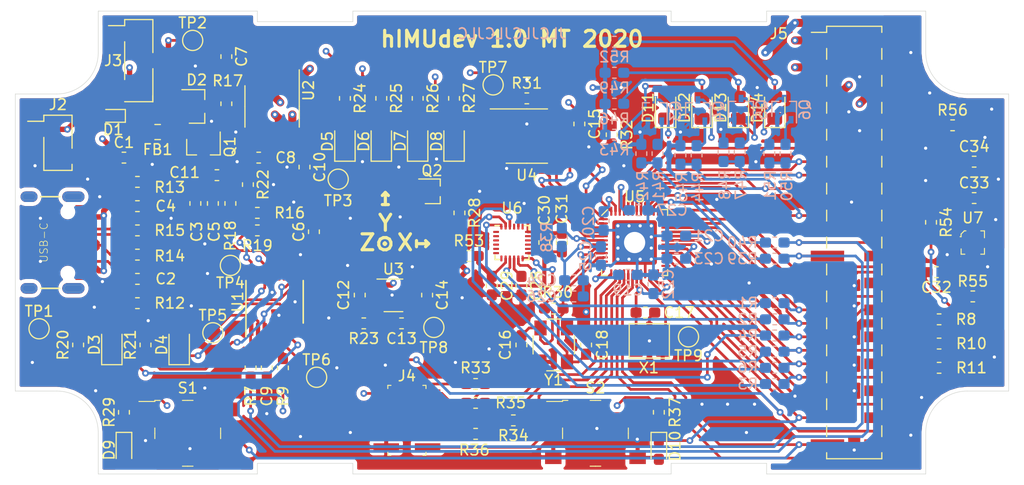
<source format=kicad_pcb>
(kicad_pcb (version 20171130) (host pcbnew 5.1.5)
  (layers (0 F.Cu signal) (1 In1.Cu power) (2 In2.Cu power) (31 B.Cu signal) (34 B.Paste user hide) (35 F.Paste user hide) (36 B.SilkS user) (37 F.SilkS user) (38 B.Mask user) (39 F.Mask user) (44 Edge.Cuts user))
  (net 0 "")
  (net 1 GND)
  (net 2 "Net-(C1-Pad1)")
  (net 3 "Net-(C3-Pad1)")
  (net 4 "Net-(C6-Pad1)")
  (net 5 "Net-(C8-Pad1)")
  (net 6 "Net-(C9-Pad1)")
  (net 7 +3V3)
  (net 8 "Net-(C11-Pad2)")
  (net 9 "Net-(C13-Pad1)")
  (net 10 +1V8)
  (net 11 "Net-(C24-Pad2)")
  (net 12 "Net-(C24-Pad1)")
  (net 13 "Net-(C28-Pad1)")
  (net 14 "Net-(C29-Pad1)")
  (net 15 "Net-(C32-Pad2)")
  (net 16 VBUS)
  (net 17 "Net-(D2-Pad2)")
  (net 18 "Net-(D3-Pad2)")
  (net 19 "Net-(D3-Pad1)")
  (net 20 "Net-(D4-Pad2)")
  (net 21 "Net-(D4-Pad1)")
  (net 22 "Net-(D5-Pad2)")
  (net 23 "Net-(D6-Pad2)")
  (net 24 "Net-(D7-Pad2)")
  (net 25 "Net-(D8-Pad2)")
  (net 26 /MCU_clk_reset/WAKE)
  (net 27 /MCU_clk_reset/nRESET)
  (net 28 "Net-(D11-Pad2)")
  (net 29 "Net-(D11-Pad1)")
  (net 30 "Net-(D12-Pad2)")
  (net 31 "Net-(D12-Pad1)")
  (net 32 "Net-(D13-Pad2)")
  (net 33 "Net-(D13-Pad1)")
  (net 34 "Net-(D14-Pad2)")
  (net 35 "Net-(D14-Pad1)")
  (net 36 "Net-(J3-Pad1)")
  (net 37 /MCU_clk_reset/JTAG_TDI)
  (net 38 /MCU_clk_reset/JTAG_TDO)
  (net 39 /MCU_clk_reset/JTAG_TCK)
  (net 40 /MCU_clk_reset/JTAG_TMS)
  (net 41 /MCU_clk_reset/GPIO_0)
  (net 42 /MCU_clk_reset/GPIO_1)
  (net 43 /MCU_clk_reset/SPI_CS0)
  (net 44 /MCU_clk_reset/SPI_MOSI)
  (net 45 /MCU_clk_reset/SPI_MISO)
  (net 46 /MCU_clk_reset/SPI_SCK)
  (net 47 /MCU_clk_reset/SPI_INT)
  (net 48 /MCU_clk_reset/SPI_FSYNC)
  (net 49 /MCU_clk_reset/I2C_INT)
  (net 50 /MCU_clk_reset/I2C_SDA)
  (net 51 /MCU_clk_reset/I2C_SCL)
  (net 52 /MCU_clk_reset/GPIO_16)
  (net 53 /MCU_clk_reset/GPIO_17)
  (net 54 /MCU_clk_reset/PMU_OUT_1)
  (net 55 /MCU_clk_reset/VDD_CORE_EN)
  (net 56 "Net-(Q2-Pad1)")
  (net 57 "Net-(Q3-Pad1)")
  (net 58 "Net-(Q4-Pad1)")
  (net 59 "Net-(Q5-Pad1)")
  (net 60 "Net-(Q6-Pad1)")
  (net 61 /Sensors/IMU_FSYNC)
  (net 62 /Sensors/IMU_INT)
  (net 63 /Sensors/IMU_nCS)
  (net 64 /Sensors/IMU_SCK)
  (net 65 /Sensors/IMU_MISO)
  (net 66 /Sensors/IMU_MOSI)
  (net 67 /MCU_clk_reset/CONSOLE_RX)
  (net 68 /USB_Power/FTDI_TX)
  (net 69 /Sensors/BMP_SCL)
  (net 70 /MCU_clk_reset/CONSOLE_TX)
  (net 71 /USB_Power/FTDI_RX)
  (net 72 /Sensors/BMP_SDA)
  (net 73 /Sensors/BMP_INT)
  (net 74 /USB_Power/PWREN#)
  (net 75 "Net-(R33-Pad1)")
  (net 76 "Net-(R34-Pad1)")
  (net 77 "Net-(R35-Pad1)")
  (net 78 "Net-(TP4-Pad1)")
  (net 79 "Net-(TP5-Pad1)")
  (net 80 "Net-(TP6-Pad1)")
  (net 81 "Net-(TP9-Pad1)")
  (net 82 "Net-(U2-Pad5)")
  (net 83 "Net-(U6-Pad21)")
  (net 84 "Net-(U6-Pad19)")
  (net 85 "Net-(U6-Pad17)")
  (net 86 "Net-(U6-Pad16)")
  (net 87 "Net-(U6-Pad15)")
  (net 88 "Net-(U6-Pad14)")
  (net 89 "Net-(U6-Pad7)")
  (net 90 "Net-(U6-Pad6)")
  (net 91 "Net-(U6-Pad5)")
  (net 92 "Net-(U6-Pad4)")
  (net 93 "Net-(U6-Pad3)")
  (net 94 "Net-(U6-Pad2)")
  (net 95 "Net-(U6-Pad1)")
  (net 96 /USB_Power/USB_D+)
  (net 97 /USB_Power/USB_D-)
  (net 98 +5V)
  (net 99 VINP)
  (net 100 /MCU_clk_reset/QSPI_CS)
  (net 101 /MCU_clk_reset/QSPI_3)
  (net 102 /MCU_clk_reset/QSPI_SCK)
  (net 103 /MCU_clk_reset/QSPI_0)
  (net 104 /MCU_clk_reset/QSPI_2)
  (net 105 /MCU_clk_reset/QSPI_1)
  (net 106 "Net-(J1-PadB5)")
  (net 107 "Net-(J1-PadA5)")
  (net 108 "Net-(J1-PadSHLD1)")
  (net 109 "Net-(R17-Pad2)")
  (net 110 "Net-(R36-Pad1)")
  (net 111 /MCU_clk_reset/UART_TX)
  (net 112 /MCU_clk_reset/LED_2_GREEN)
  (net 113 /MCU_clk_reset/LED_1_RED)
  (net 114 /MCU_clk_reset/LED_3_BLUE)
  (net 115 /MCU_clk_reset/LED_4_YELLOW)
  (net 116 /MCU_clk_reset/UART_RX)
  (net 117 /MCU_clk_reset/XTAL_P)
  (net 118 /MCU_clk_reset/XTAL_N)
  (net 119 /USB_Power/FTDI_USB_D+)
  (net 120 /USB_Power/FTDI_USB_D-)
  (net 121 "Net-(D8-Pad1)")
  (module Resistor_SMD:R_0603_1608Metric_Pad1.05x0.95mm_HandSolder (layer B.Cu) (at 176.657 93.218 90)
    (fp_text reference R51 (at -3.018 0.095 90) (layer B.SilkS) (effects (justify mirror)))
    (fp_text value 10k)
    (pad 2 smd roundrect (at 0.875 0 90) (size 1.05 0.95) (layers B.Cu B.Paste B.Mask) (net 1 GND))
    (pad 1 smd roundrect (at -0.875 0 90) (size 1.05 0.95) (layers B.Cu B.Paste B.Mask) (net 115 /MCU_clk_reset/LED_4_YELLOW))
  )
  (module Resistor_SMD:R_0603_1608Metric_Pad1.05x0.95mm_HandSolder (layer B.Cu) (at 172.339 93.091 90)
    (fp_text reference R48 (at -3.048 0.127 90) (layer B.SilkS) (effects (justify mirror)))
    (fp_text value 10k)
    (pad 2 smd roundrect (at 0.875 0 90) (size 1.05 0.95) (layers B.Cu B.Paste B.Mask) (net 1 GND))
    (pad 1 smd roundrect (at -0.875 0 90) (size 1.05 0.95) (layers B.Cu B.Paste B.Mask) (net 114 /MCU_clk_reset/LED_3_BLUE))
  )
  (module Resistor_SMD:R_0603_1608Metric_Pad1.05x0.95mm_HandSolder (layer B.Cu) (at 168.275 93.345 90)
    (fp_text reference R45 (at -3.048 0.127 90) (layer B.SilkS) (effects (justify mirror)))
    (fp_text value 10k)
    (pad 2 smd roundrect (at 0.875 0 90) (size 1.05 0.95) (layers B.Cu B.Paste B.Mask) (net 1 GND))
    (pad 1 smd roundrect (at -0.875 0 90) (size 1.05 0.95) (layers B.Cu B.Paste B.Mask) (net 112 /MCU_clk_reset/LED_2_GREEN))
  )
  (module Resistor_SMD:R_0603_1608Metric_Pad1.05x0.95mm_HandSolder (layer B.Cu) (at 164.592 93.218 90)
    (fp_text reference R42 (at -3.034 0.127 90) (layer B.SilkS) (effects (justify mirror)))
    (fp_text value 10k)
    (pad 2 smd roundrect (at 0.875 0 90) (size 1.05 0.95) (layers B.Cu B.Paste B.Mask) (net 1 GND))
    (pad 1 smd roundrect (at -0.875 0 90) (size 1.05 0.95) (layers B.Cu B.Paste B.Mask) (net 113 /MCU_clk_reset/LED_1_RED))
  )
  (module USB-C-16pin:USB-C-COM-15111 (layer F.Cu) (at 111.973 101.6 270)
    (fp_text reference J1 hide)
    (fp_text value USB-C-16PIN hide)
    (fp_line (start -4.62 5.4) (end -4.62 4.78) (layer Edge.Cuts) (width 0.01))
    (fp_line (start -4.02 5.4) (end -4.02 4.78) (layer Edge.Cuts) (width 0.01))
    (fp_arc (start -4.32 4.78) (end -4.62 4.78) (angle 180) (layer Edge.Cuts) (width 0.01))
    (fp_arc (start -4.32 5.4) (end -4.02 5.4) (angle 180) (layer Edge.Cuts) (width 0.01))
    (fp_line (start -4.62 1.465) (end -4.62 0.365) (layer Edge.Cuts) (width 0.01))
    (fp_line (start -4.02 1.465) (end -4.02 0.365) (layer Edge.Cuts) (width 0.01))
    (fp_arc (start -4.32 1.465) (end -4.02 1.465) (angle 180) (layer Edge.Cuts) (width 0.01))
    (fp_arc (start -4.32 0.365) (end -4.62 0.365) (angle 180) (layer Edge.Cuts) (width 0.01))
    (fp_line (start 4.02 5.4) (end 4.02 4.78) (layer Edge.Cuts) (width 0.01))
    (fp_line (start 4.62 5.4) (end 4.62 4.78) (layer Edge.Cuts) (width 0.01))
    (fp_arc (start 4.32 4.78) (end 4.02 4.78) (angle 180) (layer Edge.Cuts) (width 0.01))
    (fp_arc (start 4.32 5.4) (end 4.62 5.4) (angle 180) (layer Edge.Cuts) (width 0.01))
    (fp_line (start 4.02 1.465) (end 4.02 0.365) (layer Edge.Cuts) (width 0.01))
    (fp_line (start 4.62 1.465) (end 4.62 0.365) (layer Edge.Cuts) (width 0.01))
    (fp_arc (start 4.32 1.465) (end 4.62 1.465) (angle 180) (layer Edge.Cuts) (width 0.01))
    (fp_arc (start 4.32 0.365) (end 4.02 0.365) (angle 180) (layer Edge.Cuts) (width 0.01))
    (fp_text user USB-C (at 0 3.7 90) (layer F.SilkS) (effects (font (size 0.7239 0.7239) (thickness 0.06096))))
    (pad B6 smd rect (at 0.75 0 270) (size 0.3 1.45) (layers F.Cu F.Paste F.Mask) (net 96 /USB_Power/USB_D+))
    (pad A7 smd rect (at 0.25 0 270) (size 0.3 1.45) (layers F.Cu F.Paste F.Mask) (net 97 /USB_Power/USB_D-))
    (pad GND2 smd rect (at 3.225 0 270) (size 0.6 1.45) (layers F.Cu F.Paste F.Mask) (net 1 GND))
    (pad VBUS2 smd rect (at 2.45 0 270) (size 0.55 1.45) (layers F.Cu F.Paste F.Mask) (net 2 "Net-(C1-Pad1)"))
    (pad B5 smd rect (at 1.75 0 270) (size 0.3 1.45) (layers F.Cu F.Paste F.Mask) (net 106 "Net-(J1-PadB5)"))
    (pad A8 smd rect (at 1.25 0 270) (size 0.3 1.45) (layers F.Cu F.Paste F.Mask))
    (pad B7 smd rect (at -0.75 0 90) (size 0.3 1.45) (layers F.Cu F.Paste F.Mask) (net 97 /USB_Power/USB_D-))
    (pad A6 smd rect (at -0.25 0 90) (size 0.3 1.45) (layers F.Cu F.Paste F.Mask) (net 96 /USB_Power/USB_D+))
    (pad GND smd rect (at -3.225 0 90) (size 0.6 1.45) (layers F.Cu F.Paste F.Mask) (net 1 GND))
    (pad VBUS1 smd rect (at -2.45 0 90) (size 0.55 1.45) (layers F.Cu F.Paste F.Mask) (net 2 "Net-(C1-Pad1)"))
    (pad B8 smd rect (at -1.75 0 90) (size 0.3 1.45) (layers F.Cu F.Paste F.Mask))
    (pad A5 smd rect (at -1.25 0 90) (size 0.3 1.45) (layers F.Cu F.Paste F.Mask) (net 107 "Net-(J1-PadA5)"))
    (pad "" np_thru_hole circle (at -2.89 1.445 270) (size 0.65 0.65) (drill 0.65) (layers *.Cu *.Mask))
    (pad "" np_thru_hole circle (at 2.89 1.445 270) (size 0.65 0.65) (drill 0.65) (layers *.Cu *.Mask))
    (pad SHLD1 smd roundrect (at -4.32 0.915 90) (size 1 2.1) (layers F.Cu F.Mask) (roundrect_rratio 0.5) (net 108 "Net-(J1-PadSHLD1)"))
    (pad SHLD2 smd roundrect (at 4.32 0.915 90) (size 1 2.1) (layers F.Cu F.Mask) (roundrect_rratio 0.5) (net 108 "Net-(J1-PadSHLD1)"))
    (pad SHLD3 smd roundrect (at -4.32 0.915 270) (size 1 2.1) (layers *.Cu *.Mask) (roundrect_rratio 0.5) (net 108 "Net-(J1-PadSHLD1)"))
    (pad SHLD4 smd roundrect (at 4.32 0.915 270) (size 1 2.1) (layers *.Cu *.Mask) (roundrect_rratio 0.5) (net 108 "Net-(J1-PadSHLD1)"))
    (pad SHLD5 smd roundrect (at -4.32 5.095 90) (size 1 1.6) (layers F.Cu F.Mask) (roundrect_rratio 0.5) (net 108 "Net-(J1-PadSHLD1)"))
    (pad SHLD6 smd roundrect (at -4.32 5.095 270) (size 1 1.6) (layers *.Cu *.Mask) (roundrect_rratio 0.5) (net 108 "Net-(J1-PadSHLD1)"))
    (pad SHLD7 smd roundrect (at 4.32 5.095 270) (size 1 1.6) (layers *.Cu *.Mask) (roundrect_rratio 0.5) (net 108 "Net-(J1-PadSHLD1)"))
    (pad SHLD8 smd roundrect (at 4.32 5.095 90) (size 1 1.6) (layers F.Cu F.Mask) (roundrect_rratio 0.5) (net 108 "Net-(J1-PadSHLD1)"))
  )
  (module Resistor_SMD:R_0603_1608Metric_Pad1.05x0.95mm_HandSolder (layer B.Cu) (at 177.165 107.315 180)
    (fp_text reference R1 (at 2.54 0) (layer B.SilkS) (effects (justify mirror)))
    (fp_text value 0)
    (pad 2 smd roundrect (at 0.875 0 180) (size 1.05 0.95) (layers B.Cu B.Paste B.Mask) (net 61 /Sensors/IMU_FSYNC))
    (pad 1 smd roundrect (at -0.875 0 180) (size 1.05 0.95) (layers B.Cu B.Paste B.Mask) (net 48 /MCU_clk_reset/SPI_FSYNC))
  )
  (module Capacitor_SMD:C_0603_1608Metric_Pad1.05x0.95mm_HandSolder (layer F.Cu) (at 128.524 93.599 180)
    (fp_text reference C8 (at -2.54 0) (layer F.SilkS))
    (fp_text value 1nF)
    (pad 2 smd roundrect (at 0.875 0 180) (size 1.05 0.95) (layers F.Cu F.Paste F.Mask) (net 1 GND))
    (pad 1 smd roundrect (at -0.875 0 180) (size 1.05 0.95) (layers F.Cu F.Paste F.Mask) (net 5 "Net-(C8-Pad1)"))
  )
  (module LED_SMD:LED_0805_2012Metric_Pad1.15x1.40mm_HandSolder (layer F.Cu) (at 140.081 92.075 90)
    (fp_text reference D6 (at 0 -1.65 90) (layer F.SilkS))
    (fp_text value "Orange LTST-C170KFKT")
    (pad 2 smd roundrect (at 1.025 0 90) (size 1.15 1.4) (layers F.Cu F.Paste F.Mask) (roundrect_rratio 0.217391) (net 23 "Net-(D6-Pad2)"))
    (pad 1 smd roundrect (at -1.025 0 90) (size 1.15 1.4) (layers F.Cu F.Paste F.Mask) (roundrect_rratio 0.217391) (net 1 GND))
  )
  (module himudev:QFN-48-1EP_6x6mm_P0.4mm_EP4.2x4.2mm_BigVia (layer F.Cu) (at 163.957 101.6)
    (fp_text reference U5 (at 0 -4.32) (layer F.SilkS))
    (fp_text value FE310-G002)
    (pad 49 thru_hole circle (at 0 0) (size 3 3) (drill 2) (layers *.Cu *.Mask) (net 1 GND))
    (pad 49 smd roundrect (at 0 0) (size 4.2 4.2) (layers F.Cu F.Mask) (roundrect_rratio 0.059524) (net 1 GND))
    (pad 49 thru_hole circle (at -1.575 -1.575) (size 0.5 0.5) (drill 0.3) (layers *.Cu) (net 1 GND))
    (pad 49 thru_hole circle (at -0.525 -1.575) (size 0.5 0.5) (drill 0.3) (layers *.Cu) (net 1 GND))
    (pad 49 thru_hole circle (at 0.525 -1.575) (size 0.5 0.5) (drill 0.3) (layers *.Cu) (net 1 GND))
    (pad 49 thru_hole circle (at 1.575 -1.575) (size 0.5 0.5) (drill 0.3) (layers *.Cu) (net 1 GND))
    (pad 49 thru_hole circle (at -1.575 -0.525) (size 0.5 0.5) (drill 0.3) (layers *.Cu) (net 1 GND))
    (pad 49 thru_hole circle (at 1.575 -0.525) (size 0.5 0.5) (drill 0.3) (layers *.Cu) (net 1 GND))
    (pad 49 thru_hole circle (at -1.575 0.525) (size 0.5 0.5) (drill 0.3) (layers *.Cu) (net 1 GND))
    (pad 49 thru_hole circle (at 1.575 0.525) (size 0.5 0.5) (drill 0.3) (layers *.Cu) (net 1 GND))
    (pad 49 thru_hole circle (at -1.575 1.575) (size 0.5 0.5) (drill 0.3) (layers *.Cu) (net 1 GND))
    (pad 49 thru_hole circle (at -0.525 1.575) (size 0.5 0.5) (drill 0.3) (layers *.Cu) (net 1 GND))
    (pad 49 thru_hole circle (at 0.525 1.575) (size 0.5 0.5) (drill 0.3) (layers *.Cu) (net 1 GND))
    (pad 49 thru_hole circle (at 1.575 1.575) (size 0.5 0.5) (drill 0.3) (layers *.Cu) (net 1 GND))
    (pad 49 smd roundrect (at 0 0) (size 3.65 3.65) (layers B.Cu) (roundrect_rratio 0.068493) (net 1 GND))
    (pad 1 smd roundrect (at -2.95 -2.2) (size 0.85 0.2) (layers F.Cu F.Paste F.Mask) (net 101 /MCU_clk_reset/QSPI_3))
    (pad 2 smd roundrect (at -2.95 -1.8) (size 0.85 0.2) (layers F.Cu F.Paste F.Mask) (net 104 /MCU_clk_reset/QSPI_2))
    (pad 3 smd roundrect (at -2.95 -1.4) (size 0.85 0.2) (layers F.Cu F.Paste F.Mask) (net 105 /MCU_clk_reset/QSPI_1))
    (pad 4 smd roundrect (at -2.95 -1) (size 0.85 0.2) (layers F.Cu F.Paste F.Mask) (net 103 /MCU_clk_reset/QSPI_0))
    (pad 5 smd roundrect (at -2.95 -0.6) (size 0.85 0.2) (layers F.Cu F.Paste F.Mask) (net 100 /MCU_clk_reset/QSPI_CS))
    (pad 6 smd roundrect (at -2.95 -0.2) (size 0.85 0.2) (layers F.Cu F.Paste F.Mask) (net 10 +1V8))
    (pad 7 smd roundrect (at -2.95 0.2) (size 0.85 0.2) (layers F.Cu F.Paste F.Mask) (net 12 "Net-(C24-Pad1)"))
    (pad 8 smd roundrect (at -2.95 0.6) (size 0.85 0.2) (layers F.Cu F.Paste F.Mask) (net 11 "Net-(C24-Pad2)"))
    (pad 9 smd roundrect (at -2.95 1) (size 0.85 0.2) (layers F.Cu F.Paste F.Mask) (net 117 /MCU_clk_reset/XTAL_P))
    (pad 10 smd roundrect (at -2.95 1.4) (size 0.85 0.2) (layers F.Cu F.Paste F.Mask) (net 118 /MCU_clk_reset/XTAL_N))
    (pad 11 smd roundrect (at -2.95 1.8) (size 0.85 0.2) (layers F.Cu F.Paste F.Mask) (net 7 +3V3))
    (pad 12 smd roundrect (at -2.95 2.2) (size 0.85 0.2) (layers F.Cu F.Paste F.Mask) (net 7 +3V3))
    (pad 13 smd roundrect (at -2.2 2.95) (size 0.2 0.85) (layers F.Cu F.Paste F.Mask) (net 75 "Net-(R33-Pad1)"))
    (pad 14 smd roundrect (at -1.8 2.95) (size 0.2 0.85) (layers F.Cu F.Paste F.Mask) (net 76 "Net-(R34-Pad1)"))
    (pad 15 smd roundrect (at -1.4 2.95) (size 0.2 0.85) (layers F.Cu F.Paste F.Mask) (net 77 "Net-(R35-Pad1)"))
    (pad 16 smd roundrect (at -1 2.95) (size 0.2 0.85) (layers F.Cu F.Paste F.Mask) (net 110 "Net-(R36-Pad1)"))
    (pad 17 smd roundrect (at -0.6 2.95) (size 0.2 0.85) (layers F.Cu F.Paste F.Mask) (net 54 /MCU_clk_reset/PMU_OUT_1))
    (pad 18 smd roundrect (at -0.2 2.95) (size 0.2 0.85) (layers F.Cu F.Paste F.Mask) (net 26 /MCU_clk_reset/WAKE))
    (pad 19 smd roundrect (at 0.2 2.95) (size 0.2 0.85) (layers F.Cu F.Paste F.Mask) (net 7 +3V3))
    (pad 20 smd roundrect (at 0.6 2.95) (size 0.2 0.85) (layers F.Cu F.Paste F.Mask) (net 81 "Net-(TP9-Pad1)"))
    (pad 21 smd roundrect (at 1 2.95) (size 0.2 0.85) (layers F.Cu F.Paste F.Mask) (net 1 GND))
    (pad 22 smd roundrect (at 1.4 2.95) (size 0.2 0.85) (layers F.Cu F.Paste F.Mask) (net 55 /MCU_clk_reset/VDD_CORE_EN))
    (pad 23 smd roundrect (at 1.8 2.95) (size 0.2 0.85) (layers F.Cu F.Paste F.Mask) (net 7 +3V3))
    (pad 24 smd roundrect (at 2.2 2.95) (size 0.2 0.85) (layers F.Cu F.Paste F.Mask) (net 27 /MCU_clk_reset/nRESET))
    (pad 25 smd roundrect (at 2.95 2.2) (size 0.85 0.2) (layers F.Cu F.Paste F.Mask) (net 41 /MCU_clk_reset/GPIO_0))
    (pad 26 smd roundrect (at 2.95 1.8) (size 0.85 0.2) (layers F.Cu F.Paste F.Mask) (net 42 /MCU_clk_reset/GPIO_1))
    (pad 27 smd roundrect (at 2.95 1.4) (size 0.85 0.2) (layers F.Cu F.Paste F.Mask) (net 43 /MCU_clk_reset/SPI_CS0))
    (pad 28 smd roundrect (at 2.95 1) (size 0.85 0.2) (layers F.Cu F.Paste F.Mask) (net 44 /MCU_clk_reset/SPI_MOSI))
    (pad 29 smd roundrect (at 2.95 0.6) (size 0.85 0.2) (layers F.Cu F.Paste F.Mask) (net 45 /MCU_clk_reset/SPI_MISO))
    (pad 30 smd roundrect (at 2.95 0.2) (size 0.85 0.2) (layers F.Cu F.Paste F.Mask) (net 10 +1V8))
    (pad 31 smd roundrect (at 2.95 -0.2) (size 0.85 0.2) (layers F.Cu F.Paste F.Mask) (net 46 /MCU_clk_reset/SPI_SCK))
    (pad 32 smd roundrect (at 2.95 -0.6) (size 0.85 0.2) (layers F.Cu F.Paste F.Mask) (net 7 +3V3))
    (pad 33 smd roundrect (at 2.95 -1) (size 0.85 0.2) (layers F.Cu F.Paste F.Mask) (net 47 /MCU_clk_reset/SPI_INT))
    (pad 34 smd roundrect (at 2.95 -1.4) (size 0.85 0.2) (layers F.Cu F.Paste F.Mask) (net 48 /MCU_clk_reset/SPI_FSYNC))
    (pad 35 smd roundrect (at 2.95 -1.8) (size 0.85 0.2) (layers F.Cu F.Paste F.Mask) (net 49 /MCU_clk_reset/I2C_INT))
    (pad 36 smd roundrect (at 2.95 -2.2) (size 0.85 0.2) (layers F.Cu F.Paste F.Mask) (net 50 /MCU_clk_reset/I2C_SDA))
    (pad 37 smd roundrect (at 2.2 -2.95) (size 0.2 0.85) (layers F.Cu F.Paste F.Mask) (net 51 /MCU_clk_reset/I2C_SCL))
    (pad 38 smd roundrect (at 1.8 -2.95) (size 0.2 0.85) (layers F.Cu F.Paste F.Mask) (net 52 /MCU_clk_reset/GPIO_16))
    (pad 39 smd roundrect (at 1.4 -2.95) (size 0.2 0.85) (layers F.Cu F.Paste F.Mask) (net 53 /MCU_clk_reset/GPIO_17))
    (pad 40 smd roundrect (at 1 -2.95) (size 0.2 0.85) (layers F.Cu F.Paste F.Mask) (net 111 /MCU_clk_reset/UART_TX))
    (pad 41 smd roundrect (at 0.6 -2.95) (size 0.2 0.85) (layers F.Cu F.Paste F.Mask) (net 112 /MCU_clk_reset/LED_2_GREEN))
    (pad 42 smd roundrect (at 0.2 -2.95) (size 0.2 0.85) (layers F.Cu F.Paste F.Mask) (net 113 /MCU_clk_reset/LED_1_RED))
    (pad 43 smd roundrect (at -0.2 -2.95) (size 0.2 0.85) (layers F.Cu F.Paste F.Mask) (net 114 /MCU_clk_reset/LED_3_BLUE))
    (pad 44 smd roundrect (at -0.6 -2.95) (size 0.2 0.85) (layers F.Cu F.Paste F.Mask) (net 115 /MCU_clk_reset/LED_4_YELLOW))
    (pad 45 smd roundrect (at -1 -2.95) (size 0.2 0.85) (layers F.Cu F.Paste F.Mask) (net 116 /MCU_clk_reset/UART_RX))
    (pad 46 smd roundrect (at -1.4 -2.95) (size 0.2 0.85) (layers F.Cu F.Paste F.Mask) (net 10 +1V8))
    (pad 47 smd roundrect (at -1.8 -2.95) (size 0.2 0.85) (layers F.Cu F.Paste F.Mask) (net 7 +3V3))
    (pad 48 smd roundrect (at -2.2 -2.95) (size 0.2 0.85) (layers F.Cu F.Paste F.Mask) (net 102 /MCU_clk_reset/QSPI_SCK))
  )
  (module Connector_PinHeader_2.54mm:PinHeader_2x16_P2.54mm_Vertical_SMD (layer F.Cu) (at 184.658 101.6)
    (fp_text reference J5 (at -7.112 -19.685) (layer F.SilkS))
    (fp_text value M20-8762042)
    (pad 32 smd rect (at 2.525 19.05) (size 3.15 1) (layers F.Cu F.Paste F.Mask) (net 54 /MCU_clk_reset/PMU_OUT_1))
    (pad 31 smd rect (at -2.525 19.05) (size 3.15 1) (layers F.Cu F.Paste F.Mask) (net 26 /MCU_clk_reset/WAKE))
    (pad 30 smd rect (at 2.525 16.51) (size 3.15 1) (layers F.Cu F.Paste F.Mask) (net 55 /MCU_clk_reset/VDD_CORE_EN))
    (pad 29 smd rect (at -2.525 16.51) (size 3.15 1) (layers F.Cu F.Paste F.Mask) (net 27 /MCU_clk_reset/nRESET))
    (pad 28 smd rect (at 2.525 13.97) (size 3.15 1) (layers F.Cu F.Paste F.Mask) (net 41 /MCU_clk_reset/GPIO_0))
    (pad 27 smd rect (at -2.525 13.97) (size 3.15 1) (layers F.Cu F.Paste F.Mask) (net 42 /MCU_clk_reset/GPIO_1))
    (pad 26 smd rect (at 2.525 11.43) (size 3.15 1) (layers F.Cu F.Paste F.Mask) (net 43 /MCU_clk_reset/SPI_CS0))
    (pad 25 smd rect (at -2.525 11.43) (size 3.15 1) (layers F.Cu F.Paste F.Mask) (net 44 /MCU_clk_reset/SPI_MOSI))
    (pad 24 smd rect (at 2.525 8.89) (size 3.15 1) (layers F.Cu F.Paste F.Mask) (net 45 /MCU_clk_reset/SPI_MISO))
    (pad 23 smd rect (at -2.525 8.89) (size 3.15 1) (layers F.Cu F.Paste F.Mask) (net 46 /MCU_clk_reset/SPI_SCK))
    (pad 22 smd rect (at 2.525 6.35) (size 3.15 1) (layers F.Cu F.Paste F.Mask) (net 47 /MCU_clk_reset/SPI_INT))
    (pad 21 smd rect (at -2.525 6.35) (size 3.15 1) (layers F.Cu F.Paste F.Mask) (net 48 /MCU_clk_reset/SPI_FSYNC))
    (pad 20 smd rect (at 2.525 3.81) (size 3.15 1) (layers F.Cu F.Paste F.Mask) (net 49 /MCU_clk_reset/I2C_INT))
    (pad 19 smd rect (at -2.525 3.81) (size 3.15 1) (layers F.Cu F.Paste F.Mask) (net 50 /MCU_clk_reset/I2C_SDA))
    (pad 18 smd rect (at 2.525 1.27) (size 3.15 1) (layers F.Cu F.Paste F.Mask) (net 51 /MCU_clk_reset/I2C_SCL))
    (pad 17 smd rect (at -2.525 1.27) (size 3.15 1) (layers F.Cu F.Paste F.Mask) (net 67 /MCU_clk_reset/CONSOLE_RX))
    (pad 16 smd rect (at 2.525 -1.27) (size 3.15 1) (layers F.Cu F.Paste F.Mask) (net 70 /MCU_clk_reset/CONSOLE_TX))
    (pad 15 smd rect (at -2.525 -1.27) (size 3.15 1) (layers F.Cu F.Paste F.Mask) (net 111 /MCU_clk_reset/UART_TX))
    (pad 14 smd rect (at 2.525 -3.81) (size 3.15 1) (layers F.Cu F.Paste F.Mask) (net 112 /MCU_clk_reset/LED_2_GREEN))
    (pad 13 smd rect (at -2.525 -3.81) (size 3.15 1) (layers F.Cu F.Paste F.Mask) (net 1 GND))
    (pad 12 smd rect (at 2.525 -6.35) (size 3.15 1) (layers F.Cu F.Paste F.Mask) (net 113 /MCU_clk_reset/LED_1_RED))
    (pad 11 smd rect (at -2.525 -6.35) (size 3.15 1) (layers F.Cu F.Paste F.Mask) (net 114 /MCU_clk_reset/LED_3_BLUE))
    (pad 10 smd rect (at 2.525 -8.89) (size 3.15 1) (layers F.Cu F.Paste F.Mask) (net 115 /MCU_clk_reset/LED_4_YELLOW))
    (pad 9 smd rect (at -2.525 -8.89) (size 3.15 1) (layers F.Cu F.Paste F.Mask) (net 116 /MCU_clk_reset/UART_RX))
    (pad 8 smd rect (at 2.525 -11.43) (size 3.15 1) (layers F.Cu F.Paste F.Mask) (net 1 GND))
    (pad 7 smd rect (at -2.525 -11.43) (size 3.15 1) (layers F.Cu F.Paste F.Mask) (net 1 GND))
    (pad 6 smd rect (at 2.525 -13.97) (size 3.15 1) (layers F.Cu F.Paste F.Mask) (net 7 +3V3))
    (pad 5 smd rect (at -2.525 -13.97) (size 3.15 1) (layers F.Cu F.Paste F.Mask) (net 7 +3V3))
    (pad 4 smd rect (at 2.525 -16.51) (size 3.15 1) (layers F.Cu F.Paste F.Mask) (net 1 GND))
    (pad 3 smd rect (at -2.525 -16.51) (size 3.15 1) (layers F.Cu F.Paste F.Mask) (net 98 +5V))
    (pad 2 smd rect (at 2.525 -19.05) (size 3.15 1) (layers F.Cu F.Paste F.Mask) (net 16 VBUS))
    (pad 1 smd rect (at -2.525 -19.05) (size 3.15 1) (layers F.Cu F.Paste F.Mask) (net 99 VINP))
  )
  (module Diode_SMD:D_SOD-523 (layer F.Cu) (at 114.808 89.662 180)
    (fp_text reference D1 (at 0 -1.3) (layer F.SilkS))
    (fp_text value NSR05T40XV2T5G)
    (pad 1 smd rect (at -0.7 0) (size 0.6 0.7) (layers F.Cu F.Paste F.Mask) (net 16 VBUS))
    (pad 2 smd rect (at 0.7 0) (size 0.6 0.7) (layers F.Cu F.Paste F.Mask) (net 99 VINP))
  )
  (module Package_TO_SOT_SMD:SOT-23 (layer F.Cu) (at 122.682 88.773)
    (fp_text reference D2 (at 0 -2.5) (layer F.SilkS))
    (fp_text value SP0502BAHT)
    (pad 3 smd rect (at 1 0) (size 0.9 0.8) (layers F.Cu F.Paste F.Mask) (net 1 GND))
    (pad 2 smd rect (at -1 0.95) (size 0.9 0.8) (layers F.Cu F.Paste F.Mask) (net 17 "Net-(D2-Pad2)"))
    (pad 1 smd rect (at -1 -0.95) (size 0.9 0.8) (layers F.Cu F.Paste F.Mask) (net 16 VBUS))
  )
  (module LED_SMD:LED_0805_2012Metric_Pad1.15x1.40mm_HandSolder (layer F.Cu) (at 114.681 111.252 90)
    (fp_text reference D3 (at 0 -1.65 90) (layer F.SilkS))
    (fp_text value "Orange TX LTST-C170KFKT")
    (pad 2 smd roundrect (at 1.025 0 90) (size 1.15 1.4) (layers F.Cu F.Paste F.Mask) (roundrect_rratio 0.217391) (net 18 "Net-(D3-Pad2)"))
    (pad 1 smd roundrect (at -1.025 0 90) (size 1.15 1.4) (layers F.Cu F.Paste F.Mask) (roundrect_rratio 0.217391) (net 19 "Net-(D3-Pad1)"))
  )
  (module LED_SMD:LED_0805_2012Metric_Pad1.15x1.40mm_HandSolder (layer F.Cu) (at 121.031 111.252 90)
    (fp_text reference D4 (at 0 -1.65 90) (layer F.SilkS))
    (fp_text value "Green RX LTST-C170KGKT")
    (pad 2 smd roundrect (at 1.025 0 90) (size 1.15 1.4) (layers F.Cu F.Paste F.Mask) (roundrect_rratio 0.217391) (net 20 "Net-(D4-Pad2)"))
    (pad 1 smd roundrect (at -1.025 0 90) (size 1.15 1.4) (layers F.Cu F.Paste F.Mask) (roundrect_rratio 0.217391) (net 21 "Net-(D4-Pad1)"))
  )
  (module LED_SMD:LED_0805_2012Metric_Pad1.15x1.40mm_HandSolder (layer F.Cu) (at 146.939 92.075 90)
    (fp_text reference D8 (at 0 -1.65 90) (layer F.SilkS))
    (fp_text value "Green LTST-C170KGKT")
    (pad 2 smd roundrect (at 1.025 0 90) (size 1.15 1.4) (layers F.Cu F.Paste F.Mask) (roundrect_rratio 0.217391) (net 25 "Net-(D8-Pad2)"))
    (pad 1 smd roundrect (at -1.025 0 90) (size 1.15 1.4) (layers F.Cu F.Paste F.Mask) (roundrect_rratio 0.217391) (net 121 "Net-(D8-Pad1)"))
  )
  (module LED_SMD:LED_0805_2012Metric_Pad1.15x1.40mm_HandSolder (layer F.Cu) (at 136.652 92.075 90)
    (fp_text reference D5 (at 0 -1.65 90) (layer F.SilkS))
    (fp_text value "Red LTST-C170KRKT")
    (pad 2 smd roundrect (at 1.025 0 90) (size 1.15 1.4) (layers F.Cu F.Paste F.Mask) (roundrect_rratio 0.217391) (net 22 "Net-(D5-Pad2)"))
    (pad 1 smd roundrect (at -1.025 0 90) (size 1.15 1.4) (layers F.Cu F.Paste F.Mask) (roundrect_rratio 0.217391) (net 1 GND))
  )
  (module LED_SMD:LED_0805_2012Metric_Pad1.15x1.40mm_HandSolder (layer F.Cu) (at 143.51 92.075 90)
    (fp_text reference D7 (at 0 -1.65 90) (layer F.SilkS))
    (fp_text value "Yellow LTST-C170KSKT")
    (pad 2 smd roundrect (at 1.025 0 90) (size 1.15 1.4) (layers F.Cu F.Paste F.Mask) (roundrect_rratio 0.217391) (net 24 "Net-(D7-Pad2)"))
    (pad 1 smd roundrect (at -1.025 0 90) (size 1.15 1.4) (layers F.Cu F.Paste F.Mask) (roundrect_rratio 0.217391) (net 1 GND))
  )
  (module Diode_SMD:D_0603_1608Metric_Pad1.05x0.95mm_HandSolder (layer F.Cu) (at 115.824 121.158 270)
    (fp_text reference D9 (at 0 1.397 90) (layer F.SilkS))
    (fp_text value PESD0603-240)
    (pad 2 smd roundrect (at 0.875 0 270) (size 1.05 0.95) (layers F.Cu F.Paste F.Mask) (net 1 GND))
    (pad 1 smd roundrect (at -0.875 0 270) (size 1.05 0.95) (layers F.Cu F.Paste F.Mask) (net 26 /MCU_clk_reset/WAKE))
  )
  (module Diode_SMD:D_0603_1608Metric_Pad1.05x0.95mm_HandSolder (layer F.Cu) (at 166.243 121.158 270)
    (fp_text reference D10 (at -0.381 -1.524 90) (layer F.SilkS))
    (fp_text value PESD0603-240)
    (pad 2 smd roundrect (at 0.875 0 270) (size 1.05 0.95) (layers F.Cu F.Paste F.Mask) (net 1 GND))
    (pad 1 smd roundrect (at -0.875 0 270) (size 1.05 0.95) (layers F.Cu F.Paste F.Mask) (net 27 /MCU_clk_reset/nRESET))
  )
  (module LED_SMD:LED_0805_2012Metric_Pad1.15x1.40mm_HandSolder (layer F.Cu) (at 166.878 88.9 90)
    (fp_text reference D11 (at 0 -1.65 90) (layer F.SilkS))
    (fp_text value "Red LTST-C170KRKT")
    (pad 2 smd roundrect (at 1.025 0 90) (size 1.15 1.4) (layers F.Cu F.Paste F.Mask) (roundrect_rratio 0.217391) (net 28 "Net-(D11-Pad2)"))
    (pad 1 smd roundrect (at -1.025 0 90) (size 1.15 1.4) (layers F.Cu F.Paste F.Mask) (roundrect_rratio 0.217391) (net 29 "Net-(D11-Pad1)"))
  )
  (module LED_SMD:LED_0805_2012Metric_Pad1.15x1.40mm_HandSolder (layer F.Cu) (at 170.307 88.9 90)
    (fp_text reference D12 (at 0 -1.65 90) (layer F.SilkS))
    (fp_text value "Green LTST-C170KGKT")
    (pad 2 smd roundrect (at 1.025 0 90) (size 1.15 1.4) (layers F.Cu F.Paste F.Mask) (roundrect_rratio 0.217391) (net 30 "Net-(D12-Pad2)"))
    (pad 1 smd roundrect (at -1.025 0 90) (size 1.15 1.4) (layers F.Cu F.Paste F.Mask) (roundrect_rratio 0.217391) (net 31 "Net-(D12-Pad1)"))
  )
  (module LED_SMD:LED_0805_2012Metric_Pad1.15x1.40mm_HandSolder (layer F.Cu) (at 173.736 88.9 90)
    (fp_text reference D13 (at 0 -1.65 90) (layer F.SilkS))
    (fp_text value "Blue LTST-C170TBKT")
    (pad 2 smd roundrect (at 1.025 0 90) (size 1.15 1.4) (layers F.Cu F.Paste F.Mask) (roundrect_rratio 0.217391) (net 32 "Net-(D13-Pad2)"))
    (pad 1 smd roundrect (at -1.025 0 90) (size 1.15 1.4) (layers F.Cu F.Paste F.Mask) (roundrect_rratio 0.217391) (net 33 "Net-(D13-Pad1)"))
  )
  (module LED_SMD:LED_0805_2012Metric_Pad1.15x1.40mm_HandSolder (layer F.Cu) (at 177.165 88.9 90)
    (fp_text reference D14 (at 0 -1.65 90) (layer F.SilkS))
    (fp_text value "Yellow LTST-C170KSKT")
    (pad 2 smd roundrect (at 1.025 0 90) (size 1.15 1.4) (layers F.Cu F.Paste F.Mask) (roundrect_rratio 0.217391) (net 34 "Net-(D14-Pad2)"))
    (pad 1 smd roundrect (at -1.025 0 90) (size 1.15 1.4) (layers F.Cu F.Paste F.Mask) (roundrect_rratio 0.217391) (net 35 "Net-(D14-Pad1)"))
  )
  (module Resistor_SMD:R_0805_2012Metric_Pad1.15x1.40mm_HandSolder (layer F.Cu) (at 118.999 91.186 180)
    (fp_text reference FB1 (at 0 -1.65) (layer F.SilkS))
    (fp_text value MI0805K601R-10)
    (pad 2 smd roundrect (at 1.025 0 180) (size 1.15 1.4) (layers F.Cu F.Paste F.Mask) (roundrect_rratio 0.217391) (net 16 VBUS))
    (pad 1 smd roundrect (at -1.025 0 180) (size 1.15 1.4) (layers F.Cu F.Paste F.Mask) (roundrect_rratio 0.217391) (net 3 "Net-(C3-Pad1)"))
  )
  (module Connector_PinHeader_2.54mm:PinHeader_1x02_P2.54mm_Vertical_SMD_Pin1Left (layer F.Cu) (at 109.601 92.202)
    (fp_text reference J2 (at 0 -3.6) (layer F.SilkS))
    (fp_text value M20-8770642R)
    (pad 2 smd rect (at 1.655 1.27) (size 2.51 1) (layers F.Cu F.Paste F.Mask) (net 1 GND))
    (pad 1 smd rect (at -1.655 -1.27) (size 2.51 1) (layers F.Cu F.Paste F.Mask) (net 99 VINP))
  )
  (module Connector_PinHeader_2.54mm:PinHeader_1x03_P2.54mm_Vertical_SMD_Pin1Left (layer F.Cu) (at 117.221 84.455)
    (fp_text reference J3 (at -2.413 0) (layer F.SilkS))
    (fp_text value M20-8770642R)
    (pad 2 smd rect (at 1.655 0) (size 2.51 1) (layers F.Cu F.Paste F.Mask) (net 16 VBUS))
    (pad 3 smd rect (at -1.655 2.54) (size 2.51 1) (layers F.Cu F.Paste F.Mask) (net 2 "Net-(C1-Pad1)"))
    (pad 1 smd rect (at -1.655 -2.54) (size 2.51 1) (layers F.Cu F.Paste F.Mask) (net 36 "Net-(J3-Pad1)"))
  )
  (module digikey-footprints:PinHeader_2x5_P1.27mm (layer F.Cu) (at 142.494 118.364 270)
    (fp_text reference J4 (at -4.191 0 180) (layer F.SilkS))
    (fp_text value 20021121-00010C4LF)
    (pad 10 smd rect (at 2.54 -1.95 270) (size 0.76 2.4) (layers F.Cu F.Paste F.Mask) (net 27 /MCU_clk_reset/nRESET))
    (pad 9 smd rect (at 2.54 1.95 270) (size 0.76 2.4) (layers F.Cu F.Paste F.Mask) (net 1 GND))
    (pad 8 smd rect (at 1.27 -1.95 270) (size 0.76 2.4) (layers F.Cu F.Paste F.Mask) (net 37 /MCU_clk_reset/JTAG_TDI))
    (pad 7 smd rect (at 1.27 1.95 270) (size 0.76 2.4) (layers F.Cu F.Paste F.Mask) (net 1 GND))
    (pad 6 smd rect (at 0 -1.95 270) (size 0.76 2.4) (layers F.Cu F.Paste F.Mask) (net 38 /MCU_clk_reset/JTAG_TDO))
    (pad 5 smd rect (at 0 1.95 270) (size 0.76 2.4) (layers F.Cu F.Paste F.Mask) (net 1 GND))
    (pad 4 smd rect (at -1.27 -1.95 270) (size 0.76 2.4) (layers F.Cu F.Paste F.Mask) (net 39 /MCU_clk_reset/JTAG_TCK))
    (pad 3 smd rect (at -1.27 1.95 270) (size 0.76 2.4) (layers F.Cu F.Paste F.Mask) (net 1 GND))
    (pad 2 smd rect (at -2.54 -1.95 270) (size 0.76 2.4) (layers F.Cu F.Paste F.Mask) (net 40 /MCU_clk_reset/JTAG_TMS))
    (pad 1 smd rect (at -2.54 1.95 270) (size 0.76 2.4) (layers F.Cu F.Paste F.Mask) (net 7 +3V3))
  )
  (module Package_TO_SOT_SMD:SOT-23 (layer F.Cu) (at 123.317 92.583 270)
    (fp_text reference Q1 (at 0 -2.5 90) (layer F.SilkS))
    (fp_text value IRLML6402)
    (pad 3 smd rect (at 1 0 270) (size 0.9 0.8) (layers F.Cu F.Paste F.Mask) (net 98 +5V))
    (pad 2 smd rect (at -1 0.95 270) (size 0.9 0.8) (layers F.Cu F.Paste F.Mask) (net 3 "Net-(C3-Pad1)"))
    (pad 1 smd rect (at -1 -0.95 270) (size 0.9 0.8) (layers F.Cu F.Paste F.Mask) (net 8 "Net-(C11-Pad2)"))
  )
  (module Package_TO_SOT_SMD:SOT-323_SC-70 (layer F.Cu) (at 144.907 96.774)
    (fp_text reference Q2 (at -0.05 -1.95) (layer F.SilkS))
    (fp_text value BSS214NW)
    (pad 3 smd rect (at 1 0 270) (size 0.45 0.7) (layers F.Cu F.Paste F.Mask) (net 121 "Net-(D8-Pad1)"))
    (pad 2 smd rect (at -1 0.65 270) (size 0.45 0.7) (layers F.Cu F.Paste F.Mask) (net 1 GND))
    (pad 1 smd rect (at -1 -0.65 270) (size 0.45 0.7) (layers F.Cu F.Paste F.Mask) (net 56 "Net-(Q2-Pad1)"))
  )
  (module Package_TO_SOT_SMD:SOT-323_SC-70 (layer B.Cu) (at 165.862 89.154 90)
    (fp_text reference Q3 (at -0.05 1.95 270) (layer B.SilkS) (effects (justify mirror)))
    (fp_text value BSS214NW)
    (pad 3 smd rect (at 1 0 180) (size 0.45 0.7) (layers B.Cu B.Paste B.Mask) (net 29 "Net-(D11-Pad1)"))
    (pad 2 smd rect (at -1 -0.65 180) (size 0.45 0.7) (layers B.Cu B.Paste B.Mask) (net 1 GND))
    (pad 1 smd rect (at -1 0.65 180) (size 0.45 0.7) (layers B.Cu B.Paste B.Mask) (net 57 "Net-(Q3-Pad1)"))
  )
  (module Package_TO_SOT_SMD:SOT-323_SC-70 (layer B.Cu) (at 169.926 89.154 90)
    (fp_text reference Q4 (at -0.05 1.95 270) (layer B.SilkS) (effects (justify mirror)))
    (fp_text value BSS214NW)
    (pad 3 smd rect (at 1 0 180) (size 0.45 0.7) (layers B.Cu B.Paste B.Mask) (net 31 "Net-(D12-Pad1)"))
    (pad 2 smd rect (at -1 -0.65 180) (size 0.45 0.7) (layers B.Cu B.Paste B.Mask) (net 1 GND))
    (pad 1 smd rect (at -1 0.65 180) (size 0.45 0.7) (layers B.Cu B.Paste B.Mask) (net 58 "Net-(Q4-Pad1)"))
  )
  (module Package_TO_SOT_SMD:SOT-323_SC-70 (layer B.Cu) (at 173.99 89.027 90)
    (fp_text reference Q5 (at -0.05 1.95 270) (layer B.SilkS) (effects (justify mirror)))
    (fp_text value BSS214NW)
    (pad 3 smd rect (at 1 0 180) (size 0.45 0.7) (layers B.Cu B.Paste B.Mask) (net 33 "Net-(D13-Pad1)"))
    (pad 2 smd rect (at -1 -0.65 180) (size 0.45 0.7) (layers B.Cu B.Paste B.Mask) (net 1 GND))
    (pad 1 smd rect (at -1 0.65 180) (size 0.45 0.7) (layers B.Cu B.Paste B.Mask) (net 59 "Net-(Q5-Pad1)"))
  )
  (module Package_TO_SOT_SMD:SOT-323_SC-70 (layer B.Cu) (at 178.054 89.027 90)
    (fp_text reference Q6 (at -0.05 1.95 270) (layer B.SilkS) (effects (justify mirror)))
    (fp_text value BSS214NW)
    (pad 3 smd rect (at 1 0 180) (size 0.45 0.7) (layers B.Cu B.Paste B.Mask) (net 35 "Net-(D14-Pad1)"))
    (pad 2 smd rect (at -1 -0.65 180) (size 0.45 0.7) (layers B.Cu B.Paste B.Mask) (net 1 GND))
    (pad 1 smd rect (at -1 0.65 180) (size 0.45 0.7) (layers B.Cu B.Paste B.Mask) (net 60 "Net-(Q6-Pad1)"))
  )
  (module digikey-footprints:Switch_Tactile_SMD_6x6mm_PTS645 (layer F.Cu) (at 121.834 119.582)
    (fp_text reference S1 (at 0 -4.27) (layer F.SilkS))
    (fp_text value PTS645SM43SMTR92_LFS)
    (pad 4 smd rect (at 3.975 2.25) (size 1.55 1.3) (layers F.Cu F.Paste F.Mask) (net 1 GND))
    (pad 3 smd rect (at -3.975 2.25) (size 1.55 1.3) (layers F.Cu F.Paste F.Mask) (net 1 GND))
    (pad 2 smd rect (at 3.975 -2.25) (size 1.55 1.3) (layers F.Cu F.Paste F.Mask) (net 26 /MCU_clk_reset/WAKE))
    (pad 1 smd rect (at -3.975 -2.25) (size 1.55 1.3) (layers F.Cu F.Paste F.Mask) (net 26 /MCU_clk_reset/WAKE))
  )
  (module digikey-footprints:Switch_Tactile_SMD_6x6mm_PTS645 (layer F.Cu) (at 160.266 119.582)
    (fp_text reference S2 (at 0 -4.27) (layer F.SilkS))
    (fp_text value PTS645SM43SMTR92_LFS)
    (pad 4 smd rect (at 3.975 2.25) (size 1.55 1.3) (layers F.Cu F.Paste F.Mask) (net 1 GND))
    (pad 3 smd rect (at -3.975 2.25) (size 1.55 1.3) (layers F.Cu F.Paste F.Mask) (net 1 GND))
    (pad 2 smd rect (at 3.975 -2.25) (size 1.55 1.3) (layers F.Cu F.Paste F.Mask) (net 27 /MCU_clk_reset/nRESET))
    (pad 1 smd rect (at -3.975 -2.25) (size 1.55 1.3) (layers F.Cu F.Paste F.Mask) (net 27 /MCU_clk_reset/nRESET))
  )
  (module TestPoint:TestPoint_Pad_D1.5mm (layer F.Cu) (at 107.823 109.728)
    (fp_text reference TP1 (at 0 -1.648) (layer F.SilkS))
    (fp_text value GND)
    (pad 1 smd circle (at 0 0) (size 1.5 1.5) (layers F.Cu F.Mask) (net 1 GND))
  )
  (module TestPoint:TestPoint_Pad_D1.5mm (layer F.Cu) (at 122.301 82.55)
    (fp_text reference TP2 (at 0 -1.648) (layer F.SilkS))
    (fp_text value VBUS)
    (pad 1 smd circle (at 0 0) (size 1.5 1.5) (layers F.Cu F.Mask) (net 16 VBUS))
  )
  (module TestPoint:TestPoint_Pad_D1.5mm (layer F.Cu) (at 136.017 95.631 180)
    (fp_text reference TP3 (at 0 -2.032) (layer F.SilkS))
    (fp_text value 3V3)
    (pad 1 smd circle (at 0 0 180) (size 1.5 1.5) (layers F.Cu F.Mask) (net 7 +3V3))
  )
  (module TestPoint:TestPoint_Pad_D1.5mm (layer F.Cu) (at 125.857 103.759 180)
    (fp_text reference TP4 (at 0 -1.648) (layer F.SilkS))
    (fp_text value FTDI_CBUS0)
    (pad 1 smd circle (at 0 0 180) (size 1.5 1.5) (layers F.Cu F.Mask) (net 78 "Net-(TP4-Pad1)"))
  )
  (module TestPoint:TestPoint_Pad_D1.5mm (layer F.Cu) (at 124.206 110.109)
    (fp_text reference TP5 (at 0 -1.648) (layer F.SilkS))
    (fp_text value FTDI_RTS#)
    (pad 1 smd circle (at 0 0) (size 1.5 1.5) (layers F.Cu F.Mask) (net 79 "Net-(TP5-Pad1)"))
  )
  (module TestPoint:TestPoint_Pad_D1.5mm (layer F.Cu) (at 133.985 114.3)
    (fp_text reference TP6 (at 0 -1.648) (layer F.SilkS))
    (fp_text value FTDI_CTS#)
    (pad 1 smd circle (at 0 0) (size 1.5 1.5) (layers F.Cu F.Mask) (net 80 "Net-(TP6-Pad1)"))
  )
  (module TestPoint:TestPoint_Pad_D1.5mm (layer F.Cu) (at 150.622 86.741)
    (fp_text reference TP7 (at 0 -1.648) (layer F.SilkS))
    (fp_text value 5V)
    (pad 1 smd circle (at 0 0) (size 1.5 1.5) (layers F.Cu F.Mask) (net 98 +5V))
  )
  (module TestPoint:TestPoint_Pad_D1.5mm (layer F.Cu) (at 145.034 109.601 180)
    (fp_text reference TP8 (at 0 -1.905) (layer F.SilkS))
    (fp_text value 1V8)
    (pad 1 smd circle (at 0 0 180) (size 1.5 1.5) (layers F.Cu F.Mask) (net 10 +1V8))
  )
  (module TestPoint:TestPoint_Pad_D1.5mm (layer F.Cu) (at 169.037 110.49 180)
    (fp_text reference TP9 (at 0 -1.778) (layer F.SilkS))
    (fp_text value LFALTCLK)
    (pad 1 smd circle (at 0 0 180) (size 1.5 1.5) (layers F.Cu F.Mask) (net 81 "Net-(TP9-Pad1)"))
  )
  (module Package_SO:SSOP-16_3.9x4.9mm_P0.635mm (layer F.Cu) (at 130.048 107.188 90)
    (fp_text reference U1 (at 0 -3.5 90) (layer F.SilkS))
    (fp_text value FT230XS)
    (pad 16 smd rect (at 2.6 -2.2225 90) (size 1.2 0.4) (layers F.Cu F.Paste F.Mask) (net 74 /USB_Power/PWREN#))
    (pad 15 smd rect (at 2.6 -1.5875 90) (size 1.2 0.4) (layers F.Cu F.Paste F.Mask) (net 78 "Net-(TP4-Pad1)"))
    (pad 14 smd rect (at 2.6 -0.9525 90) (size 1.2 0.4) (layers F.Cu F.Paste F.Mask) (net 21 "Net-(D4-Pad1)"))
    (pad 13 smd rect (at 2.6 -0.3175 90) (size 1.2 0.4) (layers F.Cu F.Paste F.Mask) (net 1 GND))
    (pad 12 smd rect (at 2.6 0.3175 90) (size 1.2 0.4) (layers F.Cu F.Paste F.Mask) (net 3 "Net-(C3-Pad1)"))
    (pad 11 smd rect (at 2.6 0.9525 90) (size 1.2 0.4) (layers F.Cu F.Paste F.Mask) (net 4 "Net-(C6-Pad1)"))
    (pad 10 smd rect (at 2.6 1.5875 90) (size 1.2 0.4) (layers F.Cu F.Paste F.Mask) (net 6 "Net-(C9-Pad1)"))
    (pad 9 smd rect (at 2.6 2.2225 90) (size 1.2 0.4) (layers F.Cu F.Paste F.Mask) (net 120 /USB_Power/FTDI_USB_D-))
    (pad 8 smd rect (at -2.6 2.2225 90) (size 1.2 0.4) (layers F.Cu F.Paste F.Mask) (net 119 /USB_Power/FTDI_USB_D+))
    (pad 7 smd rect (at -2.6 1.5875 90) (size 1.2 0.4) (layers F.Cu F.Paste F.Mask) (net 19 "Net-(D3-Pad1)"))
    (pad 6 smd rect (at -2.6 0.9525 90) (size 1.2 0.4) (layers F.Cu F.Paste F.Mask) (net 80 "Net-(TP6-Pad1)"))
    (pad 5 smd rect (at -2.6 0.3175 90) (size 1.2 0.4) (layers F.Cu F.Paste F.Mask) (net 1 GND))
    (pad 4 smd rect (at -2.6 -0.3175 90) (size 1.2 0.4) (layers F.Cu F.Paste F.Mask) (net 71 /USB_Power/FTDI_RX))
    (pad 3 smd rect (at -2.6 -0.9525 90) (size 1.2 0.4) (layers F.Cu F.Paste F.Mask) (net 6 "Net-(C9-Pad1)"))
    (pad 2 smd rect (at -2.6 -1.5875 90) (size 1.2 0.4) (layers F.Cu F.Paste F.Mask) (net 79 "Net-(TP5-Pad1)"))
    (pad 1 smd rect (at -2.6 -2.2225 90) (size 1.2 0.4) (layers F.Cu F.Paste F.Mask) (net 68 /USB_Power/FTDI_TX))
  )
  (module Package_SO:SOIC-8_3.9x4.9mm_P1.27mm (layer F.Cu) (at 129.787999 88.773 270)
    (fp_text reference U2 (at -1.510001 -3.435001 90) (layer F.SilkS))
    (fp_text value MCP1726-3302ESN)
    (pad 8 smd roundrect (at 2.475 -1.905 270) (size 1.95 0.6) (layers F.Cu F.Paste F.Mask) (net 7 +3V3))
    (pad 7 smd roundrect (at 2.475 -0.635 270) (size 1.95 0.6) (layers F.Cu F.Paste F.Mask) (net 7 +3V3))
    (pad 6 smd roundrect (at 2.475 0.635 270) (size 1.95 0.6) (layers F.Cu F.Paste F.Mask) (net 5 "Net-(C8-Pad1)"))
    (pad 5 smd roundrect (at 2.475 1.905 270) (size 1.95 0.6) (layers F.Cu F.Paste F.Mask) (net 82 "Net-(U2-Pad5)"))
    (pad 4 smd roundrect (at -2.475 1.905 270) (size 1.95 0.6) (layers F.Cu F.Paste F.Mask) (net 1 GND))
    (pad 3 smd roundrect (at -2.475 0.635 270) (size 1.95 0.6) (layers F.Cu F.Paste F.Mask) (net 109 "Net-(R17-Pad2)"))
    (pad 2 smd roundrect (at -2.475 -0.635 270) (size 1.95 0.6) (layers F.Cu F.Paste F.Mask) (net 98 +5V))
    (pad 1 smd roundrect (at -2.475 -1.905 270) (size 1.95 0.6) (layers F.Cu F.Paste F.Mask) (net 98 +5V))
  )
  (module Package_TO_SOT_SMD:TSOT-23-5 (layer F.Cu) (at 141.224 106.553)
    (fp_text reference U3 (at 0 -2.45) (layer F.SilkS))
    (fp_text value MIC5319-1.8YD5-TR)
    (pad 5 smd rect (at 1.31 -0.95) (size 1.22 0.65) (layers F.Cu F.Paste F.Mask) (net 10 +1V8))
    (pad 4 smd rect (at 1.31 0.95) (size 1.22 0.65) (layers F.Cu F.Paste F.Mask) (net 9 "Net-(C13-Pad1)"))
    (pad 3 smd rect (at -1.31 0.95) (size 1.22 0.65) (layers F.Cu F.Paste F.Mask) (net 55 /MCU_clk_reset/VDD_CORE_EN))
    (pad 2 smd rect (at -1.31 0) (size 1.22 0.65) (layers F.Cu F.Paste F.Mask) (net 1 GND))
    (pad 1 smd rect (at -1.31 -0.95) (size 1.22 0.65) (layers F.Cu F.Paste F.Mask) (net 7 +3V3))
  )
  (module Package_SO:SOIC-8_3.9x4.9mm_P1.27mm (layer F.Cu) (at 153.797 91.567)
    (fp_text reference U4 (at 0 3.683) (layer F.SilkS))
    (fp_text value IS25WP032D)
    (pad 8 smd roundrect (at 2.475 -1.905) (size 1.95 0.6) (layers F.Cu F.Paste F.Mask) (net 7 +3V3))
    (pad 7 smd roundrect (at 2.475 -0.635) (size 1.95 0.6) (layers F.Cu F.Paste F.Mask) (net 101 /MCU_clk_reset/QSPI_3))
    (pad 6 smd roundrect (at 2.475 0.635) (size 1.95 0.6) (layers F.Cu F.Paste F.Mask) (net 102 /MCU_clk_reset/QSPI_SCK))
    (pad 5 smd roundrect (at 2.475 1.905) (size 1.95 0.6) (layers F.Cu F.Paste F.Mask) (net 103 /MCU_clk_reset/QSPI_0))
    (pad 4 smd roundrect (at -2.475 1.905) (size 1.95 0.6) (layers F.Cu F.Paste F.Mask) (net 1 GND))
    (pad 3 smd roundrect (at -2.475 0.635) (size 1.95 0.6) (layers F.Cu F.Paste F.Mask) (net 104 /MCU_clk_reset/QSPI_2))
    (pad 2 smd roundrect (at -2.475 -0.635) (size 1.95 0.6) (layers F.Cu F.Paste F.Mask) (net 105 /MCU_clk_reset/QSPI_1))
    (pad 1 smd roundrect (at -2.475 -1.905) (size 1.95 0.6) (layers F.Cu F.Paste F.Mask) (net 100 /MCU_clk_reset/QSPI_CS))
  )
  (module Sensor_Motion:InvenSense_QFN-24_3x3mm_P0.4mm (layer F.Cu) (at 152.4 101.6)
    (fp_text reference U6 (at 0 -3.25) (layer F.SilkS))
    (fp_text value ICM-20948)
    (pad 24 smd roundrect (at -1 -1.5 90) (size 0.55 0.2) (layers F.Cu F.Paste F.Mask) (net 66 /Sensors/IMU_MOSI))
    (pad 23 smd roundrect (at -0.6 -1.5 90) (size 0.55 0.2) (layers F.Cu F.Paste F.Mask) (net 64 /Sensors/IMU_SCK))
    (pad 22 smd roundrect (at -0.2 -1.5 90) (size 0.55 0.2) (layers F.Cu F.Paste F.Mask) (net 63 /Sensors/IMU_nCS))
    (pad 21 smd roundrect (at 0.2 -1.5 90) (size 0.55 0.2) (layers F.Cu F.Paste F.Mask) (net 83 "Net-(U6-Pad21)"))
    (pad 20 smd roundrect (at 0.6 -1.5 90) (size 0.55 0.2) (layers F.Cu F.Paste F.Mask) (net 1 GND))
    (pad 19 smd roundrect (at 1 -1.5 90) (size 0.55 0.2) (layers F.Cu F.Paste F.Mask) (net 84 "Net-(U6-Pad19)"))
    (pad 18 smd roundrect (at 1.5 -1) (size 0.55 0.2) (layers F.Cu F.Paste F.Mask) (net 1 GND))
    (pad 17 smd roundrect (at 1.5 -0.6) (size 0.55 0.2) (layers F.Cu F.Paste F.Mask) (net 85 "Net-(U6-Pad17)"))
    (pad 16 smd roundrect (at 1.5 -0.2) (size 0.55 0.2) (layers F.Cu F.Paste F.Mask) (net 86 "Net-(U6-Pad16)"))
    (pad 15 smd roundrect (at 1.5 0.2) (size 0.55 0.2) (layers F.Cu F.Paste F.Mask) (net 87 "Net-(U6-Pad15)"))
    (pad 14 smd roundrect (at 1.5 0.6) (size 0.55 0.2) (layers F.Cu F.Paste F.Mask) (net 88 "Net-(U6-Pad14)"))
    (pad 13 smd roundrect (at 1.5 1) (size 0.55 0.2) (layers F.Cu F.Paste F.Mask) (net 14 "Net-(C29-Pad1)"))
    (pad 12 smd roundrect (at 1 1.5 90) (size 0.55 0.2) (layers F.Cu F.Paste F.Mask) (net 62 /Sensors/IMU_INT))
    (pad 11 smd roundrect (at 0.6 1.5 90) (size 0.55 0.2) (layers F.Cu F.Paste F.Mask) (net 61 /Sensors/IMU_FSYNC))
    (pad 10 smd roundrect (at 0.2 1.5 90) (size 0.55 0.2) (layers F.Cu F.Paste F.Mask) (net 13 "Net-(C28-Pad1)"))
    (pad 9 smd roundrect (at -0.2 1.5 90) (size 0.55 0.2) (layers F.Cu F.Paste F.Mask) (net 65 /Sensors/IMU_MISO))
    (pad 8 smd roundrect (at -0.6 1.5 90) (size 0.55 0.2) (layers F.Cu F.Paste F.Mask) (net 14 "Net-(C29-Pad1)"))
    (pad 7 smd roundrect (at -1 1.5 90) (size 0.55 0.2) (layers F.Cu F.Paste F.Mask) (net 89 "Net-(U6-Pad7)"))
    (pad 6 smd roundrect (at -1.5 1) (size 0.55 0.2) (layers F.Cu F.Paste F.Mask) (net 90 "Net-(U6-Pad6)"))
    (pad 5 smd roundrect (at -1.5 0.6) (size 0.55 0.2) (layers F.Cu F.Paste F.Mask) (net 91 "Net-(U6-Pad5)"))
    (pad 4 smd roundrect (at -1.5 0.2) (size 0.55 0.2) (layers F.Cu F.Paste F.Mask) (net 92 "Net-(U6-Pad4)"))
    (pad 3 smd roundrect (at -1.5 -0.2) (size 0.55 0.2) (layers F.Cu F.Paste F.Mask) (net 93 "Net-(U6-Pad3)"))
    (pad 2 smd roundrect (at -1.5 -0.6) (size 0.55 0.2) (layers F.Cu F.Paste F.Mask) (net 94 "Net-(U6-Pad2)"))
    (pad 1 smd roundrect (at -1.5 -1) (size 0.55 0.2) (layers F.Cu F.Paste F.Mask) (net 95 "Net-(U6-Pad1)"))
  )
  (module himudev:Bosch_LGA-10_2x2mm_P0.5mm (layer F.Cu) (at 195.834 101.6)
    (fp_text reference U7 (at 0 -2.32) (layer F.SilkS))
    (fp_text value BMP388)
    (pad 10 smd rect (at -0.5 -0.775 90) (size 0.275 0.25) (layers F.Cu F.Paste F.Mask) (net 15 "Net-(C32-Pad2)"))
    (pad 9 smd rect (at 0 -0.775 90) (size 0.275 0.25) (layers F.Cu F.Paste F.Mask) (net 1 GND))
    (pad 8 smd rect (at 0.5 -0.775 90) (size 0.275 0.25) (layers F.Cu F.Paste F.Mask) (net 1 GND))
    (pad 7 smd rect (at 0.7625 -0.25) (size 0.275 0.25) (layers F.Cu F.Paste F.Mask) (net 73 /Sensors/BMP_INT))
    (pad 6 smd rect (at 0.7625 0.25) (size 0.275 0.25) (layers F.Cu F.Paste F.Mask) (net 15 "Net-(C32-Pad2)"))
    (pad 5 smd rect (at 0.5 0.775 90) (size 0.275 0.25) (layers F.Cu F.Paste F.Mask) (net 1 GND))
    (pad 4 smd rect (at 0 0.775 90) (size 0.275 0.25) (layers F.Cu F.Paste F.Mask) (net 72 /Sensors/BMP_SDA))
    (pad 3 smd rect (at -0.5 0.775 90) (size 0.275 0.25) (layers F.Cu F.Paste F.Mask) (net 1 GND))
    (pad 2 smd rect (at -0.7625 0.25) (size 0.275 0.25) (layers F.Cu F.Paste F.Mask) (net 69 /Sensors/BMP_SCL))
    (pad 1 smd rect (at -0.7625 -0.25) (size 0.275 0.25) (layers F.Cu F.Paste F.Mask) (net 15 "Net-(C32-Pad2)"))
  )
  (module himudev:KX2132709Z (layer F.Cu) (at 165.354 110.871)
    (fp_text reference X1 (at -0.0508 2.54) (layer F.SilkS))
    (fp_text value KX2132709Z)
    (pad 4 smd rect (at -1.25 -1) (size 1.2 1) (layers F.Cu F.Paste F.Mask) (net 7 +3V3))
    (pad 3 smd rect (at 1.25 -1) (size 1.2 1) (layers F.Cu F.Paste F.Mask) (net 81 "Net-(TP9-Pad1)"))
    (pad 2 smd rect (at 1.25 1) (size 1.2 1) (layers F.Cu F.Paste F.Mask) (net 1 GND))
    (pad 1 smd rect (at -1.25 1) (size 1.2 1) (layers F.Cu F.Paste F.Mask) (net 7 +3V3))
  )
  (module himudev:TSX-3225 (layer F.Cu) (at 156.337 111.252 270)
    (fp_text reference Y1 (at 3.302 0 180) (layer F.SilkS))
    (fp_text value "TSX-3225 16.0000MF18X-AC0")
    (pad 4 smd rect (at -1.6 -1.25 270) (size 1.4 1.15) (layers F.Cu F.Paste F.Mask) (net 1 GND))
    (pad 3 smd rect (at 1.6 -1.25 270) (size 1.4 1.15) (layers F.Cu F.Paste F.Mask) (net 118 /MCU_clk_reset/XTAL_N))
    (pad 2 smd rect (at 1.6 1.25 270) (size 1.4 1.15) (layers F.Cu F.Paste F.Mask) (net 1 GND))
    (pad 1 smd rect (at -1.6 1.25 270) (size 1.4 1.15) (layers F.Cu F.Paste F.Mask) (net 117 /MCU_clk_reset/XTAL_P))
  )
  (module Capacitor_SMD:C_0603_1608Metric_Pad1.05x0.95mm_HandSolder (layer F.Cu) (at 115.824 93.599)
    (fp_text reference C1 (at 0 -1.43) (layer F.SilkS))
    (fp_text value 10nF)
    (pad 2 smd roundrect (at 0.875 0) (size 1.05 0.95) (layers F.Cu F.Paste F.Mask) (net 1 GND))
    (pad 1 smd roundrect (at -0.875 0) (size 1.05 0.95) (layers F.Cu F.Paste F.Mask) (net 2 "Net-(C1-Pad1)"))
  )
  (module Capacitor_SMD:C_0603_1608Metric_Pad1.05x0.95mm_HandSolder (layer F.Cu) (at 117.094 105.029)
    (fp_text reference C2 (at 2.667 0) (layer F.SilkS))
    (fp_text value 47pF)
    (pad 2 smd roundrect (at 0.875 0) (size 1.05 0.95) (layers F.Cu F.Paste F.Mask) (net 1 GND))
    (pad 1 smd roundrect (at -0.875 0) (size 1.05 0.95) (layers F.Cu F.Paste F.Mask) (net 96 /USB_Power/USB_D+))
  )
  (module Capacitor_SMD:C_0603_1608Metric_Pad1.05x0.95mm_HandSolder (layer F.Cu) (at 122.555 97.917 270)
    (fp_text reference C3 (at 2.667 -0.127 90) (layer F.SilkS))
    (fp_text value 4.7uF)
    (pad 1 smd roundrect (at -0.875 0 270) (size 1.05 0.95) (layers F.Cu F.Paste F.Mask) (net 3 "Net-(C3-Pad1)"))
    (pad 2 smd roundrect (at 0.875 0 270) (size 1.05 0.95) (layers F.Cu F.Paste F.Mask) (net 1 GND))
  )
  (module Capacitor_SMD:C_0603_1608Metric_Pad1.05x0.95mm_HandSolder (layer F.Cu) (at 117.094 98.171)
    (fp_text reference C4 (at 2.667 0) (layer F.SilkS))
    (fp_text value 47pF)
    (pad 2 smd roundrect (at 0.875 0) (size 1.05 0.95) (layers F.Cu F.Paste F.Mask) (net 1 GND))
    (pad 1 smd roundrect (at -0.875 0) (size 1.05 0.95) (layers F.Cu F.Paste F.Mask) (net 97 /USB_Power/USB_D-))
  )
  (module Capacitor_SMD:C_0603_1608Metric_Pad1.05x0.95mm_HandSolder (layer F.Cu) (at 124.206 97.917 270)
    (fp_text reference C5 (at 2.667 -0.127 90) (layer F.SilkS))
    (fp_text value 0.1uF)
    (pad 1 smd roundrect (at -0.875 0 270) (size 1.05 0.95) (layers F.Cu F.Paste F.Mask) (net 3 "Net-(C3-Pad1)"))
    (pad 2 smd roundrect (at 0.875 0 270) (size 1.05 0.95) (layers F.Cu F.Paste F.Mask) (net 1 GND))
  )
  (module Capacitor_SMD:C_0603_1608Metric_Pad1.05x0.95mm_HandSolder (layer F.Cu) (at 133.731 100.584 90)
    (fp_text reference C6 (at 0 -1.43 90) (layer F.SilkS))
    (fp_text value 10nF)
    (pad 1 smd roundrect (at -0.875 0 90) (size 1.05 0.95) (layers F.Cu F.Paste F.Mask) (net 4 "Net-(C6-Pad1)"))
    (pad 2 smd roundrect (at 0.875 0 90) (size 1.05 0.95) (layers F.Cu F.Paste F.Mask) (net 1 GND))
  )
  (module Capacitor_SMD:C_0603_1608Metric_Pad1.05x0.95mm_HandSolder (layer F.Cu) (at 125.476 84.074 270)
    (fp_text reference C7 (at 0 -1.43 90) (layer F.SilkS))
    (fp_text value 10uF)
    (pad 1 smd roundrect (at -0.875 0 270) (size 1.05 0.95) (layers F.Cu F.Paste F.Mask) (net 98 +5V))
    (pad 2 smd roundrect (at 0.875 0 270) (size 1.05 0.95) (layers F.Cu F.Paste F.Mask) (net 1 GND))
  )
  (module Capacitor_SMD:C_0603_1608Metric_Pad1.05x0.95mm_HandSolder (layer F.Cu) (at 129.286 113.411 270)
    (fp_text reference C9 (at 2.667 0 90) (layer F.SilkS))
    (fp_text value 0.1uF)
    (pad 1 smd roundrect (at -0.875 0 270) (size 1.05 0.95) (layers F.Cu F.Paste F.Mask) (net 6 "Net-(C9-Pad1)"))
    (pad 2 smd roundrect (at 0.875 0 270) (size 1.05 0.95) (layers F.Cu F.Paste F.Mask) (net 1 GND))
  )
  (module Capacitor_SMD:C_0603_1608Metric_Pad1.05x0.95mm_HandSolder (layer F.Cu) (at 132.842 94.488 270)
    (fp_text reference C10 (at 0 -1.43 90) (layer F.SilkS))
    (fp_text value 10uF)
    (pad 2 smd roundrect (at 0.875 0 270) (size 1.05 0.95) (layers F.Cu F.Paste F.Mask) (net 1 GND))
    (pad 1 smd roundrect (at -0.875 0 270) (size 1.05 0.95) (layers F.Cu F.Paste F.Mask) (net 7 +3V3))
  )
  (module Capacitor_SMD:C_0603_1608Metric_Pad1.05x0.95mm_HandSolder (layer F.Cu) (at 124.587 95.25 180)
    (fp_text reference C11 (at 3.048 0.254) (layer F.SilkS))
    (fp_text value 0.1uF)
    (pad 1 smd roundrect (at -0.875 0 180) (size 1.05 0.95) (layers F.Cu F.Paste F.Mask) (net 98 +5V))
    (pad 2 smd roundrect (at 0.875 0 180) (size 1.05 0.95) (layers F.Cu F.Paste F.Mask) (net 8 "Net-(C11-Pad2)"))
  )
  (module Capacitor_SMD:C_0603_1608Metric_Pad1.05x0.95mm_HandSolder (layer F.Cu) (at 138.049 106.553 270)
    (fp_text reference C12 (at 0 1.524 90) (layer F.SilkS))
    (fp_text value 1uF)
    (pad 2 smd roundrect (at 0.875 0 270) (size 1.05 0.95) (layers F.Cu F.Paste F.Mask) (net 1 GND))
    (pad 1 smd roundrect (at -0.875 0 270) (size 1.05 0.95) (layers F.Cu F.Paste F.Mask) (net 7 +3V3))
  )
  (module Capacitor_SMD:C_0603_1608Metric_Pad1.05x0.95mm_HandSolder (layer F.Cu) (at 141.986 109.22 180)
    (fp_text reference C13 (at 0 -1.43) (layer F.SilkS))
    (fp_text value 0.1uF)
    (pad 2 smd roundrect (at 0.875 0 180) (size 1.05 0.95) (layers F.Cu F.Paste F.Mask) (net 1 GND))
    (pad 1 smd roundrect (at -0.875 0 180) (size 1.05 0.95) (layers F.Cu F.Paste F.Mask) (net 9 "Net-(C13-Pad1)"))
  )
  (module Capacitor_SMD:C_0603_1608Metric_Pad1.05x0.95mm_HandSolder (layer F.Cu) (at 144.399 106.553 270)
    (fp_text reference C14 (at 0 -1.43 90) (layer F.SilkS))
    (fp_text value 2.2uF)
    (pad 1 smd roundrect (at -0.875 0 270) (size 1.05 0.95) (layers F.Cu F.Paste F.Mask) (net 10 +1V8))
    (pad 2 smd roundrect (at 0.875 0 270) (size 1.05 0.95) (layers F.Cu F.Paste F.Mask) (net 1 GND))
  )
  (module Capacitor_SMD:C_0603_1608Metric_Pad1.05x0.95mm_HandSolder (layer F.Cu) (at 158.75 90.424 270)
    (fp_text reference C15 (at 0 -1.43 90) (layer F.SilkS))
    (fp_text value 1uF)
    (pad 1 smd roundrect (at -0.875 0 270) (size 1.05 0.95) (layers F.Cu F.Paste F.Mask) (net 7 +3V3))
    (pad 2 smd roundrect (at 0.875 0 270) (size 1.05 0.95) (layers F.Cu F.Paste F.Mask) (net 1 GND))
  )
  (module Capacitor_SMD:C_0603_1608Metric_Pad1.05x0.95mm_HandSolder (layer F.Cu) (at 153.289 111.252 270)
    (fp_text reference C16 (at 0 1.524 90) (layer F.SilkS))
    (fp_text value 15pF)
    (pad 2 smd roundrect (at 0.875 0 270) (size 1.05 0.95) (layers F.Cu F.Paste F.Mask) (net 1 GND))
    (pad 1 smd roundrect (at -0.875 0 270) (size 1.05 0.95) (layers F.Cu F.Paste F.Mask) (net 117 /MCU_clk_reset/XTAL_P))
  )
  (module Capacitor_SMD:C_0603_1608Metric_Pad1.05x0.95mm_HandSolder (layer F.Cu) (at 164.973 108.204)
    (fp_text reference C17 (at 3.175 0 -180) (layer F.SilkS))
    (fp_text value 0.1uF)
    (pad 2 smd roundrect (at 0.875 0) (size 1.05 0.95) (layers F.Cu F.Paste F.Mask) (net 1 GND))
    (pad 1 smd roundrect (at -0.875 0) (size 1.05 0.95) (layers F.Cu F.Paste F.Mask) (net 7 +3V3))
  )
  (module Capacitor_SMD:C_0603_1608Metric_Pad1.05x0.95mm_HandSolder (layer F.Cu) (at 159.385 111.252 90)
    (fp_text reference C18 (at 0 1.524 90) (layer F.SilkS))
    (fp_text value 15pF)
    (pad 1 smd roundrect (at -0.875 0 90) (size 1.05 0.95) (layers F.Cu F.Paste F.Mask) (net 118 /MCU_clk_reset/XTAL_N))
    (pad 2 smd roundrect (at 0.875 0 90) (size 1.05 0.95) (layers F.Cu F.Paste F.Mask) (net 1 GND))
  )
  (module Capacitor_SMD:C_0603_1608Metric_Pad1.05x0.95mm_HandSolder (layer B.Cu) (at 163.322 104.648)
    (fp_text reference C19 (at 0 1.43) (layer B.SilkS) (effects (justify mirror)))
    (fp_text value 10uF)
    (pad 1 smd roundrect (at -0.875 0) (size 1.05 0.95) (layers B.Cu B.Paste B.Mask) (net 7 +3V3))
    (pad 2 smd roundrect (at 0.875 0) (size 1.05 0.95) (layers B.Cu B.Paste B.Mask) (net 1 GND))
  )
  (module Capacitor_SMD:C_0603_1608Metric_Pad1.05x0.95mm_HandSolder (layer B.Cu) (at 161.036 99.568 270)
    (fp_text reference C20 (at 0 1.43 90) (layer B.SilkS) (effects (justify mirror)))
    (fp_text value 1uF)
    (pad 1 smd roundrect (at -0.875 0 270) (size 1.05 0.95) (layers B.Cu B.Paste B.Mask) (net 7 +3V3))
    (pad 2 smd roundrect (at 0.875 0 270) (size 1.05 0.95) (layers B.Cu B.Paste B.Mask) (net 1 GND))
  )
  (module Capacitor_SMD:C_0603_1608Metric_Pad1.05x0.95mm_HandSolder (layer B.Cu) (at 167.894 100.965 180)
    (fp_text reference C21 (at -3.048 0) (layer B.SilkS) (effects (justify mirror)))
    (fp_text value 0.1uF)
    (pad 1 smd roundrect (at -0.875 0 180) (size 1.05 0.95) (layers B.Cu B.Paste B.Mask) (net 7 +3V3))
    (pad 2 smd roundrect (at 0.875 0 180) (size 1.05 0.95) (layers B.Cu B.Paste B.Mask) (net 1 GND))
  )
  (module Capacitor_SMD:C_0603_1608Metric_Pad1.05x0.95mm_HandSolder (layer B.Cu) (at 165.735 105.537 90)
    (fp_text reference C22 (at 0 1.397 90) (layer B.SilkS) (effects (justify mirror)))
    (fp_text value 1uF)
    (pad 1 smd roundrect (at -0.875 0 90) (size 1.05 0.95) (layers B.Cu B.Paste B.Mask) (net 7 +3V3))
    (pad 2 smd roundrect (at 0.875 0 90) (size 1.05 0.95) (layers B.Cu B.Paste B.Mask) (net 1 GND))
  )
  (module Capacitor_SMD:C_0603_1608Metric_Pad1.05x0.95mm_HandSolder (layer B.Cu) (at 167.894 103.124 180)
    (fp_text reference C23 (at -3.048 0) (layer B.SilkS) (effects (justify mirror)))
    (fp_text value 0.1uF)
    (pad 2 smd roundrect (at 0.875 0 180) (size 1.05 0.95) (layers B.Cu B.Paste B.Mask) (net 1 GND))
    (pad 1 smd roundrect (at -0.875 0 180) (size 1.05 0.95) (layers B.Cu B.Paste B.Mask) (net 10 +1V8))
  )
  (module Capacitor_SMD:C_0603_1608Metric_Pad1.05x0.95mm_HandSolder (layer B.Cu) (at 158.242 105.156)
    (fp_text reference C24 (at -3.048 0) (layer B.SilkS) (effects (justify mirror)))
    (fp_text value 0.1uF)
    (pad 2 smd roundrect (at 0.875 0) (size 1.05 0.95) (layers B.Cu B.Paste B.Mask) (net 11 "Net-(C24-Pad2)"))
    (pad 1 smd roundrect (at -0.875 0) (size 1.05 0.95) (layers B.Cu B.Paste B.Mask) (net 12 "Net-(C24-Pad1)"))
  )
  (module Capacitor_SMD:C_0603_1608Metric_Pad1.05x0.95mm_HandSolder (layer B.Cu) (at 160.782 102.87 270)
    (fp_text reference C25 (at 0 1.43 90) (layer B.SilkS) (effects (justify mirror)))
    (fp_text value 1uF)
    (pad 2 smd roundrect (at 0.875 0 270) (size 1.05 0.95) (layers B.Cu B.Paste B.Mask) (net 1 GND))
    (pad 1 smd roundrect (at -0.875 0 270) (size 1.05 0.95) (layers B.Cu B.Paste B.Mask) (net 10 +1V8))
  )
  (module Capacitor_SMD:C_0603_1608Metric_Pad1.05x0.95mm_HandSolder (layer B.Cu) (at 158.242 106.68)
    (fp_text reference C26 (at -3.048 0) (layer B.SilkS) (effects (justify mirror)))
    (fp_text value 1uF)
    (pad 1 smd roundrect (at -0.875 0) (size 1.05 0.95) (layers B.Cu B.Paste B.Mask) (net 12 "Net-(C24-Pad1)"))
    (pad 2 smd roundrect (at 0.875 0) (size 1.05 0.95) (layers B.Cu B.Paste B.Mask) (net 11 "Net-(C24-Pad2)"))
  )
  (module Capacitor_SMD:C_0603_1608Metric_Pad1.05x0.95mm_HandSolder (layer B.Cu) (at 164.338 98.552)
    (fp_text reference C27 (at 3.175 0) (layer B.SilkS) (effects (justify mirror)))
    (fp_text value 10uF)
    (pad 2 smd roundrect (at 0.875 0) (size 1.05 0.95) (layers B.Cu B.Paste B.Mask) (net 1 GND))
    (pad 1 smd roundrect (at -0.875 0) (size 1.05 0.95) (layers B.Cu B.Paste B.Mask) (net 10 +1V8))
  )
  (module Capacitor_SMD:C_0603_1608Metric_Pad1.05x0.95mm_HandSolder (layer F.Cu) (at 153.289 105.664 270)
    (fp_text reference C28 (at 0 -1.43 90) (layer F.SilkS))
    (fp_text value 0.1u)
    (pad 1 smd roundrect (at -0.875 0 270) (size 1.05 0.95) (layers F.Cu F.Paste F.Mask) (net 13 "Net-(C28-Pad1)"))
    (pad 2 smd roundrect (at 0.875 0 270) (size 1.05 0.95) (layers F.Cu F.Paste F.Mask) (net 1 GND))
  )
  (module Capacitor_SMD:C_0603_1608Metric_Pad1.05x0.95mm_HandSolder (layer F.Cu) (at 150.495 105.664 270)
    (fp_text reference C29 (at 0 -1.43 90) (layer F.SilkS))
    (fp_text value 0.1u)
    (pad 2 smd roundrect (at 0.875 0 270) (size 1.05 0.95) (layers F.Cu F.Paste F.Mask) (net 1 GND))
    (pad 1 smd roundrect (at -0.875 0 270) (size 1.05 0.95) (layers F.Cu F.Paste F.Mask) (net 14 "Net-(C29-Pad1)"))
  )
  (module Capacitor_SMD:C_0603_1608Metric_Pad1.05x0.95mm_HandSolder (layer F.Cu) (at 155.448 101.6 90)
    (fp_text reference C30 (at 3.048 0 90) (layer F.SilkS))
    (fp_text value 100n)
    (pad 2 smd roundrect (at 0.875 0 90) (size 1.05 0.95) (layers F.Cu F.Paste F.Mask) (net 1 GND))
    (pad 1 smd roundrect (at -0.875 0 90) (size 1.05 0.95) (layers F.Cu F.Paste F.Mask) (net 14 "Net-(C29-Pad1)"))
  )
  (module Capacitor_SMD:C_0603_1608Metric_Pad1.05x0.95mm_HandSolder (layer F.Cu) (at 157.099 101.6 90)
    (fp_text reference C31 (at 3.175 0 90) (layer F.SilkS))
    (fp_text value 0.1u)
    (pad 1 smd roundrect (at -0.875 0 90) (size 1.05 0.95) (layers F.Cu F.Paste F.Mask) (net 14 "Net-(C29-Pad1)"))
    (pad 2 smd roundrect (at 0.875 0 90) (size 1.05 0.95) (layers F.Cu F.Paste F.Mask) (net 1 GND))
  )
  (module Capacitor_SMD:C_0603_1608Metric_Pad1.05x0.95mm_HandSolder (layer F.Cu) (at 192.405 104.394 180)
    (fp_text reference C32 (at 0 -1.43) (layer F.SilkS))
    (fp_text value 100n)
    (pad 2 smd roundrect (at 0.875 0 180) (size 1.05 0.95) (layers F.Cu F.Paste F.Mask) (net 15 "Net-(C32-Pad2)"))
    (pad 1 smd roundrect (at -0.875 0 180) (size 1.05 0.95) (layers F.Cu F.Paste F.Mask) (net 1 GND))
  )
  (module Capacitor_SMD:C_0603_1608Metric_Pad1.05x0.95mm_HandSolder (layer F.Cu) (at 195.961 97.409)
    (fp_text reference C33 (at 0 -1.43) (layer F.SilkS))
    (fp_text value 100n)
    (pad 1 smd roundrect (at -0.875 0) (size 1.05 0.95) (layers F.Cu F.Paste F.Mask) (net 15 "Net-(C32-Pad2)"))
    (pad 2 smd roundrect (at 0.875 0) (size 1.05 0.95) (layers F.Cu F.Paste F.Mask) (net 1 GND))
  )
  (module Capacitor_SMD:C_0603_1608Metric_Pad1.05x0.95mm_HandSolder (layer F.Cu) (at 195.961 93.98)
    (fp_text reference C34 (at 0 -1.43) (layer F.SilkS))
    (fp_text value 0.1u)
    (pad 2 smd roundrect (at 0.875 0) (size 1.05 0.95) (layers F.Cu F.Paste F.Mask) (net 1 GND))
    (pad 1 smd roundrect (at -0.875 0) (size 1.05 0.95) (layers F.Cu F.Paste F.Mask) (net 15 "Net-(C32-Pad2)"))
  )
  (module Resistor_SMD:R_0603_1608Metric_Pad1.05x0.95mm_HandSolder (layer B.Cu) (at 177.165 108.839 180)
    (fp_text reference R2 (at 2.54 0) (layer B.SilkS) (effects (justify mirror)))
    (fp_text value 0)
    (pad 2 smd roundrect (at 0.875 0 180) (size 1.05 0.95) (layers B.Cu B.Paste B.Mask) (net 62 /Sensors/IMU_INT))
    (pad 1 smd roundrect (at -0.875 0 180) (size 1.05 0.95) (layers B.Cu B.Paste B.Mask) (net 47 /MCU_clk_reset/SPI_INT))
  )
  (module Resistor_SMD:R_0603_1608Metric_Pad1.05x0.95mm_HandSolder (layer B.Cu) (at 177.165 114.935 180)
    (fp_text reference R3 (at 2.54 0) (layer B.SilkS) (effects (justify mirror)))
    (fp_text value 0)
    (pad 1 smd roundrect (at -0.875 0 180) (size 1.05 0.95) (layers B.Cu B.Paste B.Mask) (net 43 /MCU_clk_reset/SPI_CS0))
    (pad 2 smd roundrect (at 0.875 0 180) (size 1.05 0.95) (layers B.Cu B.Paste B.Mask) (net 63 /Sensors/IMU_nCS))
  )
  (module Resistor_SMD:R_0603_1608Metric_Pad1.05x0.95mm_HandSolder (layer B.Cu) (at 177.165 110.363 180)
    (fp_text reference R4 (at 2.54 0) (layer B.SilkS) (effects (justify mirror)))
    (fp_text value 0)
    (pad 1 smd roundrect (at -0.875 0 180) (size 1.05 0.95) (layers B.Cu B.Paste B.Mask) (net 46 /MCU_clk_reset/SPI_SCK))
    (pad 2 smd roundrect (at 0.875 0 180) (size 1.05 0.95) (layers B.Cu B.Paste B.Mask) (net 64 /Sensors/IMU_SCK))
  )
  (module Resistor_SMD:R_0603_1608Metric_Pad1.05x0.95mm_HandSolder (layer B.Cu) (at 177.165 111.887 180)
    (fp_text reference R5 (at 2.54 0) (layer B.SilkS) (effects (justify mirror)))
    (fp_text value 0)
    (pad 2 smd roundrect (at 0.875 0 180) (size 1.05 0.95) (layers B.Cu B.Paste B.Mask) (net 65 /Sensors/IMU_MISO))
    (pad 1 smd roundrect (at -0.875 0 180) (size 1.05 0.95) (layers B.Cu B.Paste B.Mask) (net 45 /MCU_clk_reset/SPI_MISO))
  )
  (module Resistor_SMD:R_0603_1608Metric_Pad1.05x0.95mm_HandSolder (layer B.Cu) (at 177.165 113.411 180)
    (fp_text reference R6 (at 2.54 0.063001) (layer B.SilkS) (effects (justify mirror)))
    (fp_text value 0)
    (pad 1 smd roundrect (at -0.875 0 180) (size 1.05 0.95) (layers B.Cu B.Paste B.Mask) (net 44 /MCU_clk_reset/SPI_MOSI))
    (pad 2 smd roundrect (at 0.875 0 180) (size 1.05 0.95) (layers B.Cu B.Paste B.Mask) (net 66 /Sensors/IMU_MOSI))
  )
  (module Resistor_SMD:R_0603_1608Metric_Pad1.05x0.95mm_HandSolder (layer F.Cu) (at 127.762 113.411 270)
    (fp_text reference R7 (at 2.667 0 90) (layer F.SilkS))
    (fp_text value 0)
    (pad 2 smd roundrect (at 0.875 0 270) (size 1.05 0.95) (layers F.Cu F.Paste F.Mask) (net 67 /MCU_clk_reset/CONSOLE_RX))
    (pad 1 smd roundrect (at -0.875 0 270) (size 1.05 0.95) (layers F.Cu F.Paste F.Mask) (net 68 /USB_Power/FTDI_TX))
  )
  (module Resistor_SMD:R_0603_1608Metric_Pad1.05x0.95mm_HandSolder (layer F.Cu) (at 192.659 108.839)
    (fp_text reference R8 (at 2.54 0) (layer F.SilkS))
    (fp_text value 0)
    (pad 2 smd roundrect (at 0.875 0) (size 1.05 0.95) (layers F.Cu F.Paste F.Mask) (net 69 /Sensors/BMP_SCL))
    (pad 1 smd roundrect (at -0.875 0) (size 1.05 0.95) (layers F.Cu F.Paste F.Mask) (net 51 /MCU_clk_reset/I2C_SCL))
  )
  (module Resistor_SMD:R_0603_1608Metric_Pad1.05x0.95mm_HandSolder (layer F.Cu) (at 130.81 113.411 270)
    (fp_text reference R9 (at 2.667 0 90) (layer F.SilkS))
    (fp_text value 0)
    (pad 1 smd roundrect (at -0.875 0 270) (size 1.05 0.95) (layers F.Cu F.Paste F.Mask) (net 71 /USB_Power/FTDI_RX))
    (pad 2 smd roundrect (at 0.875 0 270) (size 1.05 0.95) (layers F.Cu F.Paste F.Mask) (net 70 /MCU_clk_reset/CONSOLE_TX))
  )
  (module Resistor_SMD:R_0603_1608Metric_Pad1.05x0.95mm_HandSolder (layer F.Cu) (at 192.659 111.125)
    (fp_text reference R10 (at 3.048 0) (layer F.SilkS))
    (fp_text value 0)
    (pad 1 smd roundrect (at -0.875 0) (size 1.05 0.95) (layers F.Cu F.Paste F.Mask) (net 50 /MCU_clk_reset/I2C_SDA))
    (pad 2 smd roundrect (at 0.875 0) (size 1.05 0.95) (layers F.Cu F.Paste F.Mask) (net 72 /Sensors/BMP_SDA))
  )
  (module Resistor_SMD:R_0603_1608Metric_Pad1.05x0.95mm_HandSolder (layer F.Cu) (at 192.659 113.411)
    (fp_text reference R11 (at 3.048 0) (layer F.SilkS))
    (fp_text value 0)
    (pad 2 smd roundrect (at 0.875 0) (size 1.05 0.95) (layers F.Cu F.Paste F.Mask) (net 73 /Sensors/BMP_INT))
    (pad 1 smd roundrect (at -0.875 0) (size 1.05 0.95) (layers F.Cu F.Paste F.Mask) (net 49 /MCU_clk_reset/I2C_INT))
  )
  (module Resistor_SMD:R_0603_1608Metric_Pad1.05x0.95mm_HandSolder (layer F.Cu) (at 117.094 107.315)
    (fp_text reference R12 (at 3.048 0) (layer F.SilkS))
    (fp_text value 5k1)
    (pad 1 smd roundrect (at -0.875 0) (size 1.05 0.95) (layers F.Cu F.Paste F.Mask) (net 106 "Net-(J1-PadB5)"))
    (pad 2 smd roundrect (at 0.875 0) (size 1.05 0.95) (layers F.Cu F.Paste F.Mask) (net 1 GND))
  )
  (module Resistor_SMD:R_0603_1608Metric_Pad1.05x0.95mm_HandSolder (layer F.Cu) (at 117.094 95.885)
    (fp_text reference R13 (at 3.048 0.508) (layer F.SilkS))
    (fp_text value 5k1)
    (pad 1 smd roundrect (at -0.875 0) (size 1.05 0.95) (layers F.Cu F.Paste F.Mask) (net 107 "Net-(J1-PadA5)"))
    (pad 2 smd roundrect (at 0.875 0) (size 1.05 0.95) (layers F.Cu F.Paste F.Mask) (net 1 GND))
  )
  (module Resistor_SMD:R_0603_1608Metric_Pad1.05x0.95mm_HandSolder (layer F.Cu) (at 117.094 102.743 180)
    (fp_text reference R14 (at -3.048 -0.127) (layer F.SilkS))
    (fp_text value 27)
    (pad 1 smd roundrect (at -0.875 0 180) (size 1.05 0.95) (layers F.Cu F.Paste F.Mask) (net 119 /USB_Power/FTDI_USB_D+))
    (pad 2 smd roundrect (at 0.875 0 180) (size 1.05 0.95) (layers F.Cu F.Paste F.Mask) (net 96 /USB_Power/USB_D+))
  )
  (module Resistor_SMD:R_0603_1608Metric_Pad1.05x0.95mm_HandSolder (layer F.Cu) (at 117.094 100.457 180)
    (fp_text reference R15 (at -3.048 0) (layer F.SilkS))
    (fp_text value 27)
    (pad 2 smd roundrect (at 0.875 0 180) (size 1.05 0.95) (layers F.Cu F.Paste F.Mask) (net 97 /USB_Power/USB_D-))
    (pad 1 smd roundrect (at -0.875 0 180) (size 1.05 0.95) (layers F.Cu F.Paste F.Mask) (net 120 /USB_Power/FTDI_USB_D-))
  )
  (module Resistor_SMD:R_0603_1608Metric_Pad1.05x0.95mm_HandSolder (layer F.Cu) (at 128.397 98.806)
    (fp_text reference R16 (at 3.048 0) (layer F.SilkS))
    (fp_text value 10k)
    (pad 1 smd roundrect (at -0.875 0) (size 1.05 0.95) (layers F.Cu F.Paste F.Mask) (net 3 "Net-(C3-Pad1)"))
    (pad 2 smd roundrect (at 0.875 0) (size 1.05 0.95) (layers F.Cu F.Paste F.Mask) (net 4 "Net-(C6-Pad1)"))
  )
  (module Resistor_SMD:R_0603_1608Metric_Pad1.05x0.95mm_HandSolder (layer F.Cu) (at 125.476 88.519 90)
    (fp_text reference R17 (at 2.159 0.127 180) (layer F.SilkS))
    (fp_text value 10k)
    (pad 1 smd roundrect (at -0.875 0 90) (size 1.05 0.95) (layers F.Cu F.Paste F.Mask) (net 98 +5V))
    (pad 2 smd roundrect (at 0.875 0 90) (size 1.05 0.95) (layers F.Cu F.Paste F.Mask) (net 109 "Net-(R17-Pad2)"))
  )
  (module Resistor_SMD:R_0603_1608Metric_Pad1.05x0.95mm_HandSolder (layer F.Cu) (at 125.857 97.917 90)
    (fp_text reference R18 (at -3.048 0 90) (layer F.SilkS))
    (fp_text value 100k)
    (pad 2 smd roundrect (at 0.875 0 90) (size 1.05 0.95) (layers F.Cu F.Paste F.Mask) (net 8 "Net-(C11-Pad2)"))
    (pad 1 smd roundrect (at -0.875 0 90) (size 1.05 0.95) (layers F.Cu F.Paste F.Mask) (net 3 "Net-(C3-Pad1)"))
  )
  (module Resistor_SMD:R_0603_1608Metric_Pad1.05x0.95mm_HandSolder (layer F.Cu) (at 128.397 100.457 180)
    (fp_text reference R19 (at 0 -1.43) (layer F.SilkS))
    (fp_text value 1k)
    (pad 1 smd roundrect (at -0.875 0 180) (size 1.05 0.95) (layers F.Cu F.Paste F.Mask) (net 8 "Net-(C11-Pad2)"))
    (pad 2 smd roundrect (at 0.875 0 180) (size 1.05 0.95) (layers F.Cu F.Paste F.Mask) (net 74 /USB_Power/PWREN#))
  )
  (module Resistor_SMD:R_0603_1608Metric_Pad1.05x0.95mm_HandSolder (layer F.Cu) (at 111.506 111.252 90)
    (fp_text reference R20 (at 0 -1.43 90) (layer F.SilkS))
    (fp_text value 270)
    (pad 2 smd roundrect (at 0.875 0 90) (size 1.05 0.95) (layers F.Cu F.Paste F.Mask) (net 18 "Net-(D3-Pad2)"))
    (pad 1 smd roundrect (at -0.875 0 90) (size 1.05 0.95) (layers F.Cu F.Paste F.Mask) (net 6 "Net-(C9-Pad1)"))
  )
  (module Resistor_SMD:R_0603_1608Metric_Pad1.05x0.95mm_HandSolder (layer F.Cu) (at 117.856 111.252 90)
    (fp_text reference R21 (at 0 -1.43 90) (layer F.SilkS))
    (fp_text value 270)
    (pad 2 smd roundrect (at 0.875 0 90) (size 1.05 0.95) (layers F.Cu F.Paste F.Mask) (net 20 "Net-(D4-Pad2)"))
    (pad 1 smd roundrect (at -0.875 0 90) (size 1.05 0.95) (layers F.Cu F.Paste F.Mask) (net 6 "Net-(C9-Pad1)"))
  )
  (module Resistor_SMD:R_0603_1608Metric_Pad1.05x0.95mm_HandSolder (layer F.Cu) (at 127.508 96.139 270)
    (fp_text reference R22 (at 0 -1.43 90) (layer F.SilkS))
    (fp_text value 100k)
    (pad 2 smd roundrect (at 0.875 0 270) (size 1.05 0.95) (layers F.Cu F.Paste F.Mask) (net 8 "Net-(C11-Pad2)"))
    (pad 1 smd roundrect (at -0.875 0 270) (size 1.05 0.95) (layers F.Cu F.Paste F.Mask) (net 98 +5V))
  )
  (module Resistor_SMD:R_0603_1608Metric_Pad1.05x0.95mm_HandSolder (layer F.Cu) (at 147.447 98.806 270)
    (fp_text reference R28 (at 0 -1.43 90) (layer F.SilkS))
    (fp_text value 100)
    (pad 1 smd roundrect (at -0.875 0 270) (size 1.05 0.95) (layers F.Cu F.Paste F.Mask) (net 56 "Net-(Q2-Pad1)"))
    (pad 2 smd roundrect (at 0.875 0 270) (size 1.05 0.95) (layers F.Cu F.Paste F.Mask) (net 10 +1V8))
  )
  (module Resistor_SMD:R_0603_1608Metric_Pad1.05x0.95mm_HandSolder (layer F.Cu) (at 138.43 109.22 180)
    (fp_text reference R23 (at 0 -1.43) (layer F.SilkS))
    (fp_text value 10k)
    (pad 2 smd roundrect (at 0.875 0 180) (size 1.05 0.95) (layers F.Cu F.Paste F.Mask) (net 1 GND))
    (pad 1 smd roundrect (at -0.875 0 180) (size 1.05 0.95) (layers F.Cu F.Paste F.Mask) (net 55 /MCU_clk_reset/VDD_CORE_EN))
  )
  (module Resistor_SMD:R_0603_1608Metric_Pad1.05x0.95mm_HandSolder (layer F.Cu) (at 146.939 88.011 270)
    (fp_text reference R27 (at 0 -1.43 90) (layer F.SilkS))
    (fp_text value 270)
    (pad 1 smd roundrect (at -0.875 0 270) (size 1.05 0.95) (layers F.Cu F.Paste F.Mask) (net 7 +3V3))
    (pad 2 smd roundrect (at 0.875 0 270) (size 1.05 0.95) (layers F.Cu F.Paste F.Mask) (net 25 "Net-(D8-Pad2)"))
  )
  (module Resistor_SMD:R_0603_1608Metric_Pad1.05x0.95mm_HandSolder (layer F.Cu) (at 136.652 88.011 270)
    (fp_text reference R24 (at 0 -1.43 90) (layer F.SilkS))
    (fp_text value 1k)
    (pad 1 smd roundrect (at -0.875 0 270) (size 1.05 0.95) (layers F.Cu F.Paste F.Mask) (net 16 VBUS))
    (pad 2 smd roundrect (at 0.875 0 270) (size 1.05 0.95) (layers F.Cu F.Paste F.Mask) (net 22 "Net-(D5-Pad2)"))
  )
  (module Resistor_SMD:R_0603_1608Metric_Pad1.05x0.95mm_HandSolder (layer F.Cu) (at 140.081 88.011 270)
    (fp_text reference R25 (at 0 -1.43 90) (layer F.SilkS))
    (fp_text value 560)
    (pad 2 smd roundrect (at 0.875 0 270) (size 1.05 0.95) (layers F.Cu F.Paste F.Mask) (net 23 "Net-(D6-Pad2)"))
    (pad 1 smd roundrect (at -0.875 0 270) (size 1.05 0.95) (layers F.Cu F.Paste F.Mask) (net 98 +5V))
  )
  (module Resistor_SMD:R_0603_1608Metric_Pad1.05x0.95mm_HandSolder (layer F.Cu) (at 143.51 88.011 270)
    (fp_text reference R26 (at 0 -1.43 90) (layer F.SilkS))
    (fp_text value 270)
    (pad 1 smd roundrect (at -0.875 0 270) (size 1.05 0.95) (layers F.Cu F.Paste F.Mask) (net 7 +3V3))
    (pad 2 smd roundrect (at 0.875 0 270) (size 1.05 0.95) (layers F.Cu F.Paste F.Mask) (net 24 "Net-(D7-Pad2)"))
  )
  (module Resistor_SMD:R_0603_1608Metric_Pad1.05x0.95mm_HandSolder (layer F.Cu) (at 115.824 117.602 270)
    (fp_text reference R29 (at 0 1.397 90) (layer F.SilkS))
    (fp_text value 100k)
    (pad 2 smd roundrect (at 0.875 0 270) (size 1.05 0.95) (layers F.Cu F.Paste F.Mask) (net 26 /MCU_clk_reset/WAKE))
    (pad 1 smd roundrect (at -0.875 0 270) (size 1.05 0.95) (layers F.Cu F.Paste F.Mask) (net 7 +3V3))
  )
  (module Resistor_SMD:R_0603_1608Metric_Pad1.05x0.95mm_HandSolder (layer F.Cu) (at 156.337 107.823 180)
    (fp_text reference R30 (at -0.381 1.524) (layer F.SilkS))
    (fp_text value 1M)
    (pad 1 smd roundrect (at -0.875 0 180) (size 1.05 0.95) (layers F.Cu F.Paste F.Mask) (net 118 /MCU_clk_reset/XTAL_N))
    (pad 2 smd roundrect (at 0.875 0 180) (size 1.05 0.95) (layers F.Cu F.Paste F.Mask) (net 117 /MCU_clk_reset/XTAL_P))
  )
  (module Resistor_SMD:R_0603_1608Metric_Pad1.05x0.95mm_HandSolder (layer F.Cu) (at 153.797 88.011)
    (fp_text reference R31 (at 0 -1.43) (layer F.SilkS))
    (fp_text value 100k)
    (pad 1 smd roundrect (at -0.875 0) (size 1.05 0.95) (layers F.Cu F.Paste F.Mask) (net 100 /MCU_clk_reset/QSPI_CS))
    (pad 2 smd roundrect (at 0.875 0) (size 1.05 0.95) (layers F.Cu F.Paste F.Mask) (net 7 +3V3))
  )
  (module Resistor_SMD:R_0603_1608Metric_Pad1.05x0.95mm_HandSolder (layer F.Cu) (at 161.798 91.44 270)
    (fp_text reference R32 (at 0 -1.43 90) (layer F.SilkS))
    (fp_text value 100k)
    (pad 2 smd roundrect (at 0.875 0 270) (size 1.05 0.95) (layers F.Cu F.Paste F.Mask) (net 101 /MCU_clk_reset/QSPI_3))
    (pad 1 smd roundrect (at -0.875 0 270) (size 1.05 0.95) (layers F.Cu F.Paste F.Mask) (net 7 +3V3))
  )
  (module Resistor_SMD:R_0603_1608Metric_Pad1.05x0.95mm_HandSolder (layer F.Cu) (at 148.971 114.935 180)
    (fp_text reference R33 (at 0 1.524) (layer F.SilkS))
    (fp_text value 100)
    (pad 2 smd roundrect (at 0.875 0 180) (size 1.05 0.95) (layers F.Cu F.Paste F.Mask) (net 39 /MCU_clk_reset/JTAG_TCK))
    (pad 1 smd roundrect (at -0.875 0 180) (size 1.05 0.95) (layers F.Cu F.Paste F.Mask) (net 75 "Net-(R33-Pad1)"))
  )
  (module Resistor_SMD:R_0603_1608Metric_Pad1.05x0.95mm_HandSolder (layer F.Cu) (at 152.527 118.364 180)
    (fp_text reference R34 (at 0 -1.43) (layer F.SilkS))
    (fp_text value 100)
    (pad 1 smd roundrect (at -0.875 0 180) (size 1.05 0.95) (layers F.Cu F.Paste F.Mask) (net 76 "Net-(R34-Pad1)"))
    (pad 2 smd roundrect (at 0.875 0 180) (size 1.05 0.95) (layers F.Cu F.Paste F.Mask) (net 38 /MCU_clk_reset/JTAG_TDO))
  )
  (module Resistor_SMD:R_0603_1608Metric_Pad1.05x0.95mm_HandSolder (layer F.Cu) (at 148.971 116.713 180)
    (fp_text reference R35 (at -3.302 0) (layer F.SilkS))
    (fp_text value 100)
    (pad 2 smd roundrect (at 0.875 0 180) (size 1.05 0.95) (layers F.Cu F.Paste F.Mask) (net 40 /MCU_clk_reset/JTAG_TMS))
    (pad 1 smd roundrect (at -0.875 0 180) (size 1.05 0.95) (layers F.Cu F.Paste F.Mask) (net 77 "Net-(R35-Pad1)"))
  )
  (module Resistor_SMD:R_0603_1608Metric_Pad1.05x0.95mm_HandSolder (layer F.Cu) (at 148.971 119.634 180)
    (fp_text reference R36 (at 0.127 -1.524) (layer F.SilkS))
    (fp_text value 100)
    (pad 1 smd roundrect (at -0.875 0 180) (size 1.05 0.95) (layers F.Cu F.Paste F.Mask) (net 110 "Net-(R36-Pad1)"))
    (pad 2 smd roundrect (at 0.875 0 180) (size 1.05 0.95) (layers F.Cu F.Paste F.Mask) (net 37 /MCU_clk_reset/JTAG_TDI))
  )
  (module Resistor_SMD:R_0603_1608Metric_Pad1.05x0.95mm_HandSolder (layer F.Cu) (at 166.243 117.602 270)
    (fp_text reference R37 (at 0 -1.524 90) (layer F.SilkS))
    (fp_text value 100k)
    (pad 1 smd roundrect (at -0.875 0 270) (size 1.05 0.95) (layers F.Cu F.Paste F.Mask) (net 7 +3V3))
    (pad 2 smd roundrect (at 0.875 0 270) (size 1.05 0.95) (layers F.Cu F.Paste F.Mask) (net 27 /MCU_clk_reset/nRESET))
  )
  (module Resistor_SMD:R_0603_1608Metric_Pad1.05x0.95mm_HandSolder (layer B.Cu) (at 157.099 101.092 270)
    (fp_text reference R38 (at 0 1.43 90) (layer B.SilkS) (effects (justify mirror)))
    (fp_text value 100)
    (pad 2 smd roundrect (at 0.875 0 270) (size 1.05 0.95) (layers B.Cu B.Paste B.Mask) (net 12 "Net-(C24-Pad1)"))
    (pad 1 smd roundrect (at -0.875 0 270) (size 1.05 0.95) (layers B.Cu B.Paste B.Mask) (net 10 +1V8))
  )
  (module Resistor_SMD:R_0603_1608Metric_Pad1.05x0.95mm_HandSolder (layer B.Cu) (at 177.165 103.124 180)
    (fp_text reference R39 (at 3.048 0 180) (layer B.SilkS) (effects (justify mirror)))
    (fp_text value 100)
    (pad 2 smd roundrect (at 0.875 0 180) (size 1.05 0.95) (layers B.Cu B.Paste B.Mask) (net 52 /MCU_clk_reset/GPIO_16))
    (pad 1 smd roundrect (at -0.875 0 180) (size 1.05 0.95) (layers B.Cu B.Paste B.Mask) (net 67 /MCU_clk_reset/CONSOLE_RX))
  )
  (module Resistor_SMD:R_0603_1608Metric_Pad1.05x0.95mm_HandSolder (layer B.Cu) (at 177.165 101.6 180)
    (fp_text reference R40 (at 3.048 0 180) (layer B.SilkS) (effects (justify mirror)))
    (fp_text value 100)
    (pad 1 smd roundrect (at -0.875 0 180) (size 1.05 0.95) (layers B.Cu B.Paste B.Mask) (net 70 /MCU_clk_reset/CONSOLE_TX))
    (pad 2 smd roundrect (at 0.875 0 180) (size 1.05 0.95) (layers B.Cu B.Paste B.Mask) (net 53 /MCU_clk_reset/GPIO_17))
  )
  (module Resistor_SMD:R_0603_1608Metric_Pad1.05x0.95mm_HandSolder (layer B.Cu) (at 166.116 93.218 270)
    (fp_text reference R41 (at 3.048 -0.127 270) (layer B.SilkS) (effects (justify mirror)))
    (fp_text value 100)
    (pad 1 smd roundrect (at -0.875 0 270) (size 1.05 0.95) (layers B.Cu B.Paste B.Mask) (net 57 "Net-(Q3-Pad1)"))
    (pad 2 smd roundrect (at 0.875 0 270) (size 1.05 0.95) (layers B.Cu B.Paste B.Mask) (net 113 /MCU_clk_reset/LED_1_RED))
  )
  (module Resistor_SMD:R_0603_1608Metric_Pad1.05x0.95mm_HandSolder (layer B.Cu) (at 162.052 91.44)
    (fp_text reference R43 (at 0 1.43 180) (layer B.SilkS) (effects (justify mirror)))
    (fp_text value 560)
    (pad 2 smd roundrect (at 0.875 0) (size 1.05 0.95) (layers B.Cu B.Paste B.Mask) (net 28 "Net-(D11-Pad2)"))
    (pad 1 smd roundrect (at -0.875 0) (size 1.05 0.95) (layers B.Cu B.Paste B.Mask) (net 7 +3V3))
  )
  (module Resistor_SMD:R_0603_1608Metric_Pad1.05x0.95mm_HandSolder (layer B.Cu) (at 169.799 93.345 270)
    (fp_text reference R44 (at 3.048 -0.127 270) (layer B.SilkS) (effects (justify mirror)))
    (fp_text value 100)
    (pad 2 smd roundrect (at 0.875 0 270) (size 1.05 0.95) (layers B.Cu B.Paste B.Mask) (net 112 /MCU_clk_reset/LED_2_GREEN))
    (pad 1 smd roundrect (at -0.875 0 270) (size 1.05 0.95) (layers B.Cu B.Paste B.Mask) (net 58 "Net-(Q4-Pad1)"))
  )
  (module Resistor_SMD:R_0603_1608Metric_Pad1.05x0.95mm_HandSolder (layer B.Cu) (at 162.052 88.519)
    (fp_text reference R46 (at 0 1.43 180) (layer B.SilkS) (effects (justify mirror)))
    (fp_text value 270)
    (pad 2 smd roundrect (at 0.875 0) (size 1.05 0.95) (layers B.Cu B.Paste B.Mask) (net 30 "Net-(D12-Pad2)"))
    (pad 1 smd roundrect (at -0.875 0) (size 1.05 0.95) (layers B.Cu B.Paste B.Mask) (net 7 +3V3))
  )
  (module Resistor_SMD:R_0603_1608Metric_Pad1.05x0.95mm_HandSolder (layer B.Cu) (at 173.863 93.091 270)
    (fp_text reference R47 (at 3.048 -0.127 270) (layer B.SilkS) (effects (justify mirror)))
    (fp_text value 100)
    (pad 1 smd roundrect (at -0.875 0 270) (size 1.05 0.95) (layers B.Cu B.Paste B.Mask) (net 59 "Net-(Q5-Pad1)"))
    (pad 2 smd roundrect (at 0.875 0 270) (size 1.05 0.95) (layers B.Cu B.Paste B.Mask) (net 114 /MCU_clk_reset/LED_3_BLUE))
  )
  (module Resistor_SMD:R_0603_1608Metric_Pad1.05x0.95mm_HandSolder (layer B.Cu) (at 162.052 85.598)
    (fp_text reference R49 (at 0 1.43 180) (layer B.SilkS) (effects (justify mirror)))
    (fp_text value 270)
    (pad 2 smd roundrect (at 0.875 0) (size 1.05 0.95) (layers B.Cu B.Paste B.Mask) (net 32 "Net-(D13-Pad2)"))
    (pad 1 smd roundrect (at -0.875 0) (size 1.05 0.95) (layers B.Cu B.Paste B.Mask) (net 7 +3V3))
  )
  (module Resistor_SMD:R_0603_1608Metric_Pad1.05x0.95mm_HandSolder (layer B.Cu) (at 178.181 93.218 270)
    (fp_text reference R50 (at 3.048 -0.127 270) (layer B.SilkS) (effects (justify mirror)))
    (fp_text value 100)
    (pad 1 smd roundrect (at -0.875 0 270) (size 1.05 0.95) (layers B.Cu B.Paste B.Mask) (net 60 "Net-(Q6-Pad1)"))
    (pad 2 smd roundrect (at 0.875 0 270) (size 1.05 0.95) (layers B.Cu B.Paste B.Mask) (net 115 /MCU_clk_reset/LED_4_YELLOW))
  )
  (module Resistor_SMD:R_0603_1608Metric_Pad1.05x0.95mm_HandSolder (layer B.Cu) (at 162.052 82.677)
    (fp_text reference R52 (at 0 1.43 180) (layer B.SilkS) (effects (justify mirror)))
    (fp_text value 270)
    (pad 2 smd roundrect (at 0.875 0) (size 1.05 0.95) (layers B.Cu B.Paste B.Mask) (net 34 "Net-(D14-Pad2)"))
    (pad 1 smd roundrect (at -0.875 0) (size 1.05 0.95) (layers B.Cu B.Paste B.Mask) (net 7 +3V3))
  )
  (module Resistor_SMD:R_0603_1608Metric_Pad1.05x0.95mm_HandSolder (layer F.Cu) (at 148.336 102.87)
    (fp_text reference R53 (at 0 -1.43) (layer F.SilkS))
    (fp_text value 0)
    (pad 1 smd roundrect (at -0.875 0) (size 1.05 0.95) (layers F.Cu F.Paste F.Mask) (net 10 +1V8))
    (pad 2 smd roundrect (at 0.875 0) (size 1.05 0.95) (layers F.Cu F.Paste F.Mask) (net 14 "Net-(C29-Pad1)"))
  )
  (module Resistor_SMD:R_0603_1608Metric_Pad1.05x0.95mm_HandSolder (layer F.Cu) (at 191.897 99.695 270)
    (fp_text reference R54 (at 0 -1.43 90) (layer F.SilkS))
    (fp_text value 4k7)
    (pad 1 smd roundrect (at -0.875 0 270) (size 1.05 0.95) (layers F.Cu F.Paste F.Mask) (net 15 "Net-(C32-Pad2)"))
    (pad 2 smd roundrect (at 0.875 0 270) (size 1.05 0.95) (layers F.Cu F.Paste F.Mask) (net 69 /Sensors/BMP_SCL))
  )
  (module Resistor_SMD:R_0603_1608Metric_Pad1.05x0.95mm_HandSolder (layer F.Cu) (at 195.834 106.68)
    (fp_text reference R55 (at 0 -1.43) (layer F.SilkS))
    (fp_text value 4k7)
    (pad 2 smd roundrect (at 0.875 0) (size 1.05 0.95) (layers F.Cu F.Paste F.Mask) (net 72 /Sensors/BMP_SDA))
    (pad 1 smd roundrect (at -0.875 0) (size 1.05 0.95) (layers F.Cu F.Paste F.Mask) (net 15 "Net-(C32-Pad2)"))
  )
  (module Resistor_SMD:R_0603_1608Metric_Pad1.05x0.95mm_HandSolder (layer F.Cu) (at 193.929 90.551)
    (fp_text reference R56 (at 0 -1.43) (layer F.SilkS))
    (fp_text value 0)
    (pad 2 smd roundrect (at 0.875 0) (size 1.05 0.95) (layers F.Cu F.Paste F.Mask) (net 15 "Net-(C32-Pad2)"))
    (pad 1 smd roundrect (at -0.875 0) (size 1.05 0.95) (layers F.Cu F.Paste F.Mask) (net 7 +3V3))
  )
  (gr_text JLCJLCJLCJLC (at 152.4 81.915) (layer B.SilkS) (effects (font (size 1 1)) (justify mirror)))
  (gr_text Z⊙ (at 139.7 101.6) (layer F.SilkS) (effects (font (size 1.5 1.5) (thickness 0.3))))
  (gr_text X↦ (at 143.256 101.6) (layer F.SilkS) (effects (font (size 1.5 1.5) (thickness 0.3))))
  (gr_text "↥\nY" (at 140.462 98.552) (layer F.SilkS) (effects (font (size 1.5 1.5) (thickness 0.3))))
  (gr_text "hIMUdev 1.0 MT 2020" (at 152.4 82.423) (layer F.SilkS) (effects (font (size 1.5 1.5) (thickness 0.3))))
  (gr_line (start 176.4 123.415) (end 191.4 123.415) (layer Edge.Cuts) (width 0.05))
  (gr_line (start 137.4 123.415) (end 167.4 123.415) (layer Edge.Cuts) (width 0.05))
  (gr_line (start 113.4 123.415) (end 128.4 123.415) (layer Edge.Cuts) (width 0.05))
  (gr_line (start 137.4 79.785) (end 167.4 79.785) (layer Edge.Cuts) (width 0.05))
  (gr_line (start 176.4 79.785) (end 191.4 79.785) (layer Edge.Cuts) (width 0.05))
  (gr_line (start 137.4 80.785) (end 137.4 79.785) (layer Edge.Cuts) (width 0.05))
  (gr_line (start 128.4 80.785) (end 137.4 80.785) (layer Edge.Cuts) (width 0.05))
  (gr_line (start 128.4 80.785) (end 128.4 79.785) (layer Edge.Cuts) (width 0.05))
  (gr_line (start 137.4 122.415) (end 137.4 123.415) (layer Edge.Cuts) (width 0.05))
  (gr_line (start 128.4 122.415) (end 128.4 123.415) (layer Edge.Cuts) (width 0.05))
  (gr_line (start 128.4 122.415) (end 137.4 122.415) (layer Edge.Cuts) (width 0.05))
  (gr_line (start 176.4 122.415) (end 176.4 123.415) (layer Edge.Cuts) (width 0.05))
  (gr_line (start 167.4 122.415) (end 176.4 122.415) (layer Edge.Cuts) (width 0.05))
  (gr_line (start 167.4 122.415) (end 167.4 123.415) (layer Edge.Cuts) (width 0.05))
  (gr_line (start 167.4 80.785) (end 167.4 79.785) (layer Edge.Cuts) (width 0.05))
  (gr_line (start 176.4 80.785) (end 176.4 79.785) (layer Edge.Cuts) (width 0.05))
  (gr_line (start 167.4 80.785) (end 176.4 80.785) (layer Edge.Cuts) (width 0.05))
  (gr_line (start 113.4 119.5075) (end 113.4 123.415) (layer Edge.Cuts) (width 0.05))
  (gr_line (start 109.4925 115.6) (end 105.585 115.6) (layer Edge.Cuts) (width 0.05))
  (gr_arc (start 109.4925 119.5075) (end 109.4925 115.6) (angle 90) (layer Edge.Cuts) (width 0.05))
  (gr_line (start 113.4 83.6925) (end 113.4 79.785) (layer Edge.Cuts) (width 0.05))
  (gr_line (start 109.4925 87.6) (end 105.585 87.6) (layer Edge.Cuts) (width 0.05))
  (gr_arc (start 109.4925 83.6925) (end 109.4925 87.6) (angle -90) (layer Edge.Cuts) (width 0.05))
  (gr_line (start 191.4 119.5075) (end 191.4 123.415) (layer Edge.Cuts) (width 0.05))
  (gr_arc (start 195.3075 119.5075) (end 191.4 119.5075) (angle 90) (layer Edge.Cuts) (width 0.05))
  (gr_line (start 195.3075 115.6) (end 199.215 115.6) (layer Edge.Cuts) (width 0.05))
  (gr_line (start 195.3075 87.6) (end 199.215 87.6) (layer Edge.Cuts) (width 0.05))
  (gr_line (start 191.4 83.6925) (end 191.4 79.785) (layer Edge.Cuts) (width 0.05))
  (gr_arc (start 195.3075 83.6925) (end 191.4 83.6925) (angle -90) (layer Edge.Cuts) (width 0.05))
  (gr_line (start 105.585 87.6) (end 105.585 115.6) (layer Edge.Cuts) (width 0.05))
  (gr_line (start 199.215 87.6) (end 199.215 115.6) (layer Edge.Cuts) (width 0.05))
  (gr_line (start 113.4 79.785) (end 128.4 79.785) (layer Edge.Cuts) (width 0.05))
  (via (at 171.704 97.536) (size 0.635) (drill 0.3) (layers F.Cu B.Cu) (net 1))
  (via (at 160.401 119.126) (size 0.635) (drill 0.3) (layers F.Cu B.Cu) (net 1))
  (via (at 170.307 116.84) (size 0.635) (drill 0.3) (layers F.Cu B.Cu) (net 1))
  (via (at 172.72 116.84) (size 0.635) (drill 0.3) (layers F.Cu B.Cu) (net 1))
  (via (at 175.26 116.84) (size 0.635) (drill 0.3) (layers F.Cu B.Cu) (net 1))
  (via (at 174.498 119.507) (size 0.635) (drill 0.3) (layers F.Cu B.Cu) (net 1))
  (via (at 191.389 92.71) (size 0.635) (drill 0.3) (layers F.Cu B.Cu) (net 1))
  (via (at 191.389 95.758) (size 0.635) (drill 0.3) (layers F.Cu B.Cu) (net 1))
  (via (at 197.612 89.027) (size 0.635) (drill 0.3) (layers F.Cu B.Cu) (net 1))
  (via (at 189.992 119.761) (size 0.635) (drill 0.3) (layers F.Cu B.Cu) (net 1))
  (via (at 189.992 83.693) (size 0.635) (drill 0.3) (layers F.Cu B.Cu) (net 1))
  (via (at 193.421 102.743) (size 0.635) (drill 0.3) (layers F.Cu B.Cu) (net 1))
  (via (at 197.231 103.886) (size 0.635) (drill 0.3) (layers F.Cu B.Cu) (net 1))
  (via (at 118.491 94.234) (size 0.635) (drill 0.3) (layers F.Cu B.Cu) (net 1))
  (via (at 118.11 108.966) (size 0.635) (drill 0.3) (layers F.Cu B.Cu) (net 1))
  (via (at 113.792 105.283) (size 0.635) (drill 0.3) (layers F.Cu B.Cu) (net 1))
  (segment (start 138.684 120.494) (end 139.094 120.904) (width 0.25) (layer F.Cu) (net 1))
  (segment (start 139.094 117.094) (end 138.684 117.504) (width 0.25) (layer F.Cu) (net 1))
  (segment (start 139.094 120.904) (end 140.544 120.904) (width 0.25) (layer F.Cu) (net 1))
  (segment (start 140.544 117.094) (end 139.094 117.094) (width 0.25) (layer F.Cu) (net 1))
  (segment (start 140.544 118.364) (end 138.684 118.364) (width 0.25) (layer F.Cu) (net 1))
  (segment (start 138.684 117.504) (end 138.684 118.364) (width 0.25) (layer F.Cu) (net 1))
  (segment (start 140.544 119.634) (end 138.684 119.634) (width 0.25) (layer F.Cu) (net 1))
  (segment (start 138.684 119.634) (end 138.684 120.494) (width 0.25) (layer F.Cu) (net 1))
  (segment (start 118.119 95.885) (end 118.119 98.171) (width 0.254) (layer F.Cu) (net 1))
  (segment (start 118.119 105.029) (end 118.119 107.315) (width 0.254) (layer F.Cu) (net 1))
  (segment (start 111.973 104.825) (end 112.05 104.902) (width 0.381) (layer F.Cu) (net 1))
  (segment (start 196.340001 102.381001) (end 196.340001 102.375) (width 0.254) (layer F.Cu) (net 1))
  (segment (start 196.831001 102.872001) (end 196.340001 102.381001) (width 0.254) (layer F.Cu) (net 1))
  (segment (start 197.231 103.886) (end 196.831001 103.486001) (width 0.254) (layer F.Cu) (net 1))
  (segment (start 196.831001 103.486001) (end 196.831001 102.872001) (width 0.254) (layer F.Cu) (net 1))
  (segment (start 196.713 100.825) (end 196.334 100.825) (width 0.254) (layer F.Cu) (net 1))
  (segment (start 196.334 100.825) (end 195.840001 100.825) (width 0.254) (layer F.Cu) (net 1))
  (segment (start 193.421 104.385) (end 193.43 104.394) (width 0.381) (layer F.Cu) (net 1))
  (segment (start 193.421 102.743) (end 193.421 104.385) (width 0.381) (layer F.Cu) (net 1))
  (segment (start 196.986 100.499489) (end 196.713 100.772489) (width 0.381) (layer F.Cu) (net 1))
  (segment (start 196.986 97.409) (end 196.986 100.499489) (width 0.381) (layer F.Cu) (net 1))
  (segment (start 196.986 93.98) (end 196.986 97.409) (width 0.381) (layer F.Cu) (net 1))
  (segment (start 193.43 104.394) (end 194.183 104.394) (width 0.381) (layer F.Cu) (net 1))
  (segment (start 194.183 104.394) (end 194.564 104.013) (width 0.381) (layer F.Cu) (net 1))
  (segment (start 194.564 104.013) (end 194.564 103.124) (width 0.381) (layer F.Cu) (net 1))
  (segment (start 195.264499 102.444501) (end 195.264499 102.427511) (width 0.381) (layer F.Cu) (net 1))
  (segment (start 194.564 103.124) (end 194.585 103.124) (width 0.381) (layer F.Cu) (net 1))
  (segment (start 194.585 103.124) (end 195.264499 102.444501) (width 0.381) (layer F.Cu) (net 1))
  (via (at 198.247 95.631) (size 0.635) (drill 0.3) (layers F.Cu B.Cu) (net 1))
  (via (at 197.993 99.441) (size 0.635) (drill 0.3) (layers F.Cu B.Cu) (net 1))
  (via (at 196.977 91.694) (size 0.635) (drill 0.3) (layers F.Cu B.Cu) (net 1))
  (via (at 197.866 112.395) (size 0.635) (drill 0.3) (layers F.Cu B.Cu) (net 1))
  (via (at 191.008 116.205) (size 0.635) (drill 0.3) (layers F.Cu B.Cu) (net 1))
  (via (at 191.77 87.503) (size 0.635) (drill 0.3) (layers F.Cu B.Cu) (net 1))
  (segment (start 111.981001 104.833001) (end 111.973 104.833001) (width 0.508) (layer F.Cu) (net 1))
  (segment (start 126.675 86.298) (end 125.476 85.099) (width 0.508) (layer F.Cu) (net 1))
  (segment (start 127.882999 86.298) (end 126.675 86.298) (width 0.508) (layer F.Cu) (net 1))
  (via (at 129.794 106.299) (size 0.635) (drill 0.3) (layers F.Cu B.Cu) (net 1))
  (segment (start 130.3655 109.788) (end 130.3655 108.5215) (width 0.254) (layer F.Cu) (net 1))
  (via (at 130.429 108.458) (size 0.635) (drill 0.3) (layers F.Cu B.Cu) (net 1))
  (segment (start 130.3655 108.5215) (end 130.429 108.458) (width 0.254) (layer F.Cu) (net 1))
  (via (at 184.15 89.281) (size 0.635) (drill 0.3) (layers F.Cu B.Cu) (net 1))
  (segment (start 182.133 90.17) (end 183.261 90.17) (width 0.762) (layer F.Cu) (net 1))
  (segment (start 183.261 90.17) (end 184.15 89.281) (width 0.762) (layer F.Cu) (net 1))
  (via (at 185.166 91.059) (size 0.635) (drill 0.3) (layers F.Cu B.Cu) (net 1))
  (segment (start 187.183 90.17) (end 186.055 90.17) (width 0.762) (layer F.Cu) (net 1))
  (segment (start 186.055 90.17) (end 185.166 91.059) (width 0.762) (layer F.Cu) (net 1))
  (via (at 185.166 85.979) (size 0.635) (drill 0.3) (layers F.Cu B.Cu) (net 1))
  (segment (start 187.183 85.09) (end 186.055 85.09) (width 0.762) (layer F.Cu) (net 1))
  (segment (start 186.055 85.09) (end 185.166 85.979) (width 0.762) (layer F.Cu) (net 1))
  (segment (start 112.892989 104.833001) (end 111.973 104.833001) (width 0.508) (layer F.Cu) (net 1))
  (segment (start 113.792 105.283) (end 113.342988 105.283) (width 0.508) (layer F.Cu) (net 1))
  (segment (start 113.342988 105.283) (end 112.892989 104.833001) (width 0.508) (layer F.Cu) (net 1))
  (segment (start 112.961001 98.366999) (end 111.973 98.366999) (width 0.508) (layer F.Cu) (net 1))
  (segment (start 113.538 97.79) (end 112.961001 98.366999) (width 0.508) (layer F.Cu) (net 1))
  (segment (start 113.538 96.762) (end 113.538 97.282) (width 0.508) (layer F.Cu) (net 1))
  (segment (start 111.256 94.48) (end 112.401 95.625) (width 0.508) (layer F.Cu) (net 1))
  (segment (start 111.256 93.472) (end 111.256 94.48) (width 0.508) (layer F.Cu) (net 1))
  (via (at 164.211 120.142) (size 0.635) (drill 0.3) (layers F.Cu B.Cu) (net 1))
  (segment (start 143.524 106.553) (end 141.097 106.553) (width 0.508) (layer F.Cu) (net 1))
  (segment (start 144.399 107.428) (end 143.524 106.553) (width 0.508) (layer F.Cu) (net 1))
  (segment (start 141.032 106.553) (end 139.914 106.553) (width 0.508) (layer F.Cu) (net 1))
  (segment (start 141.111 106.632) (end 141.032 106.553) (width 0.508) (layer F.Cu) (net 1))
  (segment (start 141.111 109.22) (end 141.111 106.632) (width 0.508) (layer F.Cu) (net 1))
  (segment (start 138.924 106.553) (end 138.049 107.428) (width 0.508) (layer F.Cu) (net 1))
  (segment (start 139.914 106.553) (end 138.924 106.553) (width 0.508) (layer F.Cu) (net 1))
  (segment (start 138.049 108.726) (end 137.555 109.22) (width 0.508) (layer F.Cu) (net 1))
  (segment (start 138.049 107.428) (end 138.049 108.726) (width 0.508) (layer F.Cu) (net 1))
  (segment (start 141.097 106.553) (end 139.914 106.553) (width 0.508) (layer F.Cu) (net 1))
  (via (at 141.097 106.553) (size 0.635) (drill 0.3) (layers F.Cu B.Cu) (net 1))
  (via (at 137.16 119.507) (size 0.635) (drill 0.3) (layers F.Cu B.Cu) (net 1))
  (segment (start 137.668 118.999) (end 137.16 119.507) (width 0.254) (layer F.Cu) (net 1))
  (segment (start 138.684 118.999) (end 137.668 118.999) (width 0.254) (layer F.Cu) (net 1))
  (segment (start 138.684 118.999) (end 138.684 119.634) (width 0.25) (layer F.Cu) (net 1))
  (segment (start 138.684 118.364) (end 138.684 118.999) (width 0.25) (layer F.Cu) (net 1))
  (via (at 184.404 97.79) (size 0.635) (drill 0.3) (layers F.Cu B.Cu) (net 1))
  (segment (start 182.133 97.79) (end 184.404 97.79) (width 0.762) (layer F.Cu) (net 1))
  (segment (start 164.957 102.6) (end 163.957 101.6) (width 0.254) (layer F.Cu) (net 1))
  (segment (start 164.957 104.55) (end 164.957 102.6) (width 0.254) (layer F.Cu) (net 1))
  (via (at 165.354 110.871) (size 0.635) (drill 0.3) (layers F.Cu B.Cu) (net 1))
  (segment (start 154.014 112.852) (end 153.289 112.127) (width 0.254) (layer F.Cu) (net 1))
  (segment (start 155.087 112.852) (end 154.014 112.852) (width 0.254) (layer F.Cu) (net 1))
  (segment (start 157.587 109.652) (end 158.66 109.652) (width 0.254) (layer F.Cu) (net 1))
  (segment (start 158.66 109.652) (end 159.385 110.377) (width 0.254) (layer F.Cu) (net 1))
  (segment (start 165.735 103.378) (end 163.957 101.6) (width 0.254) (layer B.Cu) (net 1))
  (segment (start 165.735 104.662) (end 165.735 103.378) (width 0.254) (layer B.Cu) (net 1))
  (segment (start 165.481 103.124) (end 163.957 101.6) (width 0.254) (layer B.Cu) (net 1))
  (segment (start 167.019 103.124) (end 165.481 103.124) (width 0.254) (layer B.Cu) (net 1))
  (segment (start 164.592 100.965) (end 163.957 101.6) (width 0.254) (layer B.Cu) (net 1))
  (segment (start 167.019 100.965) (end 164.592 100.965) (width 0.254) (layer B.Cu) (net 1))
  (segment (start 113.538 97.282) (end 113.538 97.79) (width 0.508) (layer F.Cu) (net 1))
  (via (at 113.538 97.282) (size 0.635) (drill 0.3) (layers F.Cu B.Cu) (net 1))
  (segment (start 112.401 95.625) (end 113.538 96.762) (width 0.508) (layer F.Cu) (net 1))
  (via (at 112.401 95.625) (size 0.635) (drill 0.3) (layers F.Cu B.Cu) (net 1))
  (segment (start 163.943 101.614) (end 163.957 101.6) (width 0.254) (layer B.Cu) (net 1))
  (segment (start 162.8 100.443) (end 163.957 101.6) (width 0.254) (layer B.Cu) (net 1))
  (segment (start 161.036 100.443) (end 162.8 100.443) (width 0.254) (layer B.Cu) (net 1))
  (segment (start 161.812 103.745) (end 163.957 101.6) (width 0.254) (layer B.Cu) (net 1))
  (segment (start 160.782 103.745) (end 161.812 103.745) (width 0.254) (layer B.Cu) (net 1))
  (segment (start 165.213 100.344) (end 163.957 101.6) (width 0.254) (layer B.Cu) (net 1))
  (segment (start 165.213 98.552) (end 165.213 100.344) (width 0.254) (layer B.Cu) (net 1))
  (segment (start 178.406 88.9) (end 183.769 88.9) (width 0.254) (layer B.Cu) (net 1))
  (segment (start 183.769 88.9) (end 184.15 89.281) (width 0.254) (layer B.Cu) (net 1))
  (segment (start 177.404 90.027) (end 177.404 89.902) (width 0.254) (layer B.Cu) (net 1))
  (segment (start 177.404 89.902) (end 178.406 88.9) (width 0.254) (layer B.Cu) (net 1))
  (segment (start 173.34 90.027) (end 172.99 90.027) (width 0.254) (layer B.Cu) (net 1))
  (via (at 172.085 90.932) (size 0.635) (drill 0.3) (layers F.Cu B.Cu) (net 1))
  (segment (start 172.99 90.027) (end 172.085 90.932) (width 0.254) (layer B.Cu) (net 1))
  (via (at 168.275 91.186) (size 0.635) (drill 0.3) (layers F.Cu B.Cu) (net 1))
  (segment (start 169.276 90.154) (end 169.276 90.185) (width 0.254) (layer B.Cu) (net 1))
  (segment (start 169.276 90.185) (end 168.275 91.186) (width 0.254) (layer B.Cu) (net 1))
  (via (at 164.465 91.186) (size 0.635) (drill 0.3) (layers F.Cu B.Cu) (net 1))
  (segment (start 165.212 90.154) (end 165.212 90.439) (width 0.254) (layer B.Cu) (net 1))
  (segment (start 165.212 90.439) (end 164.465 91.186) (width 0.254) (layer B.Cu) (net 1))
  (segment (start 155.323 100.6) (end 155.448 100.725) (width 0.254) (layer F.Cu) (net 1))
  (segment (start 153.9 100.6) (end 155.323 100.6) (width 0.254) (layer F.Cu) (net 1))
  (segment (start 157.099 100.725) (end 155.448 100.725) (width 0.254) (layer F.Cu) (net 1))
  (segment (start 165.354 108.698) (end 165.848 108.204) (width 0.254) (layer F.Cu) (net 1))
  (segment (start 165.354 110.871) (end 165.354 108.698) (width 0.254) (layer F.Cu) (net 1))
  (segment (start 165.604 110.871) (end 166.604 111.871) (width 0.254) (layer F.Cu) (net 1))
  (segment (start 165.354 110.871) (end 165.604 110.871) (width 0.254) (layer F.Cu) (net 1))
  (segment (start 153.9 100.5) (end 153.9 100.6) (width 0.254) (layer F.Cu) (net 1))
  (segment (start 153 100.1) (end 153 99.699032) (width 0.254) (layer F.Cu) (net 1))
  (segment (start 153.258032 99.441) (end 153.557968 99.441) (width 0.254) (layer F.Cu) (net 1))
  (segment (start 153.557968 99.441) (end 153.9 99.783032) (width 0.254) (layer F.Cu) (net 1))
  (segment (start 153 99.699032) (end 153.258032 99.441) (width 0.254) (layer F.Cu) (net 1))
  (segment (start 153.9 99.783032) (end 153.9 100.5) (width 0.254) (layer F.Cu) (net 1))
  (via (at 159.639 92.583) (size 0.635) (drill 0.3) (layers F.Cu B.Cu) (net 1))
  (segment (start 158.75 91.299) (end 158.75 91.694) (width 0.254) (layer F.Cu) (net 1))
  (segment (start 158.75 91.694) (end 159.639 92.583) (width 0.254) (layer F.Cu) (net 1))
  (via (at 151.892 94.615) (size 0.635) (drill 0.3) (layers F.Cu B.Cu) (net 1))
  (segment (start 151.322 93.472) (end 151.322 94.045) (width 0.254) (layer F.Cu) (net 1))
  (segment (start 151.322 94.045) (end 151.892 94.615) (width 0.254) (layer F.Cu) (net 1))
  (segment (start 137.352 93.1) (end 140.081 93.1) (width 0.254) (layer F.Cu) (net 1))
  (segment (start 136.652 93.1) (end 137.352 93.1) (width 0.254) (layer F.Cu) (net 1))
  (segment (start 143.51 93.1) (end 140.081 93.1) (width 0.254) (layer F.Cu) (net 1))
  (segment (start 143.002 96.519) (end 143.907 97.424) (width 0.254) (layer F.Cu) (net 1))
  (segment (start 143.002 94.183) (end 143.002 96.519) (width 0.254) (layer F.Cu) (net 1))
  (segment (start 143.51 93.1) (end 143.51 93.675) (width 0.254) (layer F.Cu) (net 1))
  (segment (start 143.51 93.675) (end 143.002 94.183) (width 0.254) (layer F.Cu) (net 1))
  (via (at 126.492 93.98) (size 0.635) (drill 0.3) (layers F.Cu B.Cu) (net 1))
  (segment (start 127.649 93.599) (end 126.873 93.599) (width 0.254) (layer F.Cu) (net 1))
  (segment (start 126.873 93.599) (end 126.492 93.98) (width 0.254) (layer F.Cu) (net 1))
  (via (at 126.365 91.186) (size 0.635) (drill 0.3) (layers F.Cu B.Cu) (net 1))
  (via (at 131.191 94.488) (size 0.635) (drill 0.3) (layers F.Cu B.Cu) (net 1))
  (via (at 129.921 96.139) (size 0.635) (drill 0.3) (layers F.Cu B.Cu) (net 1))
  (via (at 131.826 97.79) (size 0.635) (drill 0.3) (layers F.Cu B.Cu) (net 1))
  (via (at 138.303 93.98) (size 0.635) (drill 0.3) (layers F.Cu B.Cu) (net 1))
  (via (at 141.732 94.488) (size 0.635) (drill 0.3) (layers F.Cu B.Cu) (net 1))
  (via (at 145.288 93.726) (size 0.635) (drill 0.3) (layers F.Cu B.Cu) (net 1))
  (segment (start 164.241 120.172) (end 164.211 120.142) (width 0.254) (layer F.Cu) (net 1))
  (segment (start 164.241 121.832) (end 164.241 120.172) (width 0.254) (layer F.Cu) (net 1))
  (segment (start 163.212 121.832) (end 156.291 121.832) (width 0.254) (layer F.Cu) (net 1))
  (segment (start 164.241 121.832) (end 163.212 121.832) (width 0.254) (layer F.Cu) (net 1))
  (segment (start 166.042 121.832) (end 166.243 122.033) (width 0.254) (layer F.Cu) (net 1))
  (segment (start 164.241 121.832) (end 166.042 121.832) (width 0.254) (layer F.Cu) (net 1))
  (segment (start 117.859 121.832) (end 125.809 121.832) (width 0.254) (layer F.Cu) (net 1))
  (segment (start 116.025 121.832) (end 115.824 122.033) (width 0.254) (layer F.Cu) (net 1))
  (segment (start 117.859 121.832) (end 116.025 121.832) (width 0.254) (layer F.Cu) (net 1))
  (via (at 117.856 120.269) (size 0.635) (drill 0.3) (layers F.Cu B.Cu) (net 1))
  (segment (start 117.859 121.832) (end 117.859 120.272) (width 0.254) (layer F.Cu) (net 1))
  (segment (start 117.859 120.272) (end 117.856 120.269) (width 0.254) (layer F.Cu) (net 1))
  (via (at 129.286 117.729) (size 0.635) (drill 0.3) (layers F.Cu B.Cu) (net 1))
  (segment (start 129.286 114.286) (end 129.286 117.729) (width 0.254) (layer F.Cu) (net 1))
  (via (at 122.555 84.963) (size 0.635) (drill 0.3) (layers F.Cu B.Cu) (net 1))
  (segment (start 123.682 88.773) (end 123.682 86.09) (width 0.508) (layer F.Cu) (net 1))
  (segment (start 123.682 86.09) (end 122.555 84.963) (width 0.508) (layer F.Cu) (net 1))
  (segment (start 122.569 84.949) (end 122.555 84.963) (width 0.508) (layer F.Cu) (net 1))
  (segment (start 125.476 84.949) (end 122.569 84.949) (width 0.508) (layer F.Cu) (net 1))
  (segment (start 164.197 101.84) (end 163.957 101.6) (width 0.254) (layer B.Cu) (net 1))
  (segment (start 164.197 104.648) (end 164.197 101.84) (width 0.254) (layer B.Cu) (net 1))
  (via (at 137.16 99.314) (size 0.635) (drill 0.3) (layers F.Cu B.Cu) (net 1))
  (via (at 141.859 99.187) (size 0.635) (drill 0.3) (layers F.Cu B.Cu) (net 1))
  (via (at 136.906 103.759) (size 0.635) (drill 0.3) (layers F.Cu B.Cu) (net 1))
  (via (at 143.002 103.886) (size 0.635) (drill 0.3) (layers F.Cu B.Cu) (net 1))
  (via (at 135.128 108.712) (size 0.635) (drill 0.3) (layers F.Cu B.Cu) (net 1))
  (via (at 132.461 119.888) (size 0.635) (drill 0.3) (layers F.Cu B.Cu) (net 1))
  (via (at 107.95 99.314) (size 0.635) (drill 0.3) (layers F.Cu B.Cu) (net 1))
  (via (at 107.95 103.378) (size 0.635) (drill 0.3) (layers F.Cu B.Cu) (net 1))
  (via (at 107.442 94.361) (size 0.635) (drill 0.3) (layers F.Cu B.Cu) (net 1))
  (via (at 107.188 112.903) (size 0.635) (drill 0.3) (layers F.Cu B.Cu) (net 1))
  (via (at 113.03 107.696) (size 0.635) (drill 0.3) (layers F.Cu B.Cu) (net 1))
  (via (at 122.047 121.031) (size 0.635) (drill 0.3) (layers F.Cu B.Cu) (net 1))
  (via (at 153.797 86.233) (size 0.635) (drill 0.3) (layers F.Cu B.Cu) (net 1))
  (via (at 162.687 86.995) (size 0.635) (drill 0.3) (layers F.Cu B.Cu) (net 1))
  (via (at 162.941 94.361) (size 0.635) (drill 0.3) (layers F.Cu B.Cu) (net 1))
  (via (at 153.543 97.917) (size 0.635) (drill 0.3) (layers F.Cu B.Cu) (net 1))
  (via (at 149.352 96.774) (size 0.635) (drill 0.3) (layers F.Cu B.Cu) (net 1))
  (via (at 140.462 113.157) (size 0.635) (drill 0.3) (layers F.Cu B.Cu) (net 1))
  (via (at 147.066 112.903) (size 0.635) (drill 0.3) (layers F.Cu B.Cu) (net 1))
  (via (at 153.797 90.424) (size 0.635) (drill 0.3) (layers F.Cu B.Cu) (net 1))
  (via (at 124.079 90.17) (size 0.635) (drill 0.3) (layers F.Cu B.Cu) (net 1))
  (via (at 113.157 115.57) (size 0.635) (drill 0.3) (layers F.Cu B.Cu) (net 1))
  (via (at 123.444 115.316) (size 0.635) (drill 0.3) (layers F.Cu B.Cu) (net 1))
  (via (at 123.698 104.521) (size 0.635) (drill 0.3) (layers F.Cu B.Cu) (net 1))
  (via (at 120.269 99.314) (size 0.635) (drill 0.3) (layers F.Cu B.Cu) (net 1))
  (via (at 123.444 101.727) (size 0.635) (drill 0.3) (layers F.Cu B.Cu) (net 1))
  (via (at 132.461 102.743) (size 0.635) (drill 0.3) (layers F.Cu B.Cu) (net 1))
  (via (at 131.953 107.188) (size 0.635) (drill 0.3) (layers F.Cu B.Cu) (net 1))
  (via (at 135.89 113.411) (size 0.635) (drill 0.3) (layers F.Cu B.Cu) (net 1))
  (via (at 147.701 106.807) (size 0.635) (drill 0.3) (layers F.Cu B.Cu) (net 1))
  (via (at 150.241 111.633) (size 0.635) (drill 0.3) (layers F.Cu B.Cu) (net 1))
  (via (at 122.174 107.569) (size 0.635) (drill 0.3) (layers F.Cu B.Cu) (net 1))
  (segment (start 159.385 110.377) (end 159.385 108.14051) (width 0.254) (layer F.Cu) (net 1))
  (via (at 159.385 108.14051) (size 0.635) (drill 0.3) (layers F.Cu B.Cu) (net 1))
  (segment (start 129.7305 106.2355) (end 129.794 106.299) (width 0.254) (layer F.Cu) (net 1))
  (segment (start 129.7305 104.588) (end 129.7305 106.2355) (width 0.254) (layer F.Cu) (net 1))
  (via (at 184.658 121.158) (size 0.635) (drill 0.3) (layers F.Cu B.Cu) (net 1))
  (via (at 175.514 86.995) (size 0.635) (drill 0.3) (layers F.Cu B.Cu) (net 1))
  (via (at 179.07 116.078) (size 0.635) (drill 0.3) (layers F.Cu B.Cu) (net 1))
  (via (at 184.658 105.664) (size 0.635) (drill 0.3) (layers F.Cu B.Cu) (net 1))
  (via (at 184.658 107.569) (size 0.635) (drill 0.3) (layers F.Cu B.Cu) (net 1))
  (via (at 184.658 110.49) (size 0.635) (drill 0.3) (layers F.Cu B.Cu) (net 1))
  (via (at 184.658 113.157) (size 0.635) (drill 0.3) (layers F.Cu B.Cu) (net 1))
  (via (at 184.658 115.57) (size 0.635) (drill 0.3) (layers F.Cu B.Cu) (net 1))
  (via (at 174.752 105.41) (size 0.635) (drill 0.3) (layers F.Cu B.Cu) (net 1))
  (via (at 171.196 103.632) (size 0.635) (drill 0.3) (layers F.Cu B.Cu) (net 1))
  (segment (start 177.404 90.631) (end 177.404 90.027) (width 0.254) (layer B.Cu) (net 1))
  (segment (start 177.404 91.071) (end 177.404 90.631) (width 0.254) (layer B.Cu) (net 1))
  (segment (start 176.657 91.818) (end 177.404 91.071) (width 0.254) (layer B.Cu) (net 1))
  (segment (start 176.657 92.343) (end 176.657 91.818) (width 0.254) (layer B.Cu) (net 1))
  (via (at 175.387 93.98) (size 0.635) (drill 0.3) (layers F.Cu B.Cu) (net 1))
  (segment (start 176.657 92.343) (end 176.389 92.343) (width 0.254) (layer B.Cu) (net 1))
  (segment (start 175.387 93.613) (end 176.657 92.343) (width 0.254) (layer B.Cu) (net 1))
  (segment (start 175.387 93.98) (end 175.387 93.613) (width 0.254) (layer B.Cu) (net 1))
  (via (at 113.919 104.267) (size 0.635) (drill 0.3) (layers F.Cu B.Cu) (net 2))
  (via (at 113.919 99.06) (size 0.635) (drill 0.3) (layers F.Cu B.Cu) (net 2))
  (segment (start 116.321 86.995) (end 115.566 86.995) (width 0.508) (layer F.Cu) (net 2))
  (via (at 113.792 91.821) (size 0.635) (drill 0.3) (layers F.Cu B.Cu) (net 2))
  (via (at 116.351927 85.109927) (size 0.635) (drill 0.3) (layers F.Cu B.Cu) (net 2))
  (segment (start 116.351927 86.209073) (end 115.566 86.995) (width 0.508) (layer F.Cu) (net 2))
  (segment (start 116.351927 85.109927) (end 116.351927 86.209073) (width 0.508) (layer F.Cu) (net 2))
  (segment (start 113.219987 104.016999) (end 111.973 104.016999) (width 0.508) (layer F.Cu) (net 2))
  (segment (start 113.919 104.267) (end 113.469988 104.267) (width 0.508) (layer F.Cu) (net 2))
  (segment (start 113.469988 104.267) (end 113.219987 104.016999) (width 0.508) (layer F.Cu) (net 2))
  (segment (start 113.919 104.267) (end 113.919 99.06) (width 0.508) (layer B.Cu) (net 2))
  (segment (start 114.949 94.074) (end 114.949 93.599) (width 0.508) (layer F.Cu) (net 2))
  (segment (start 114.47798 94.54502) (end 114.949 94.074) (width 0.508) (layer F.Cu) (net 2))
  (segment (start 114.47798 98.052008) (end 114.47798 94.54502) (width 0.508) (layer F.Cu) (net 2))
  (segment (start 113.919 98.610988) (end 114.47798 98.052008) (width 0.508) (layer F.Cu) (net 2))
  (segment (start 113.919 99.06) (end 113.919 98.610988) (width 0.508) (layer F.Cu) (net 2))
  (segment (start 113.026001 99.183001) (end 111.973 99.183001) (width 0.508) (layer F.Cu) (net 2))
  (segment (start 113.03 99.187) (end 113.026001 99.183001) (width 0.508) (layer F.Cu) (net 2))
  (segment (start 113.919 99.06) (end 113.792 99.187) (width 0.508) (layer F.Cu) (net 2))
  (segment (start 113.792 99.187) (end 113.03 99.187) (width 0.508) (layer F.Cu) (net 2))
  (segment (start 114.949 92.978) (end 113.792 91.821) (width 0.508) (layer F.Cu) (net 2))
  (segment (start 114.799 93.599) (end 114.949 93.449) (width 0.508) (layer F.Cu) (net 2))
  (segment (start 114.949 93.449) (end 114.949 92.978) (width 0.508) (layer F.Cu) (net 2))
  (segment (start 120.421 91.583) (end 120.024 91.186) (width 0.508) (layer F.Cu) (net 3))
  (segment (start 122.367 91.583) (end 120.421 91.583) (width 0.508) (layer F.Cu) (net 3))
  (segment (start 122.555 97.042) (end 124.206 97.042) (width 0.254) (layer F.Cu) (net 3))
  (segment (start 121.158 95.645) (end 122.555 97.042) (width 0.254) (layer F.Cu) (net 3))
  (segment (start 122.367 91.583) (end 121.158 92.792) (width 0.254) (layer F.Cu) (net 3))
  (segment (start 121.158 92.792) (end 121.158 95.645) (width 0.254) (layer F.Cu) (net 3))
  (segment (start 124.22 97.042) (end 124.206 97.042) (width 0.254) (layer F.Cu) (net 3))
  (segment (start 125.857 98.792) (end 125.857 98.679) (width 0.254) (layer F.Cu) (net 3))
  (segment (start 125.857 98.679) (end 124.22 97.042) (width 0.254) (layer F.Cu) (net 3))
  (segment (start 127.508 98.792) (end 127.522 98.806) (width 0.254) (layer F.Cu) (net 3))
  (segment (start 125.857 98.792) (end 127.508 98.792) (width 0.254) (layer F.Cu) (net 3))
  (segment (start 125.857 99.317) (end 125.857 98.792) (width 0.254) (layer F.Cu) (net 3))
  (segment (start 130.3655 104.588) (end 130.3655 103.965798) (width 0.254) (layer F.Cu) (net 3))
  (segment (start 130.3655 103.965798) (end 128.761702 102.362) (width 0.254) (layer F.Cu) (net 3))
  (segment (start 126.619 102.362) (end 125.857 101.6) (width 0.254) (layer F.Cu) (net 3))
  (segment (start 128.761702 102.362) (end 126.619 102.362) (width 0.254) (layer F.Cu) (net 3))
  (segment (start 125.857 101.6) (end 125.857 99.317) (width 0.254) (layer F.Cu) (net 3))
  (segment (start 129.797 98.806) (end 131.0005 100.0095) (width 0.254) (layer F.Cu) (net 4))
  (segment (start 131.0005 100.0095) (end 131.0005 103.734) (width 0.254) (layer F.Cu) (net 4))
  (segment (start 129.272 98.806) (end 129.797 98.806) (width 0.254) (layer F.Cu) (net 4))
  (segment (start 131.0005 103.734) (end 131.0005 104.588) (width 0.254) (layer F.Cu) (net 4))
  (segment (start 132.45 101.459) (end 133.731 101.459) (width 0.254) (layer F.Cu) (net 4))
  (segment (start 131.0005 100.0095) (end 132.45 101.459) (width 0.254) (layer F.Cu) (net 4))
  (segment (start 129.168 91.263001) (end 129.152999 91.248) (width 0.254) (layer F.Cu) (net 5))
  (segment (start 129.152999 93.352999) (end 129.399 93.599) (width 0.254) (layer F.Cu) (net 5))
  (segment (start 129.152999 91.248) (end 129.152999 93.352999) (width 0.254) (layer F.Cu) (net 5))
  (via (at 130.683 105.791) (size 0.635) (drill 0.3) (layers F.Cu B.Cu) (net 6))
  (segment (start 131.054702 105.791) (end 130.683 105.791) (width 0.254) (layer F.Cu) (net 6))
  (segment (start 131.6355 104.588) (end 131.6355 105.210202) (width 0.254) (layer F.Cu) (net 6))
  (segment (start 131.6355 105.210202) (end 131.054702 105.791) (width 0.254) (layer F.Cu) (net 6))
  (via (at 129.032 108.331) (size 0.635) (drill 0.3) (layers F.Cu B.Cu) (net 6))
  (segment (start 130.683 105.791) (end 130.683 106.68) (width 0.254) (layer B.Cu) (net 6))
  (segment (start 130.683 106.68) (end 129.032 108.331) (width 0.254) (layer B.Cu) (net 6))
  (segment (start 129.032 109.7245) (end 129.0955 109.788) (width 0.254) (layer F.Cu) (net 6))
  (segment (start 129.032 108.331) (end 129.032 109.7245) (width 0.254) (layer F.Cu) (net 6))
  (segment (start 129.0955 110.642) (end 129.0955 109.788) (width 0.254) (layer F.Cu) (net 6))
  (segment (start 129.286 112.011) (end 129.0955 111.8205) (width 0.254) (layer F.Cu) (net 6))
  (segment (start 129.0955 111.8205) (end 129.0955 110.642) (width 0.254) (layer F.Cu) (net 6))
  (segment (start 129.286 112.536) (end 129.286 112.011) (width 0.254) (layer F.Cu) (net 6))
  (segment (start 117.715 112.127) (end 117.856 112.127) (width 0.254) (layer F.Cu) (net 6))
  (segment (start 116.84 111.252) (end 117.715 112.127) (width 0.254) (layer F.Cu) (net 6))
  (segment (start 112.856 111.252) (end 116.84 111.252) (width 0.254) (layer F.Cu) (net 6))
  (segment (start 111.506 112.127) (end 111.981 112.127) (width 0.254) (layer F.Cu) (net 6))
  (segment (start 111.981 112.127) (end 112.856 111.252) (width 0.254) (layer F.Cu) (net 6))
  (via (at 126.492 110.998) (size 0.635) (drill 0.3) (layers F.Cu B.Cu) (net 6))
  (segment (start 126.941012 110.998) (end 129.032 108.907012) (width 0.254) (layer B.Cu) (net 6))
  (segment (start 129.032 108.780012) (end 129.032 108.331) (width 0.254) (layer B.Cu) (net 6))
  (segment (start 129.032 108.907012) (end 129.032 108.780012) (width 0.254) (layer B.Cu) (net 6))
  (segment (start 126.492 110.998) (end 126.941012 110.998) (width 0.254) (layer B.Cu) (net 6))
  (segment (start 123.502988 113.538) (end 119.253 113.538) (width 0.254) (layer F.Cu) (net 6))
  (segment (start 126.492 110.998) (end 126.042988 110.998) (width 0.254) (layer F.Cu) (net 6))
  (segment (start 126.042988 110.998) (end 123.502988 113.538) (width 0.254) (layer F.Cu) (net 6))
  (segment (start 117.856 112.127) (end 119.253 113.538) (width 0.254) (layer F.Cu) (net 6))
  (segment (start 119.253 113.538) (end 119.267 113.538) (width 0.254) (layer F.Cu) (net 6))
  (segment (start 192.151 90.551) (end 189.23 87.63) (width 0.381) (layer F.Cu) (net 7))
  (segment (start 192.904 90.551) (end 192.151 90.551) (width 0.381) (layer F.Cu) (net 7))
  (segment (start 189.23 87.63) (end 189.139 87.63) (width 0.381) (layer F.Cu) (net 7))
  (segment (start 189.139 87.63) (end 187.183 87.63) (width 0.381) (layer F.Cu) (net 7))
  (segment (start 130.422999 91.248) (end 131.692999 91.248) (width 0.762) (layer F.Cu) (net 7))
  (segment (start 130.422999 91.248) (end 130.422999 90.684001) (width 0.762) (layer F.Cu) (net 7))
  (segment (start 130.422999 90.684001) (end 130.429 90.678) (width 0.762) (layer F.Cu) (net 7))
  (segment (start 130.422999 91.248) (end 130.429 90.678) (width 0.762) (layer F.Cu) (net 7))
  (segment (start 130.422999 89.922001) (end 130.429 89.916) (width 0.762) (layer F.Cu) (net 7))
  (segment (start 130.422999 91.248) (end 130.422999 89.922001) (width 0.762) (layer F.Cu) (net 7))
  (via (at 130.048 89.535) (size 0.635) (drill 0.3) (layers F.Cu B.Cu) (net 7))
  (segment (start 130.422999 89.922001) (end 130.422999 89.909999) (width 0.762) (layer F.Cu) (net 7))
  (segment (start 130.422999 89.909999) (end 130.048 89.535) (width 0.762) (layer F.Cu) (net 7))
  (segment (start 138.251 105.73) (end 138.049 105.528) (width 0.508) (layer F.Cu) (net 7))
  (segment (start 132.842 92.397001) (end 131.692999 91.248) (width 0.762) (layer F.Cu) (net 7))
  (segment (start 132.842 93.463) (end 132.842 92.397001) (width 0.762) (layer F.Cu) (net 7))
  (via (at 131.699 89.535) (size 0.635) (drill 0.3) (layers F.Cu B.Cu) (net 7))
  (segment (start 131.692999 89.541001) (end 131.699 89.535) (width 0.762) (layer F.Cu) (net 7))
  (segment (start 131.692999 91.248) (end 131.692999 89.541001) (width 0.762) (layer F.Cu) (net 7))
  (segment (start 145.17 86.986) (end 145.17 85.988) (width 0.254) (layer F.Cu) (net 7))
  (via (at 145.161 85.979) (size 0.635) (drill 0.3) (layers F.Cu B.Cu) (net 7))
  (segment (start 145.17 86.986) (end 146.939 86.986) (width 0.254) (layer F.Cu) (net 7))
  (segment (start 143.51 86.986) (end 145.17 86.986) (width 0.254) (layer F.Cu) (net 7))
  (via (at 185.166 88.519) (size 0.635) (drill 0.3) (layers F.Cu B.Cu) (net 7))
  (segment (start 187.183 87.63) (end 186.055 87.63) (width 0.762) (layer F.Cu) (net 7))
  (segment (start 186.055 87.63) (end 185.166 88.519) (width 0.762) (layer F.Cu) (net 7))
  (segment (start 182.133 87.63) (end 183.261 87.63) (width 0.762) (layer F.Cu) (net 7))
  (via (at 184.15 86.741) (size 0.635) (drill 0.3) (layers F.Cu B.Cu) (net 7))
  (segment (start 183.261 87.63) (end 184.15 86.741) (width 0.762) (layer F.Cu) (net 7))
  (segment (start 139.839 105.678) (end 139.914 105.603) (width 0.508) (layer F.Cu) (net 7))
  (segment (start 138.049 105.678) (end 139.839 105.678) (width 0.508) (layer F.Cu) (net 7))
  (via (at 141.224 105.41) (size 0.635) (drill 0.3) (layers F.Cu B.Cu) (net 7))
  (segment (start 139.914 105.603) (end 141.031 105.603) (width 0.508) (layer F.Cu) (net 7))
  (segment (start 141.031 105.603) (end 141.224 105.41) (width 0.508) (layer F.Cu) (net 7))
  (via (at 138.43 115.824) (size 0.635) (drill 0.3) (layers F.Cu B.Cu) (net 7))
  (segment (start 140.544 115.824) (end 138.43 115.824) (width 0.254) (layer F.Cu) (net 7))
  (via (at 167.005 105.791) (size 0.635) (drill 0.3) (layers F.Cu B.Cu) (net 7))
  (segment (start 166.162064 105.41) (end 166.543238 105.41) (width 0.254) (layer F.Cu) (net 7))
  (segment (start 165.757 105.004936) (end 166.162064 105.41) (width 0.254) (layer F.Cu) (net 7))
  (segment (start 165.757 104.55) (end 165.757 105.004936) (width 0.254) (layer F.Cu) (net 7))
  (segment (start 166.543238 105.41) (end 166.774119 105.640881) (width 0.254) (layer F.Cu) (net 7))
  (segment (start 161.007 103.8) (end 161.007 103.427) (width 0.254) (layer F.Cu) (net 7))
  (segment (start 166.384 106.412) (end 167.005 105.791) (width 0.254) (layer B.Cu) (net 7))
  (segment (start 165.735 106.412) (end 166.384 106.412) (width 0.254) (layer B.Cu) (net 7))
  (via (at 160.274 105.029) (size 0.635) (drill 0.3) (layers F.Cu B.Cu) (net 7))
  (via (at 161.544 97.536) (size 0.635) (drill 0.3) (layers F.Cu B.Cu) (net 7))
  (segment (start 162.157 98.149) (end 161.544 97.536) (width 0.254) (layer F.Cu) (net 7))
  (segment (start 162.157 98.65) (end 162.157 98.149) (width 0.254) (layer F.Cu) (net 7))
  (segment (start 161.544 98.185) (end 161.036 98.693) (width 0.254) (layer B.Cu) (net 7))
  (segment (start 161.544 97.536) (end 161.544 98.185) (width 0.254) (layer B.Cu) (net 7))
  (segment (start 170.260762 100.965) (end 170.791881 101.496119) (width 0.254) (layer B.Cu) (net 7))
  (segment (start 168.769 100.965) (end 170.260762 100.965) (width 0.254) (layer B.Cu) (net 7))
  (segment (start 170.295762 101) (end 170.791881 101.496119) (width 0.254) (layer F.Cu) (net 7))
  (via (at 170.791881 101.496119) (size 0.635) (drill 0.3) (layers F.Cu B.Cu) (net 7))
  (segment (start 166.907 101) (end 170.295762 101) (width 0.254) (layer F.Cu) (net 7))
  (segment (start 161.177 82.677) (end 161.177 85.598) (width 0.381) (layer B.Cu) (net 7))
  (segment (start 161.177 88.519) (end 161.177 91.44) (width 0.381) (layer B.Cu) (net 7))
  (segment (start 160.034 87.009) (end 160.02 86.995) (width 0.381) (layer B.Cu) (net 7))
  (segment (start 161.177 87.009) (end 160.034 87.009) (width 0.381) (layer B.Cu) (net 7))
  (segment (start 161.177 87.009) (end 161.177 88.519) (width 0.381) (layer B.Cu) (net 7))
  (via (at 160.02 86.995) (size 0.635) (drill 0.3) (layers F.Cu B.Cu) (net 7))
  (segment (start 161.177 85.598) (end 161.177 87.009) (width 0.381) (layer B.Cu) (net 7))
  (segment (start 164.098 109.865) (end 164.104 109.871) (width 0.254) (layer F.Cu) (net 7))
  (segment (start 164.098 108.204) (end 164.098 109.865) (width 0.254) (layer F.Cu) (net 7))
  (segment (start 164.104 109.871) (end 164.104 111.871) (width 0.254) (layer F.Cu) (net 7))
  (segment (start 164.157 105.783238) (end 164.441881 106.068119) (width 0.254) (layer F.Cu) (net 7))
  (segment (start 164.098 106.412) (end 164.441881 106.068119) (width 0.254) (layer F.Cu) (net 7))
  (segment (start 164.465 106.091238) (end 164.441881 106.068119) (width 0.254) (layer B.Cu) (net 7))
  (segment (start 164.465 106.158) (end 164.465 106.091238) (width 0.254) (layer B.Cu) (net 7))
  (segment (start 164.098 108.204) (end 164.098 106.412) (width 0.254) (layer F.Cu) (net 7))
  (segment (start 164.157 104.55) (end 164.157 105.783238) (width 0.254) (layer F.Cu) (net 7))
  (segment (start 164.785762 106.412) (end 164.441881 106.068119) (width 0.254) (layer B.Cu) (net 7))
  (segment (start 165.735 106.412) (end 164.785762 106.412) (width 0.254) (layer B.Cu) (net 7))
  (via (at 164.441881 106.068119) (size 0.635) (drill 0.3) (layers F.Cu B.Cu) (net 7))
  (segment (start 158.637 89.662) (end 156.272 89.662) (width 0.254) (layer F.Cu) (net 7))
  (segment (start 158.75 89.549) (end 158.637 89.662) (width 0.254) (layer F.Cu) (net 7))
  (segment (start 161.307 89.549) (end 161.798 90.04) (width 0.254) (layer F.Cu) (net 7))
  (segment (start 158.75 89.549) (end 161.307 89.549) (width 0.254) (layer F.Cu) (net 7))
  (segment (start 156.272 89.362) (end 156.272 89.662) (width 0.254) (layer F.Cu) (net 7))
  (segment (start 156.272 89.086) (end 156.272 89.362) (width 0.254) (layer F.Cu) (net 7))
  (segment (start 155.197 88.011) (end 156.272 89.086) (width 0.254) (layer F.Cu) (net 7))
  (segment (start 154.672 88.011) (end 155.197 88.011) (width 0.254) (layer F.Cu) (net 7))
  (via (at 157.734 88.392) (size 0.635) (drill 0.3) (layers F.Cu B.Cu) (net 7))
  (segment (start 158.75 89.549) (end 158.75 89.408) (width 0.254) (layer F.Cu) (net 7))
  (segment (start 158.75 89.408) (end 157.734 88.392) (width 0.254) (layer F.Cu) (net 7))
  (segment (start 161.007 104.296) (end 161.007 103.8) (width 0.254) (layer F.Cu) (net 7))
  (segment (start 160.274 105.029) (end 161.007 104.296) (width 0.254) (layer F.Cu) (net 7))
  (via (at 162.306 116.967) (size 0.635) (drill 0.3) (layers F.Cu B.Cu) (net 7))
  (segment (start 163.068 116.205) (end 162.306 116.967) (width 0.254) (layer F.Cu) (net 7))
  (segment (start 165.246 116.205) (end 163.068 116.205) (width 0.254) (layer F.Cu) (net 7))
  (segment (start 166.243 116.727) (end 165.768 116.727) (width 0.254) (layer F.Cu) (net 7))
  (segment (start 165.768 116.727) (end 165.246 116.205) (width 0.254) (layer F.Cu) (net 7))
  (segment (start 115.824 116.202) (end 116.329 115.697) (width 0.254) (layer F.Cu) (net 7))
  (segment (start 115.824 116.727) (end 115.824 116.202) (width 0.254) (layer F.Cu) (net 7))
  (segment (start 116.329 115.697) (end 118.237 115.697) (width 0.254) (layer F.Cu) (net 7))
  (via (at 119.888 116.967) (size 0.635) (drill 0.3) (layers F.Cu B.Cu) (net 7))
  (segment (start 118.237 115.697) (end 118.618 115.697) (width 0.254) (layer F.Cu) (net 7))
  (segment (start 118.618 115.697) (end 119.888 116.967) (width 0.254) (layer F.Cu) (net 7))
  (segment (start 133.364 93.613) (end 132.842 93.613) (width 0.254) (layer F.Cu) (net 7))
  (segment (start 160.401 104.902) (end 160.274 105.029) (width 0.254) (layer B.Cu) (net 7))
  (segment (start 162.447 104.648) (end 162.193 104.902) (width 0.254) (layer B.Cu) (net 7))
  (segment (start 162.193 104.902) (end 160.401 104.902) (width 0.254) (layer B.Cu) (net 7))
  (segment (start 134.632001 94.881001) (end 133.364 93.613) (width 0.254) (layer F.Cu) (net 7))
  (segment (start 135.267001 94.881001) (end 134.632001 94.881001) (width 0.254) (layer F.Cu) (net 7))
  (segment (start 136.017 95.631) (end 135.267001 94.881001) (width 0.254) (layer F.Cu) (net 7))
  (segment (start 122.174 94.237) (end 123.187 95.25) (width 0.254) (layer F.Cu) (net 8))
  (segment (start 122.174 93.218) (end 122.174 94.237) (width 0.254) (layer F.Cu) (net 8))
  (segment (start 124.267 91.583) (end 123.809 91.583) (width 0.254) (layer F.Cu) (net 8))
  (segment (start 123.187 95.25) (end 123.712 95.25) (width 0.254) (layer F.Cu) (net 8))
  (segment (start 123.809 91.583) (end 122.174 93.218) (width 0.254) (layer F.Cu) (net 8))
  (segment (start 125.857 96.517) (end 125.857 97.042) (width 0.254) (layer F.Cu) (net 8))
  (segment (start 125.60299 96.26299) (end 125.857 96.517) (width 0.254) (layer F.Cu) (net 8))
  (segment (start 124.24999 96.26299) (end 125.60299 96.26299) (width 0.254) (layer F.Cu) (net 8))
  (segment (start 123.712 95.725) (end 124.24999 96.26299) (width 0.254) (layer F.Cu) (net 8))
  (segment (start 123.712 95.25) (end 123.712 95.725) (width 0.254) (layer F.Cu) (net 8))
  (segment (start 125.885 97.014) (end 125.857 97.042) (width 0.254) (layer F.Cu) (net 8))
  (segment (start 127.508 97.014) (end 125.885 97.014) (width 0.254) (layer F.Cu) (net 8))
  (segment (start 128.397 100.107) (end 128.747 100.457) (width 0.254) (layer F.Cu) (net 8))
  (segment (start 128.747 100.457) (end 129.272 100.457) (width 0.254) (layer F.Cu) (net 8))
  (segment (start 128.397 97.428) (end 128.397 100.107) (width 0.254) (layer F.Cu) (net 8))
  (segment (start 127.508 97.014) (end 127.983 97.014) (width 0.254) (layer F.Cu) (net 8))
  (segment (start 127.983 97.014) (end 128.397 97.428) (width 0.254) (layer F.Cu) (net 8))
  (segment (start 142.861 107.83) (end 142.534 107.503) (width 0.1778) (layer F.Cu) (net 9))
  (segment (start 142.861 109.22) (end 142.861 107.83) (width 0.1778) (layer F.Cu) (net 9))
  (segment (start 142.609 105.678) (end 142.534 105.603) (width 0.508) (layer F.Cu) (net 10))
  (segment (start 144.399 105.678) (end 142.609 105.678) (width 0.508) (layer F.Cu) (net 10))
  (via (at 169.545 101.981) (size 0.635) (drill 0.3) (layers F.Cu B.Cu) (net 10))
  (segment (start 166.907 101.8) (end 169.364 101.8) (width 0.254) (layer F.Cu) (net 10))
  (segment (start 169.364 101.8) (end 169.545 101.981) (width 0.254) (layer F.Cu) (net 10))
  (segment (start 168.529 103.011) (end 168.529 102.997) (width 0.254) (layer B.Cu) (net 10))
  (segment (start 168.769 102.757) (end 169.545 101.981) (width 0.254) (layer B.Cu) (net 10))
  (segment (start 168.769 103.124) (end 168.769 102.757) (width 0.254) (layer B.Cu) (net 10))
  (via (at 162.687 96.393) (size 0.635) (drill 0.3) (layers F.Cu B.Cu) (net 10))
  (segment (start 162.557 98.65) (end 162.557 96.523) (width 0.254) (layer F.Cu) (net 10))
  (segment (start 162.557 96.523) (end 162.687 96.393) (width 0.254) (layer F.Cu) (net 10))
  (via (at 158.496 101.219) (size 0.635) (drill 0.3) (layers F.Cu B.Cu) (net 10))
  (segment (start 160.782 101.995) (end 160.034 101.995) (width 0.254) (layer B.Cu) (net 10))
  (segment (start 162.938 98.552) (end 163.463 98.552) (width 0.254) (layer B.Cu) (net 10))
  (segment (start 162.687 98.301) (end 162.938 98.552) (width 0.254) (layer B.Cu) (net 10))
  (segment (start 162.687 96.393) (end 162.687 98.301) (width 0.254) (layer B.Cu) (net 10))
  (segment (start 147.461 102.87) (end 147.461 103.58251) (width 0.508) (layer F.Cu) (net 10))
  (segment (start 147.827991 103.949501) (end 148.14549 104.267) (width 0.508) (layer F.Cu) (net 10))
  (segment (start 147.461 103.58251) (end 147.827991 103.949501) (width 0.508) (layer F.Cu) (net 10))
  (via (at 148.14549 104.267) (size 0.635) (drill 0.3) (layers F.Cu B.Cu) (net 10))
  (segment (start 158.945012 101.219) (end 158.496 101.219) (width 0.254) (layer F.Cu) (net 10))
  (segment (start 159.107022 101.38101) (end 158.945012 101.219) (width 0.254) (layer F.Cu) (net 10))
  (segment (start 159.54701 101.38101) (end 159.107022 101.38101) (width 0.254) (layer F.Cu) (net 10))
  (segment (start 159.566 101.4) (end 159.54701 101.38101) (width 0.254) (layer F.Cu) (net 10))
  (segment (start 161.007 101.4) (end 159.566 101.4) (width 0.254) (layer F.Cu) (net 10))
  (segment (start 159.258 101.219) (end 158.496 101.219) (width 0.254) (layer B.Cu) (net 10))
  (segment (start 160.034 101.995) (end 159.258 101.219) (width 0.254) (layer B.Cu) (net 10))
  (segment (start 158.101 101.219) (end 157.099 100.217) (width 0.254) (layer B.Cu) (net 10))
  (segment (start 158.496 101.219) (end 158.101 101.219) (width 0.254) (layer B.Cu) (net 10))
  (segment (start 147.461 99.695) (end 147.447 99.681) (width 0.254) (layer F.Cu) (net 10))
  (segment (start 147.461 102.87) (end 147.461 99.695) (width 0.254) (layer F.Cu) (net 10))
  (segment (start 146.73449 105.678) (end 144.399 105.678) (width 0.508) (layer F.Cu) (net 10))
  (segment (start 147.447 104.96549) (end 146.73449 105.678) (width 0.508) (layer F.Cu) (net 10))
  (segment (start 147.447 104.96549) (end 148.14549 104.267) (width 0.508) (layer F.Cu) (net 10))
  (segment (start 145.783999 108.851001) (end 145.034 109.601) (width 0.254) (layer F.Cu) (net 10))
  (segment (start 145.783999 107.302999) (end 145.783999 108.851001) (width 0.254) (layer F.Cu) (net 10))
  (segment (start 144.399 105.678) (end 144.399 105.918) (width 0.254) (layer F.Cu) (net 10))
  (segment (start 144.399 105.918) (end 145.783999 107.302999) (width 0.254) (layer F.Cu) (net 10))
  (segment (start 159.62665 102.743) (end 158.877 102.743) (width 0.254) (layer F.Cu) (net 11))
  (segment (start 161.007 102.2) (end 160.16965 102.2) (width 0.254) (layer F.Cu) (net 11))
  (via (at 158.877 102.743) (size 0.635) (drill 0.3) (layers F.Cu B.Cu) (net 11))
  (segment (start 160.16965 102.2) (end 159.62665 102.743) (width 0.254) (layer F.Cu) (net 11))
  (segment (start 159.117 102.983) (end 158.877 102.743) (width 0.254) (layer B.Cu) (net 11))
  (segment (start 159.117 105.156) (end 159.117 102.983) (width 0.254) (layer B.Cu) (net 11))
  (segment (start 159.117 105.156) (end 159.117 106.68) (width 0.254) (layer B.Cu) (net 11))
  (segment (start 158.940501 102.044501) (end 158.877 101.981) (width 0.254) (layer F.Cu) (net 12))
  (via (at 158.877 101.981) (size 0.635) (drill 0.3) (layers F.Cu B.Cu) (net 12))
  (segment (start 159.786321 102.044501) (end 158.940501 102.044501) (width 0.254) (layer F.Cu) (net 12))
  (segment (start 161.007 101.8) (end 160.030822 101.8) (width 0.254) (layer F.Cu) (net 12))
  (segment (start 160.030822 101.8) (end 159.786321 102.044501) (width 0.254) (layer F.Cu) (net 12))
  (segment (start 157.367 104.681) (end 157.367 105.156) (width 0.254) (layer B.Cu) (net 12))
  (segment (start 157.367 103.407178) (end 157.367 104.681) (width 0.254) (layer B.Cu) (net 12))
  (segment (start 158.602679 102.171499) (end 157.367 103.407178) (width 0.254) (layer B.Cu) (net 12))
  (segment (start 158.686501 102.171499) (end 158.602679 102.171499) (width 0.254) (layer B.Cu) (net 12))
  (segment (start 158.877 101.981) (end 158.686501 102.171499) (width 0.254) (layer B.Cu) (net 12))
  (segment (start 157.367 105.156) (end 157.367 106.68) (width 0.254) (layer B.Cu) (net 12))
  (segment (start 157.099 103.139178) (end 157.099 101.967) (width 0.254) (layer B.Cu) (net 12))
  (segment (start 157.367 103.407178) (end 157.099 103.139178) (width 0.254) (layer B.Cu) (net 12))
  (segment (start 152.6 104.1) (end 153.289 104.789) (width 0.254) (layer F.Cu) (net 13))
  (segment (start 152.6 103.1) (end 152.6 104.1) (width 0.254) (layer F.Cu) (net 13))
  (segment (start 155.418 102.6) (end 155.448 102.63) (width 0.254) (layer F.Cu) (net 14))
  (segment (start 155.323 102.6) (end 155.448 102.475) (width 0.254) (layer F.Cu) (net 14))
  (segment (start 153.9 102.6) (end 155.323 102.6) (width 0.254) (layer F.Cu) (net 14))
  (segment (start 155.448 102.475) (end 157.099 102.475) (width 0.254) (layer F.Cu) (net 14))
  (segment (start 151.8 103.484) (end 150.495 104.789) (width 0.254) (layer F.Cu) (net 14))
  (segment (start 151.8 103.1) (end 151.8 103.484) (width 0.254) (layer F.Cu) (net 14))
  (segment (start 149.211 103.505) (end 150.495 104.789) (width 0.381) (layer F.Cu) (net 14))
  (segment (start 149.211 102.87) (end 149.211 103.505) (width 0.381) (layer F.Cu) (net 14))
  (segment (start 150.845 105.664) (end 150.495 105.314) (width 0.254) (layer F.Cu) (net 14))
  (segment (start 150.495 105.314) (end 150.495 104.789) (width 0.381) (layer F.Cu) (net 14))
  (segment (start 154.178 105.664) (end 150.845 105.664) (width 0.254) (layer F.Cu) (net 14))
  (segment (start 155.321 105.664) (end 154.178 105.664) (width 0.381) (layer F.Cu) (net 14))
  (segment (start 155.448 102.475) (end 155.448 105.537) (width 0.381) (layer F.Cu) (net 14))
  (segment (start 155.448 105.537) (end 155.321 105.664) (width 0.381) (layer F.Cu) (net 14))
  (segment (start 196.5965 101.85) (end 196.084 101.85) (width 0.25) (layer F.Cu) (net 15))
  (segment (start 195.584 101.35) (end 195.0715 101.35) (width 0.25) (layer F.Cu) (net 15))
  (segment (start 196.084 101.85) (end 195.584 101.35) (width 0.25) (layer F.Cu) (net 15))
  (segment (start 194.954 93.962) (end 194.936 93.98) (width 0.381) (layer F.Cu) (net 15))
  (segment (start 194.954 90.551) (end 194.954 93.962) (width 0.381) (layer F.Cu) (net 15))
  (segment (start 194.936 93.98) (end 194.936 97.409) (width 0.381) (layer F.Cu) (net 15))
  (segment (start 194.936 98.109) (end 195.326 98.499) (width 0.381) (layer F.Cu) (net 15))
  (segment (start 194.936 97.409) (end 194.936 98.109) (width 0.381) (layer F.Cu) (net 15))
  (segment (start 195.326 98.499) (end 195.326 100.33) (width 0.381) (layer F.Cu) (net 15))
  (segment (start 195.326 100.33) (end 195.326 100.817) (width 0.254) (layer F.Cu) (net 15))
  (segment (start 195.404199 101.343501) (end 195.577501 101.343501) (width 0.254) (layer F.Cu) (net 15))
  (segment (start 195.326 100.817) (end 195.327999 100.818999) (width 0.254) (layer F.Cu) (net 15))
  (segment (start 195.327999 100.818999) (end 195.327999 101.267301) (width 0.254) (layer F.Cu) (net 15))
  (segment (start 195.577501 101.343501) (end 195.584 101.35) (width 0.254) (layer F.Cu) (net 15))
  (segment (start 195.327999 101.267301) (end 195.404199 101.343501) (width 0.254) (layer F.Cu) (net 15))
  (segment (start 192.458 106.172) (end 191.38 105.094) (width 0.254) (layer F.Cu) (net 15))
  (segment (start 191.38 105.094) (end 191.38 104.394) (width 0.254) (layer F.Cu) (net 15))
  (segment (start 193.540614 106.172) (end 192.458 106.172) (width 0.254) (layer F.Cu) (net 15))
  (segment (start 194.048614 106.68) (end 193.540614 106.172) (width 0.254) (layer F.Cu) (net 15))
  (segment (start 194.809 106.68) (end 194.048614 106.68) (width 0.254) (layer F.Cu) (net 15))
  (segment (start 192.583 97.409) (end 194.361 97.409) (width 0.381) (layer F.Cu) (net 15))
  (segment (start 194.361 97.409) (end 194.936 97.409) (width 0.381) (layer F.Cu) (net 15))
  (segment (start 191.897 98.095) (end 192.583 97.409) (width 0.381) (layer F.Cu) (net 15))
  (segment (start 191.897 98.67) (end 191.897 98.095) (width 0.381) (layer F.Cu) (net 15))
  (segment (start 190.805 104.394) (end 191.38 104.394) (width 0.381) (layer F.Cu) (net 15))
  (segment (start 190.5 104.089) (end 190.805 104.394) (width 0.381) (layer F.Cu) (net 15))
  (segment (start 190.5 99.367) (end 190.5 104.089) (width 0.381) (layer F.Cu) (net 15))
  (segment (start 191.897 98.67) (end 191.197 98.67) (width 0.381) (layer F.Cu) (net 15))
  (segment (start 191.197 98.67) (end 190.5 99.367) (width 0.381) (layer F.Cu) (net 15))
  (via (at 179.07 80.899) (size 0.635) (drill 0.3) (layers F.Cu B.Cu) (net 16))
  (segment (start 186.794 80.899) (end 179.07 80.899) (width 0.762) (layer F.Cu) (net 16))
  (segment (start 187.183 82.55) (end 187.183 81.288) (width 0.762) (layer F.Cu) (net 16))
  (segment (start 187.183 81.288) (end 186.794 80.899) (width 0.762) (layer F.Cu) (net 16))
  (via (at 120.015 82.55) (size 0.635) (drill 0.3) (layers F.Cu B.Cu) (net 16))
  (segment (start 120.015 83.316) (end 118.876 84.455) (width 0.508) (layer F.Cu) (net 16))
  (segment (start 120.015 82.55) (end 120.015 83.316) (width 0.508) (layer F.Cu) (net 16))
  (segment (start 120.015 82.55) (end 122.301 82.55) (width 0.254) (layer F.Cu) (net 16))
  (segment (start 179.07 80.899) (end 176.276 83.693) (width 0.762) (layer B.Cu) (net 16))
  (via (at 176.276008 83.693) (size 0.635) (drill 0.3) (layers F.Cu B.Cu) (net 16))
  (segment (start 176.276 83.693) (end 176.276008 83.693) (width 0.762) (layer B.Cu) (net 16))
  (via (at 134.874 83.566) (size 0.635) (drill 0.3) (layers F.Cu B.Cu) (net 16))
  (segment (start 136.652 85.344) (end 134.874 83.566) (width 0.254) (layer F.Cu) (net 16))
  (segment (start 136.652 87.136) (end 136.652 85.344) (width 0.254) (layer F.Cu) (net 16))
  (segment (start 116.45 89.662) (end 117.974 91.186) (width 0.508) (layer F.Cu) (net 16))
  (segment (start 115.508 89.662) (end 116.45 89.662) (width 0.508) (layer F.Cu) (net 16))
  (segment (start 118.876 85.463) (end 118.876 84.455) (width 0.508) (layer F.Cu) (net 16))
  (segment (start 118.876 85.975) (end 118.876 85.463) (width 0.508) (layer F.Cu) (net 16))
  (segment (start 120.724 87.823) (end 118.876 85.975) (width 0.508) (layer F.Cu) (net 16))
  (segment (start 121.682 87.823) (end 120.724 87.823) (width 0.508) (layer F.Cu) (net 16))
  (segment (start 117.974 90.486) (end 117.974 91.186) (width 0.508) (layer F.Cu) (net 16))
  (segment (start 120.637 87.823) (end 117.974 90.486) (width 0.508) (layer F.Cu) (net 16))
  (segment (start 121.682 87.823) (end 120.637 87.823) (width 0.508) (layer F.Cu) (net 16))
  (segment (start 114.531 110.377) (end 114.681 110.227) (width 0.254) (layer F.Cu) (net 18))
  (segment (start 111.506 110.377) (end 114.531 110.377) (width 0.254) (layer F.Cu) (net 18))
  (via (at 132.207 111.252) (size 0.635) (drill 0.3) (layers F.Cu B.Cu) (net 19))
  (segment (start 131.6355 109.788) (end 131.6355 110.6805) (width 0.254) (layer F.Cu) (net 19))
  (segment (start 131.6355 110.6805) (end 132.207 111.252) (width 0.254) (layer F.Cu) (net 19))
  (via (at 117.856 113.919) (size 0.635) (drill 0.3) (layers F.Cu B.Cu) (net 19))
  (segment (start 117.094 113.157) (end 117.856 113.919) (width 0.254) (layer F.Cu) (net 19))
  (segment (start 114.681 112.277) (end 115.561 113.157) (width 0.254) (layer F.Cu) (net 19))
  (segment (start 115.561 113.157) (end 117.094 113.157) (width 0.254) (layer F.Cu) (net 19))
  (segment (start 129.54 113.919) (end 132.207 111.252) (width 0.254) (layer B.Cu) (net 19))
  (segment (start 117.856 113.919) (end 129.54 113.919) (width 0.254) (layer B.Cu) (net 19))
  (segment (start 120.881 110.377) (end 121.031 110.227) (width 0.254) (layer F.Cu) (net 20))
  (segment (start 117.856 110.377) (end 120.881 110.377) (width 0.254) (layer F.Cu) (net 20))
  (via (at 128.524 103.124) (size 0.635) (drill 0.3) (layers F.Cu B.Cu) (net 21))
  (segment (start 129.0955 104.588) (end 129.0955 103.6955) (width 0.254) (layer F.Cu) (net 21))
  (segment (start 129.0955 103.6955) (end 128.524 103.124) (width 0.254) (layer F.Cu) (net 21))
  (via (at 122.809 112.268) (size 0.635) (drill 0.3) (layers F.Cu B.Cu) (net 21))
  (segment (start 121.04 112.268) (end 121.031 112.277) (width 0.254) (layer F.Cu) (net 21))
  (segment (start 122.809 112.268) (end 121.04 112.268) (width 0.254) (layer F.Cu) (net 21))
  (segment (start 122.809 112.268) (end 128.778 106.299) (width 0.254) (layer B.Cu) (net 21))
  (via (at 128.778 106.172) (size 0.635) (drill 0.3) (layers F.Cu B.Cu) (net 21))
  (segment (start 128.778 106.299) (end 128.778 106.172) (width 0.254) (layer B.Cu) (net 21))
  (segment (start 129.0955 105.8545) (end 129.0955 104.588) (width 0.254) (layer F.Cu) (net 21))
  (segment (start 128.778 106.172) (end 129.0955 105.8545) (width 0.254) (layer F.Cu) (net 21))
  (segment (start 136.652 89.036) (end 136.652 91.05) (width 0.254) (layer F.Cu) (net 22))
  (segment (start 140.081 89.036) (end 140.081 91.05) (width 0.254) (layer F.Cu) (net 23))
  (segment (start 143.51 89.036) (end 143.51 91.05) (width 0.254) (layer F.Cu) (net 24))
  (segment (start 146.939 89.036) (end 146.939 91.05) (width 0.254) (layer F.Cu) (net 25))
  (segment (start 179.451 120.65) (end 182.133 120.65) (width 0.254) (layer F.Cu) (net 26))
  (segment (start 162.814 106.807) (end 163.757 105.864) (width 0.254) (layer F.Cu) (net 26))
  (segment (start 163.83 114.808) (end 162.814 113.792) (width 0.254) (layer F.Cu) (net 26))
  (segment (start 171.958 120.65) (end 168.783 117.475) (width 0.254) (layer F.Cu) (net 26))
  (segment (start 163.757 105.864) (end 163.757 104.55) (width 0.254) (layer F.Cu) (net 26))
  (segment (start 179.451 120.65) (end 171.958 120.65) (width 0.254) (layer F.Cu) (net 26))
  (segment (start 168.783 117.475) (end 168.783 116.205) (width 0.254) (layer F.Cu) (net 26))
  (segment (start 168.783 116.205) (end 167.386 114.808) (width 0.254) (layer F.Cu) (net 26))
  (segment (start 162.814 113.792) (end 162.814 106.807) (width 0.254) (layer F.Cu) (net 26))
  (segment (start 167.386 114.808) (end 163.83 114.808) (width 0.254) (layer F.Cu) (net 26))
  (segment (start 115.824 118.477) (end 115.824 120.283) (width 0.254) (layer F.Cu) (net 26))
  (segment (start 117.859 118.236) (end 117.859 117.332) (width 0.254) (layer F.Cu) (net 26))
  (segment (start 117.618 118.477) (end 117.859 118.236) (width 0.254) (layer F.Cu) (net 26))
  (segment (start 115.824 118.477) (end 117.618 118.477) (width 0.254) (layer F.Cu) (net 26))
  (segment (start 117.859 117.332) (end 118.888 117.332) (width 0.254) (layer F.Cu) (net 26))
  (segment (start 125.684 117.332) (end 125.809 117.332) (width 0.254) (layer F.Cu) (net 26))
  (segment (start 124.779 118.237) (end 125.684 117.332) (width 0.254) (layer F.Cu) (net 26))
  (segment (start 119.793 118.237) (end 124.779 118.237) (width 0.254) (layer F.Cu) (net 26))
  (segment (start 118.888 117.332) (end 119.793 118.237) (width 0.254) (layer F.Cu) (net 26))
  (via (at 127.635 121.158) (size 0.635) (drill 0.3) (layers F.Cu B.Cu) (net 26))
  (via (at 179.451 120.65) (size 0.635) (drill 0.3) (layers F.Cu B.Cu) (net 26))
  (segment (start 128.397 121.92) (end 127.635 121.158) (width 0.254) (layer B.Cu) (net 26))
  (segment (start 179.451 120.65) (end 178.181 121.92) (width 0.254) (layer B.Cu) (net 26))
  (segment (start 178.181 121.92) (end 128.397 121.92) (width 0.254) (layer B.Cu) (net 26))
  (segment (start 125.809 118.236) (end 125.809 117.332) (width 0.254) (layer F.Cu) (net 26))
  (segment (start 127.635 121.158) (end 125.809 119.332) (width 0.254) (layer F.Cu) (net 26))
  (segment (start 125.809 119.332) (end 125.809 118.236) (width 0.254) (layer F.Cu) (net 26))
  (segment (start 156.291 118.791) (end 156.291 117.332) (width 0.254) (layer F.Cu) (net 27))
  (segment (start 154.178 120.904) (end 144.444 120.904) (width 0.254) (layer F.Cu) (net 27))
  (segment (start 156.291 118.791) (end 154.178 120.904) (width 0.254) (layer F.Cu) (net 27))
  (segment (start 169.164 120.269) (end 166.257 120.269) (width 0.254) (layer F.Cu) (net 27))
  (segment (start 166.257 120.269) (end 166.243 120.283) (width 0.254) (layer F.Cu) (net 27))
  (via (at 169.164 120.269) (size 0.635) (drill 0.3) (layers F.Cu B.Cu) (net 27))
  (via (at 179.451 118.11) (size 0.635) (drill 0.3) (layers F.Cu B.Cu) (net 27))
  (segment (start 179.451 118.11) (end 182.133 118.11) (width 0.254) (layer F.Cu) (net 27))
  (segment (start 166.653 104.55) (end 166.157 104.55) (width 0.254) (layer F.Cu) (net 27))
  (segment (start 171.196 109.093) (end 166.653 104.55) (width 0.254) (layer F.Cu) (net 27))
  (segment (start 179.451 118.11) (end 171.196 109.855) (width 0.254) (layer F.Cu) (net 27))
  (segment (start 171.196 109.855) (end 171.196 109.093) (width 0.254) (layer F.Cu) (net 27))
  (segment (start 170.942 118.491) (end 169.164 120.269) (width 0.254) (layer B.Cu) (net 27))
  (segment (start 179.451 118.11) (end 179.07 118.491) (width 0.254) (layer B.Cu) (net 27))
  (segment (start 179.07 118.491) (end 170.942 118.491) (width 0.254) (layer B.Cu) (net 27))
  (segment (start 166.243 120.283) (end 166.243 118.477) (width 0.254) (layer F.Cu) (net 27))
  (segment (start 164.241 118.236) (end 164.241 117.332) (width 0.254) (layer F.Cu) (net 27))
  (segment (start 164.482 118.477) (end 164.241 118.236) (width 0.254) (layer F.Cu) (net 27))
  (segment (start 166.243 118.477) (end 164.482 118.477) (width 0.254) (layer F.Cu) (net 27))
  (segment (start 157.32 117.332) (end 156.291 117.332) (width 0.254) (layer F.Cu) (net 27))
  (segment (start 157.717 117.729) (end 157.32 117.332) (width 0.254) (layer F.Cu) (net 27))
  (segment (start 162.815 117.729) (end 157.717 117.729) (width 0.254) (layer F.Cu) (net 27))
  (segment (start 164.241 117.332) (end 163.212 117.332) (width 0.254) (layer F.Cu) (net 27))
  (segment (start 163.212 117.332) (end 162.815 117.729) (width 0.254) (layer F.Cu) (net 27))
  (segment (start 164.973 88.919) (end 164.973 86.868) (width 0.254) (layer B.Cu) (net 28))
  (segment (start 162.927 91.44) (end 162.927 90.965) (width 0.254) (layer B.Cu) (net 28))
  (via (at 164.973 86.868) (size 0.635) (drill 0.3) (layers F.Cu B.Cu) (net 28))
  (segment (start 162.927 90.965) (end 164.973 88.919) (width 0.254) (layer B.Cu) (net 28))
  (segment (start 166.878 87.3) (end 166.878 87.875) (width 0.254) (layer F.Cu) (net 28))
  (segment (start 166.446 86.868) (end 166.878 87.3) (width 0.254) (layer F.Cu) (net 28))
  (segment (start 164.973 86.868) (end 166.446 86.868) (width 0.254) (layer F.Cu) (net 28))
  (via (at 167.132 91.313) (size 0.635) (drill 0.3) (layers F.Cu B.Cu) (net 29))
  (segment (start 165.862 88.154) (end 166.341 88.154) (width 0.254) (layer B.Cu) (net 29))
  (segment (start 166.341 88.154) (end 167.132 88.945) (width 0.254) (layer B.Cu) (net 29))
  (segment (start 167.132 90.179) (end 166.878 89.925) (width 0.254) (layer F.Cu) (net 29))
  (segment (start 167.132 91.694) (end 167.132 90.179) (width 0.254) (layer F.Cu) (net 29))
  (segment (start 167.132 88.945) (end 167.132 91.313) (width 0.254) (layer B.Cu) (net 29))
  (segment (start 170.116499 86.296499) (end 170.307 86.487) (width 0.254) (layer B.Cu) (net 30))
  (via (at 170.307 86.487) (size 0.635) (drill 0.3) (layers F.Cu B.Cu) (net 30))
  (segment (start 164.674501 86.296499) (end 170.116499 86.296499) (width 0.254) (layer B.Cu) (net 30))
  (segment (start 162.927 88.519) (end 162.927 88.044) (width 0.254) (layer B.Cu) (net 30))
  (segment (start 162.927 88.044) (end 164.674501 86.296499) (width 0.254) (layer B.Cu) (net 30))
  (segment (start 170.307 86.487) (end 170.307 87.875) (width 0.254) (layer F.Cu) (net 30))
  (via (at 171.196 91.694) (size 0.635) (drill 0.3) (layers F.Cu B.Cu) (net 31))
  (segment (start 171.196 88.945) (end 171.196 91.694) (width 0.254) (layer B.Cu) (net 31))
  (segment (start 169.926 88.154) (end 170.405 88.154) (width 0.254) (layer B.Cu) (net 31))
  (segment (start 170.405 88.154) (end 171.196 88.945) (width 0.254) (layer B.Cu) (net 31))
  (segment (start 171.007 89.925) (end 170.307 89.925) (width 0.254) (layer F.Cu) (net 31))
  (segment (start 171.196 90.114) (end 171.007 89.925) (width 0.254) (layer F.Cu) (net 31))
  (segment (start 171.196 91.694) (end 171.196 90.114) (width 0.254) (layer F.Cu) (net 31))
  (via (at 173.736 86.487) (size 0.635) (drill 0.3) (layers F.Cu B.Cu) (net 32))
  (segment (start 162.927 85.598) (end 172.847 85.598) (width 0.254) (layer B.Cu) (net 32))
  (segment (start 172.847 85.598) (end 173.736 86.487) (width 0.254) (layer B.Cu) (net 32))
  (segment (start 173.736 86.487) (end 173.736 87.875) (width 0.254) (layer F.Cu) (net 32))
  (via (at 175.26 91.694) (size 0.635) (drill 0.3) (layers F.Cu B.Cu) (net 33))
  (segment (start 175.26 88.818) (end 175.26 91.694) (width 0.254) (layer B.Cu) (net 33))
  (segment (start 173.99 88.027) (end 174.469 88.027) (width 0.254) (layer B.Cu) (net 33))
  (segment (start 174.469 88.027) (end 175.26 88.818) (width 0.254) (layer B.Cu) (net 33))
  (segment (start 175.26 91.449) (end 173.736 89.925) (width 0.254) (layer F.Cu) (net 33))
  (segment (start 175.26 91.694) (end 175.26 91.449) (width 0.254) (layer F.Cu) (net 33))
  (via (at 177.165 86.487) (size 0.635) (drill 0.3) (layers F.Cu B.Cu) (net 34))
  (segment (start 162.927 82.677) (end 173.355 82.677) (width 0.254) (layer B.Cu) (net 34))
  (segment (start 173.355 82.677) (end 177.165 86.487) (width 0.254) (layer B.Cu) (net 34))
  (segment (start 177.165 86.487) (end 177.165 87.875) (width 0.254) (layer F.Cu) (net 34))
  (segment (start 176.149 89.453) (end 176.149 91.186) (width 0.254) (layer B.Cu) (net 35))
  (segment (start 178.054 88.027) (end 177.575 88.027) (width 0.254) (layer B.Cu) (net 35))
  (via (at 176.149 91.186) (size 0.635) (drill 0.3) (layers F.Cu B.Cu) (net 35))
  (segment (start 177.575 88.027) (end 176.149 89.453) (width 0.254) (layer B.Cu) (net 35))
  (segment (start 176.149 90.941) (end 177.165 89.925) (width 0.254) (layer F.Cu) (net 35))
  (segment (start 176.149 91.186) (end 176.149 90.941) (width 0.254) (layer F.Cu) (net 35))
  (segment (start 148.096 119.634) (end 147.571 119.634) (width 0.254) (layer F.Cu) (net 37))
  (segment (start 148.096 119.634) (end 144.444 119.634) (width 0.254) (layer F.Cu) (net 37))
  (segment (start 151.652 118.364) (end 144.444 118.364) (width 0.254) (layer F.Cu) (net 38))
  (segment (start 142.875 117.094) (end 144.444 117.094) (width 0.254) (layer F.Cu) (net 39))
  (segment (start 142.621 116.84) (end 142.875 117.094) (width 0.254) (layer F.Cu) (net 39))
  (segment (start 142.621 115.316) (end 142.621 116.84) (width 0.254) (layer F.Cu) (net 39))
  (segment (start 143.002 114.935) (end 142.621 115.316) (width 0.254) (layer F.Cu) (net 39))
  (segment (start 148.096 114.935) (end 143.002 114.935) (width 0.254) (layer F.Cu) (net 39))
  (segment (start 144.698 115.57) (end 144.444 115.824) (width 0.254) (layer F.Cu) (net 40))
  (segment (start 145.793 115.824) (end 144.444 115.824) (width 0.254) (layer F.Cu) (net 40))
  (segment (start 148.096 116.713) (end 147.571 116.713) (width 0.254) (layer F.Cu) (net 40))
  (segment (start 146.682 116.713) (end 145.793 115.824) (width 0.254) (layer F.Cu) (net 40))
  (segment (start 148.096 116.713) (end 146.682 116.713) (width 0.254) (layer F.Cu) (net 40))
  (segment (start 171.704 108.597) (end 171.704 109.601) (width 0.254) (layer F.Cu) (net 41))
  (segment (start 166.907 103.8) (end 171.704 108.597) (width 0.254) (layer F.Cu) (net 41))
  (segment (start 186.667 116.84) (end 187.183 116.324) (width 0.254) (layer F.Cu) (net 41))
  (segment (start 187.183 116.324) (end 187.183 115.57) (width 0.254) (layer F.Cu) (net 41))
  (segment (start 171.704 109.601) (end 178.943 116.84) (width 0.254) (layer F.Cu) (net 41))
  (segment (start 178.943 116.84) (end 186.667 116.84) (width 0.254) (layer F.Cu) (net 41))
  (segment (start 167.361936 103.4) (end 166.907 103.4) (width 0.254) (layer F.Cu) (net 42))
  (segment (start 182.133 115.57) (end 179.531936 115.57) (width 0.254) (layer F.Cu) (net 42))
  (segment (start 179.531936 115.57) (end 167.361936 103.4) (width 0.254) (layer F.Cu) (net 42))
  (segment (start 187.183 113.03) (end 187.183 113.784) (width 0.254) (layer F.Cu) (net 43))
  (segment (start 187.183 113.784) (end 186.667 114.3) (width 0.254) (layer F.Cu) (net 43))
  (via (at 179.451 114.3) (size 0.635) (drill 0.3) (layers F.Cu B.Cu) (net 43))
  (segment (start 186.667 114.3) (end 179.451 114.3) (width 0.254) (layer F.Cu) (net 43))
  (segment (start 167.332 103) (end 166.907 103) (width 0.254) (layer F.Cu) (net 43))
  (segment (start 167.701988 103) (end 167.332 103) (width 0.254) (layer F.Cu) (net 43))
  (segment (start 179.001988 114.3) (end 167.701988 103) (width 0.254) (layer F.Cu) (net 43))
  (segment (start 179.451 114.3) (end 179.001988 114.3) (width 0.254) (layer F.Cu) (net 43))
  (segment (start 178.675 114.3) (end 178.04 114.935) (width 0.254) (layer B.Cu) (net 43))
  (segment (start 179.451 114.3) (end 178.675 114.3) (width 0.254) (layer B.Cu) (net 43))
  (via (at 179.451 113.03) (size 0.635) (drill 0.3) (layers F.Cu B.Cu) (net 44))
  (segment (start 182.133 113.03) (end 179.451 113.03) (width 0.254) (layer F.Cu) (net 44))
  (segment (start 167.332 102.6) (end 166.907 102.6) (width 0.254) (layer F.Cu) (net 44))
  (segment (start 168.386 102.6) (end 167.332 102.6) (width 0.254) (layer F.Cu) (net 44))
  (segment (start 179.451 113.03) (end 178.816 113.03) (width 0.254) (layer F.Cu) (net 44))
  (segment (start 178.816 113.03) (end 168.386 102.6) (width 0.254) (layer F.Cu) (net 44))
  (segment (start 178.421 113.03) (end 178.04 113.411) (width 0.254) (layer B.Cu) (net 44))
  (segment (start 179.451 113.03) (end 178.421 113.03) (width 0.254) (layer B.Cu) (net 44))
  (segment (start 187.63 110.49) (end 187.183 110.49) (width 0.254) (layer F.Cu) (net 45))
  (segment (start 188.138 110.49) (end 187.183 110.49) (width 0.254) (layer F.Cu) (net 45))
  (segment (start 187.183 111.267) (end 186.69 111.76) (width 0.254) (layer F.Cu) (net 45))
  (segment (start 187.183 110.49) (end 187.183 111.267) (width 0.254) (layer F.Cu) (net 45))
  (segment (start 168.875 102.2) (end 166.907 102.2) (width 0.254) (layer F.Cu) (net 45))
  (segment (start 178.435 111.76) (end 168.875 102.2) (width 0.254) (layer F.Cu) (net 45))
  (via (at 179.451 111.76) (size 0.635) (drill 0.3) (layers F.Cu B.Cu) (net 45))
  (segment (start 186.69 111.76) (end 179.451 111.76) (width 0.254) (layer F.Cu) (net 45))
  (segment (start 179.451 111.76) (end 178.435 111.76) (width 0.254) (layer F.Cu) (net 45))
  (segment (start 178.167 111.76) (end 178.04 111.887) (width 0.254) (layer B.Cu) (net 45))
  (segment (start 179.451 111.76) (end 178.167 111.76) (width 0.254) (layer B.Cu) (net 45))
  (segment (start 182.290819 110.87101) (end 182.402415 110.759414) (width 0.254) (layer F.Cu) (net 46))
  (via (at 179.451 110.49) (size 0.635) (drill 0.3) (layers F.Cu B.Cu) (net 46))
  (segment (start 182.133 110.49) (end 179.451 110.49) (width 0.254) (layer F.Cu) (net 46))
  (segment (start 166.907 101.4) (end 169.84994 101.4) (width 0.254) (layer F.Cu) (net 46))
  (segment (start 169.84994 101.4) (end 178.93994 110.49) (width 0.254) (layer F.Cu) (net 46))
  (segment (start 179.001988 110.49) (end 179.451 110.49) (width 0.254) (layer F.Cu) (net 46))
  (segment (start 178.93994 110.49) (end 179.001988 110.49) (width 0.254) (layer F.Cu) (net 46))
  (segment (start 178.167 110.49) (end 178.04 110.363) (width 0.254) (layer B.Cu) (net 46))
  (segment (start 179.451 110.49) (end 178.167 110.49) (width 0.254) (layer B.Cu) (net 46))
  (segment (start 187.183 107.95) (end 185.354 107.95) (width 0.254) (layer F.Cu) (net 47))
  (segment (start 185.354 107.95) (end 184.084 109.22) (width 0.254) (layer F.Cu) (net 47))
  (via (at 179.451 109.22) (size 0.635) (drill 0.3) (layers F.Cu B.Cu) (net 47))
  (segment (start 184.084 109.22) (end 179.451 109.22) (width 0.254) (layer F.Cu) (net 47))
  (segment (start 178.421 109.22) (end 178.04 108.839) (width 0.254) (layer B.Cu) (net 47))
  (segment (start 179.451 109.22) (end 178.421 109.22) (width 0.254) (layer B.Cu) (net 47))
  (segment (start 179.451 109.22) (end 179.451 109.093) (width 0.254) (layer F.Cu) (net 47))
  (segment (start 178.308 107.823) (end 178.308 108.077) (width 0.254) (layer F.Cu) (net 47))
  (segment (start 166.907 100.6) (end 171.085 100.6) (width 0.254) (layer F.Cu) (net 47))
  (segment (start 178.308 108.077) (end 179.451 109.22) (width 0.254) (layer F.Cu) (net 47))
  (segment (start 171.085 100.6) (end 178.308 107.823) (width 0.254) (layer F.Cu) (net 47))
  (segment (start 182.133 107.95) (end 180.213 107.95) (width 0.254) (layer F.Cu) (net 48))
  (via (at 179.451 107.95) (size 0.635) (drill 0.3) (layers F.Cu B.Cu) (net 48))
  (segment (start 180.213 107.95) (end 179.451 107.95) (width 0.254) (layer F.Cu) (net 48))
  (segment (start 171.701 100.2) (end 166.907 100.2) (width 0.254) (layer F.Cu) (net 48))
  (segment (start 179.451 107.95) (end 171.701 100.2) (width 0.254) (layer F.Cu) (net 48))
  (segment (start 178.675 107.95) (end 178.04 107.315) (width 0.254) (layer B.Cu) (net 48))
  (segment (start 179.451 107.95) (end 178.675 107.95) (width 0.254) (layer B.Cu) (net 48))
  (segment (start 189.484 107.188) (end 187.706 105.41) (width 0.254) (layer F.Cu) (net 49))
  (segment (start 189.484 111.636) (end 189.484 107.188) (width 0.254) (layer F.Cu) (net 49))
  (segment (start 187.706 105.41) (end 187.183 105.41) (width 0.254) (layer F.Cu) (net 49))
  (segment (start 191.784 113.411) (end 191.259 113.411) (width 0.254) (layer F.Cu) (net 49))
  (segment (start 191.259 113.411) (end 189.484 111.636) (width 0.254) (layer F.Cu) (net 49))
  (segment (start 186.667 106.68) (end 187.183 106.164) (width 0.254) (layer F.Cu) (net 49))
  (segment (start 179.07 106.68) (end 186.667 106.68) (width 0.254) (layer F.Cu) (net 49))
  (segment (start 187.183 106.164) (end 187.183 105.41) (width 0.254) (layer F.Cu) (net 49))
  (segment (start 166.907 99.8) (end 172.19 99.8) (width 0.254) (layer F.Cu) (net 49))
  (segment (start 172.19 99.8) (end 179.07 106.68) (width 0.254) (layer F.Cu) (net 49))
  (segment (start 184.978 104.394) (end 183.962 105.41) (width 0.254) (layer F.Cu) (net 50))
  (segment (start 183.962 105.41) (end 182.133 105.41) (width 0.254) (layer F.Cu) (net 50))
  (segment (start 191.784 110.65) (end 189.992 108.858) (width 0.254) (layer F.Cu) (net 50))
  (segment (start 191.784 111.125) (end 191.784 110.65) (width 0.254) (layer F.Cu) (net 50))
  (segment (start 189.992 108.858) (end 189.992 105.484899) (width 0.254) (layer F.Cu) (net 50))
  (segment (start 189.992 105.484899) (end 188.901101 104.394) (width 0.254) (layer F.Cu) (net 50))
  (segment (start 188.901101 104.394) (end 184.978 104.394) (width 0.254) (layer F.Cu) (net 50))
  (segment (start 179.07 105.41) (end 182.133 105.41) (width 0.254) (layer F.Cu) (net 50))
  (segment (start 166.907 99.4) (end 173.06 99.4) (width 0.254) (layer F.Cu) (net 50))
  (segment (start 173.06 99.4) (end 179.07 105.41) (width 0.254) (layer F.Cu) (net 50))
  (segment (start 188.258 102.87) (end 187.183 102.87) (width 0.254) (layer F.Cu) (net 51))
  (segment (start 191.784 106.396) (end 188.258 102.87) (width 0.254) (layer F.Cu) (net 51))
  (segment (start 191.784 108.839) (end 191.784 106.396) (width 0.254) (layer F.Cu) (net 51))
  (segment (start 187.183 103.647) (end 186.944 103.886) (width 0.254) (layer F.Cu) (net 51))
  (segment (start 186.944 103.886) (end 178.816 103.886) (width 0.254) (layer F.Cu) (net 51))
  (segment (start 166.257 98.55) (end 166.157 98.65) (width 0.254) (layer F.Cu) (net 51))
  (segment (start 173.48 98.55) (end 166.257 98.55) (width 0.254) (layer F.Cu) (net 51))
  (segment (start 187.183 102.87) (end 187.183 103.647) (width 0.254) (layer F.Cu) (net 51))
  (segment (start 178.816 103.886) (end 173.48 98.55) (width 0.254) (layer F.Cu) (net 51))
  (via (at 167.386 97.79) (size 0.635) (drill 0.3) (layers F.Cu B.Cu) (net 52))
  (segment (start 165.757 98.225) (end 165.757 98.65) (width 0.254) (layer F.Cu) (net 52))
  (segment (start 165.757 98.195064) (end 165.757 98.225) (width 0.254) (layer F.Cu) (net 52))
  (segment (start 166.162064 97.79) (end 165.757 98.195064) (width 0.254) (layer F.Cu) (net 52))
  (segment (start 167.386 97.79) (end 166.162064 97.79) (width 0.254) (layer F.Cu) (net 52))
  (segment (start 169.418 97.79) (end 167.386 97.79) (width 0.254) (layer B.Cu) (net 52))
  (segment (start 176.29 103.124) (end 174.752 103.124) (width 0.254) (layer B.Cu) (net 52))
  (segment (start 174.752 103.124) (end 169.418 97.79) (width 0.254) (layer B.Cu) (net 52))
  (segment (start 165.357 98.65) (end 165.357 98.056235) (width 0.254) (layer F.Cu) (net 53))
  (via (at 168.021 97.155) (size 0.635) (drill 0.3) (layers F.Cu B.Cu) (net 53))
  (segment (start 165.357 98.056236) (end 165.357 98.225) (width 0.254) (layer F.Cu) (net 53))
  (segment (start 165.357 98.225) (end 165.357 98.65) (width 0.254) (layer F.Cu) (net 53))
  (segment (start 166.258236 97.155) (end 165.357 98.056236) (width 0.254) (layer F.Cu) (net 53))
  (segment (start 168.021 97.155) (end 166.258236 97.155) (width 0.254) (layer F.Cu) (net 53))
  (segment (start 176.29 101.6) (end 173.99 101.6) (width 0.254) (layer B.Cu) (net 53))
  (segment (start 169.545 97.155) (end 168.021 97.155) (width 0.254) (layer B.Cu) (net 53))
  (segment (start 173.99 101.6) (end 169.545 97.155) (width 0.254) (layer B.Cu) (net 53))
  (segment (start 172.085 121.92) (end 186.667 121.92) (width 0.254) (layer F.Cu) (net 54))
  (segment (start 186.667 121.92) (end 187.183 121.404) (width 0.254) (layer F.Cu) (net 54))
  (segment (start 167.767 117.602) (end 172.085 121.92) (width 0.254) (layer F.Cu) (net 54))
  (segment (start 167.767 116.078) (end 167.767 117.602) (width 0.254) (layer F.Cu) (net 54))
  (segment (start 187.183 121.404) (end 187.183 120.65) (width 0.254) (layer F.Cu) (net 54))
  (segment (start 167.132 115.443) (end 167.767 116.078) (width 0.254) (layer F.Cu) (net 54))
  (segment (start 163.357 105.629) (end 162.306 106.68) (width 0.254) (layer F.Cu) (net 54))
  (segment (start 162.306 106.68) (end 162.306 114.173) (width 0.254) (layer F.Cu) (net 54))
  (segment (start 163.357 104.55) (end 163.357 105.629) (width 0.254) (layer F.Cu) (net 54))
  (segment (start 162.306 114.173) (end 163.576 115.443) (width 0.254) (layer F.Cu) (net 54))
  (segment (start 163.576 115.443) (end 167.132 115.443) (width 0.254) (layer F.Cu) (net 54))
  (segment (start 139.914 107.503) (end 139.639 107.503) (width 0.254) (layer F.Cu) (net 55))
  (segment (start 139.305 108.112) (end 139.914 107.503) (width 0.1778) (layer F.Cu) (net 55))
  (segment (start 139.305 109.22) (end 139.305 108.112) (width 0.1778) (layer F.Cu) (net 55))
  (segment (start 187.183 118.864) (end 187.183 118.11) (width 0.254) (layer F.Cu) (net 55))
  (segment (start 186.667 119.38) (end 187.183 118.864) (width 0.254) (layer F.Cu) (net 55))
  (segment (start 179.451 119.38) (end 186.667 119.38) (width 0.254) (layer F.Cu) (net 55))
  (segment (start 165.357 105.159) (end 166.751 106.553) (width 0.254) (layer F.Cu) (net 55))
  (segment (start 166.751 106.553) (end 167.386 106.553) (width 0.254) (layer F.Cu) (net 55))
  (segment (start 167.386 106.553) (end 170.561 109.728) (width 0.254) (layer F.Cu) (net 55))
  (segment (start 165.357 104.55) (end 165.357 105.159) (width 0.254) (layer F.Cu) (net 55))
  (segment (start 170.561 109.728) (end 170.561 110.49) (width 0.254) (layer F.Cu) (net 55))
  (via (at 177.673 117.602) (size 0.635) (drill 0.3) (layers F.Cu B.Cu) (net 55))
  (segment (start 179.451 119.38) (end 177.673 117.602) (width 0.254) (layer F.Cu) (net 55))
  (via (at 143.383 112.649) (size 0.635) (drill 0.3) (layers F.Cu B.Cu) (net 55))
  (segment (start 139.305 109.22) (end 139.305 110.222) (width 0.254) (layer F.Cu) (net 55))
  (segment (start 146.558 115.824) (end 143.383 112.649) (width 0.254) (layer B.Cu) (net 55))
  (segment (start 177.673 117.602) (end 175.895 115.824) (width 0.254) (layer B.Cu) (net 55))
  (segment (start 175.895 115.824) (end 146.558 115.824) (width 0.254) (layer B.Cu) (net 55))
  (segment (start 177.673 117.602) (end 170.561 110.49) (width 0.254) (layer F.Cu) (net 55))
  (segment (start 141.732 112.649) (end 139.305 110.222) (width 0.254) (layer F.Cu) (net 55))
  (segment (start 143.383 112.649) (end 141.732 112.649) (width 0.254) (layer F.Cu) (net 55))
  (segment (start 144.511 96.728) (end 144.511 96.603) (width 0.254) (layer F.Cu) (net 56))
  (segment (start 144.032 96.124) (end 143.907 96.124) (width 0.254) (layer F.Cu) (net 56))
  (segment (start 145.714 97.931) (end 144.511 96.728) (width 0.254) (layer F.Cu) (net 56))
  (segment (start 144.511 96.603) (end 144.032 96.124) (width 0.254) (layer F.Cu) (net 56))
  (segment (start 147.447 97.931) (end 145.714 97.931) (width 0.254) (layer F.Cu) (net 56))
  (segment (start 166.512 91.947) (end 166.116 92.343) (width 0.254) (layer B.Cu) (net 57))
  (segment (start 166.512 90.154) (end 166.512 91.947) (width 0.254) (layer B.Cu) (net 57))
  (segment (start 170.274 92.47) (end 169.799 92.47) (width 0.254) (layer B.Cu) (net 58))
  (segment (start 170.576 92.168) (end 170.274 92.47) (width 0.254) (layer B.Cu) (net 58))
  (segment (start 170.576 90.154) (end 170.576 92.168) (width 0.254) (layer B.Cu) (net 58))
  (segment (start 174.338 92.216) (end 173.863 92.216) (width 0.254) (layer B.Cu) (net 59))
  (segment (start 174.64 91.914) (end 174.338 92.216) (width 0.254) (layer B.Cu) (net 59))
  (segment (start 174.64 90.027) (end 174.64 91.914) (width 0.254) (layer B.Cu) (net 59))
  (segment (start 178.181 90.55) (end 178.181 92.343) (width 0.254) (layer B.Cu) (net 60))
  (segment (start 178.704 90.027) (end 178.181 90.55) (width 0.254) (layer B.Cu) (net 60))
  (via (at 154.471019 104.3305) (size 0.635) (drill 0.3) (layers F.Cu B.Cu) (net 61))
  (segment (start 156.845 107.569) (end 154.471019 105.195019) (width 0.254) (layer B.Cu) (net 61))
  (segment (start 154.471019 105.195019) (end 154.471019 104.3305) (width 0.254) (layer B.Cu) (net 61))
  (segment (start 175.511 107.569) (end 156.845 107.569) (width 0.254) (layer B.Cu) (net 61))
  (segment (start 176.29 107.315) (end 175.765 107.315) (width 0.254) (layer B.Cu) (net 61))
  (segment (start 175.765 107.315) (end 175.511 107.569) (width 0.254) (layer B.Cu) (net 61))
  (segment (start 153 103.597) (end 153 103.375) (width 0.254) (layer F.Cu) (net 61))
  (segment (start 153 103.375) (end 153 103.1) (width 0.254) (layer F.Cu) (net 61))
  (segment (start 153.162 103.759) (end 153 103.597) (width 0.254) (layer F.Cu) (net 61))
  (segment (start 154.471019 104.3305) (end 153.899519 103.759) (width 0.254) (layer F.Cu) (net 61))
  (segment (start 153.899519 103.759) (end 153.162 103.759) (width 0.254) (layer F.Cu) (net 61))
  (via (at 154.686 106.426) (size 0.635) (drill 0.3) (layers F.Cu B.Cu) (net 62))
  (segment (start 176.29 108.839) (end 157.099 108.839) (width 0.254) (layer B.Cu) (net 62))
  (segment (start 157.099 108.839) (end 154.686 106.426) (width 0.254) (layer B.Cu) (net 62))
  (via (at 156.21 104.14) (size 0.635) (drill 0.3) (layers F.Cu B.Cu) (net 62))
  (segment (start 156.21 105.403632) (end 156.21 104.14) (width 0.254) (layer F.Cu) (net 62))
  (segment (start 154.686 106.426) (end 155.187632 106.426) (width 0.254) (layer F.Cu) (net 62))
  (segment (start 155.187632 106.426) (end 156.21 105.403632) (width 0.254) (layer F.Cu) (net 62))
  (via (at 154.686 103.505) (size 0.635) (drill 0.3) (layers F.Cu B.Cu) (net 62))
  (segment (start 156.21 104.14) (end 155.321 104.14) (width 0.254) (layer B.Cu) (net 62))
  (segment (start 155.321 104.14) (end 154.686 103.505) (width 0.254) (layer B.Cu) (net 62))
  (segment (start 154.281 103.1) (end 153.4 103.1) (width 0.254) (layer F.Cu) (net 62))
  (segment (start 154.686 103.505) (end 154.281 103.1) (width 0.254) (layer F.Cu) (net 62))
  (via (at 152.146 99.187) (size 0.635) (drill 0.3) (layers F.Cu B.Cu) (net 63))
  (segment (start 152.2 99.241) (end 152.2 100.1) (width 0.254) (layer F.Cu) (net 63))
  (segment (start 152.146 99.187) (end 152.2 99.241) (width 0.254) (layer F.Cu) (net 63))
  (segment (start 151.384 98.425) (end 152.146 99.187) (width 0.254) (layer B.Cu) (net 63))
  (segment (start 176.163 115.062) (end 158.539178 115.062) (width 0.254) (layer B.Cu) (net 63))
  (segment (start 176.29 114.935) (end 176.163 115.062) (width 0.254) (layer B.Cu) (net 63))
  (segment (start 158.539178 115.062) (end 148.717 105.239822) (width 0.254) (layer B.Cu) (net 63))
  (segment (start 148.717 105.239822) (end 148.717 99.568) (width 0.254) (layer B.Cu) (net 63))
  (segment (start 149.86 98.425) (end 151.384 98.425) (width 0.254) (layer B.Cu) (net 63))
  (segment (start 148.717 99.568) (end 149.86 98.425) (width 0.254) (layer B.Cu) (net 63))
  (via (at 170.815 112.141) (size 0.635) (drill 0.3) (layers F.Cu B.Cu) (net 64))
  (segment (start 176.29 110.363) (end 172.593 110.363) (width 0.254) (layer B.Cu) (net 64))
  (segment (start 172.593 110.363) (end 170.815 112.141) (width 0.254) (layer B.Cu) (net 64))
  (via (at 170.815 114.3) (size 0.635) (drill 0.3) (layers F.Cu B.Cu) (net 64))
  (segment (start 170.815 114.3) (end 170.815 112.141) (width 0.254) (layer F.Cu) (net 64))
  (segment (start 170.815 114.3) (end 159.131 114.3) (width 0.254) (layer B.Cu) (net 64))
  (segment (start 149.352 104.521) (end 149.352 101.092) (width 0.254) (layer B.Cu) (net 64))
  (segment (start 159.131 114.3) (end 149.352 104.521) (width 0.254) (layer B.Cu) (net 64))
  (via (at 150.241 99.187) (size 0.635) (drill 0.3) (layers F.Cu B.Cu) (net 64))
  (segment (start 149.903178 99.187) (end 150.241 99.187) (width 0.254) (layer B.Cu) (net 64))
  (segment (start 149.352 101.092) (end 149.352 99.738178) (width 0.254) (layer B.Cu) (net 64))
  (segment (start 149.352 99.738178) (end 149.903178 99.187) (width 0.254) (layer B.Cu) (net 64))
  (segment (start 151.8 99.825) (end 151.8 100.1) (width 0.254) (layer F.Cu) (net 64))
  (segment (start 151.191936 99.187) (end 151.8 99.795064) (width 0.254) (layer F.Cu) (net 64))
  (segment (start 151.8 99.795064) (end 151.8 99.825) (width 0.254) (layer F.Cu) (net 64))
  (segment (start 150.241 99.187) (end 151.191936 99.187) (width 0.254) (layer F.Cu) (net 64))
  (via (at 151.892 104.267) (size 0.635) (drill 0.3) (layers F.Cu B.Cu) (net 65))
  (segment (start 152.2 103.959) (end 152.2 103.1) (width 0.254) (layer F.Cu) (net 65))
  (segment (start 151.892 104.267) (end 152.2 103.959) (width 0.254) (layer F.Cu) (net 65))
  (segment (start 160.02 112.776) (end 151.892 104.648) (width 0.254) (layer B.Cu) (net 65))
  (segment (start 151.892 104.648) (end 151.892 104.267) (width 0.254) (layer B.Cu) (net 65))
  (segment (start 176.29 111.887) (end 175.401 112.776) (width 0.254) (layer B.Cu) (net 65))
  (segment (start 175.401 112.776) (end 160.02 112.776) (width 0.254) (layer B.Cu) (net 65))
  (segment (start 159.639 113.538) (end 149.987 103.886) (width 0.254) (layer B.Cu) (net 66))
  (segment (start 176.29 113.411) (end 176.163 113.538) (width 0.254) (layer B.Cu) (net 66))
  (segment (start 149.987 103.886) (end 149.987 101.346) (width 0.254) (layer B.Cu) (net 66))
  (segment (start 176.163 113.538) (end 159.639 113.538) (width 0.254) (layer B.Cu) (net 66))
  (via (at 149.987 99.949) (size 0.635) (drill 0.3) (layers F.Cu B.Cu) (net 66))
  (segment (start 149.987 101.346) (end 149.987 99.949) (width 0.254) (layer B.Cu) (net 66))
  (segment (start 151.249 99.949) (end 151.4 100.1) (width 0.254) (layer F.Cu) (net 66))
  (segment (start 149.987 99.949) (end 151.249 99.949) (width 0.254) (layer F.Cu) (net 66))
  (segment (start 180.213 102.87) (end 182.133 102.87) (width 0.254) (layer F.Cu) (net 67))
  (via (at 179.451 102.87) (size 0.635) (drill 0.3) (layers F.Cu B.Cu) (net 67))
  (segment (start 180.213 102.87) (end 179.451 102.87) (width 0.254) (layer F.Cu) (net 67))
  (segment (start 178.294 102.87) (end 178.04 103.124) (width 0.254) (layer B.Cu) (net 67))
  (segment (start 179.451 102.87) (end 178.294 102.87) (width 0.254) (layer B.Cu) (net 67))
  (via (at 127.762 117.475) (size 0.635) (drill 0.3) (layers F.Cu B.Cu) (net 67))
  (segment (start 127.762 117.475) (end 127.762 114.286) (width 0.254) (layer F.Cu) (net 67))
  (segment (start 184.785 102.87) (end 179.451 102.87) (width 0.254) (layer B.Cu) (net 67))
  (segment (start 185.42 103.505) (end 184.785 102.87) (width 0.254) (layer B.Cu) (net 67))
  (segment (start 185.42 118.618) (end 185.42 103.505) (width 0.254) (layer B.Cu) (net 67))
  (segment (start 127.762 118.11) (end 130.492501 120.840501) (width 0.254) (layer B.Cu) (net 67))
  (segment (start 177.101499 120.840501) (end 178.816 119.126) (width 0.254) (layer B.Cu) (net 67))
  (segment (start 127.762 117.475) (end 127.762 118.11) (width 0.254) (layer B.Cu) (net 67))
  (segment (start 178.816 119.126) (end 184.912 119.126) (width 0.254) (layer B.Cu) (net 67))
  (segment (start 184.912 119.126) (end 185.42 118.618) (width 0.254) (layer B.Cu) (net 67))
  (segment (start 130.492501 120.840501) (end 177.101499 120.840501) (width 0.254) (layer B.Cu) (net 67))
  (segment (start 127.762 109.8515) (end 127.8255 109.788) (width 0.254) (layer F.Cu) (net 68))
  (segment (start 127.762 112.536) (end 127.762 109.8515) (width 0.254) (layer F.Cu) (net 68))
  (via (at 191.897 102.489) (size 0.635) (drill 0.3) (layers F.Cu B.Cu) (net 69))
  (via (at 193.167 107.061) (size 0.635) (drill 0.3) (layers F.Cu B.Cu) (net 69))
  (segment (start 193.684 107.578) (end 193.167 107.061) (width 0.254) (layer F.Cu) (net 69))
  (segment (start 193.684 108.839) (end 193.684 107.578) (width 0.254) (layer F.Cu) (net 69))
  (segment (start 191.897 102.489) (end 191.897 100.72) (width 0.254) (layer F.Cu) (net 69))
  (segment (start 191.897 105.791) (end 193.167 107.061) (width 0.254) (layer B.Cu) (net 69))
  (segment (start 191.897 102.489) (end 191.897 105.791) (width 0.254) (layer B.Cu) (net 69))
  (segment (start 191.897 100.72) (end 192.597 100.72) (width 0.254) (layer F.Cu) (net 69))
  (segment (start 193.733001 101.856001) (end 195.0715 101.856001) (width 0.254) (layer F.Cu) (net 69))
  (segment (start 192.597 100.72) (end 193.733001 101.856001) (width 0.254) (layer F.Cu) (net 69))
  (segment (start 187.183 101.107) (end 187.183 100.33) (width 0.254) (layer F.Cu) (net 70))
  (segment (start 186.69 101.6) (end 187.183 101.107) (width 0.254) (layer F.Cu) (net 70))
  (via (at 179.451 101.6) (size 0.635) (drill 0.3) (layers F.Cu B.Cu) (net 70))
  (segment (start 186.69 101.6) (end 179.451 101.6) (width 0.254) (layer F.Cu) (net 70))
  (segment (start 179.451 101.6) (end 178.04 101.6) (width 0.254) (layer B.Cu) (net 70))
  (via (at 130.81 117.475) (size 0.635) (drill 0.3) (layers F.Cu B.Cu) (net 70))
  (segment (start 130.81 117.025988) (end 130.81 114.286) (width 0.254) (layer F.Cu) (net 70))
  (segment (start 130.81 117.475) (end 130.81 117.025988) (width 0.254) (layer F.Cu) (net 70))
  (segment (start 130.81 116.459) (end 130.81 117.475) (width 0.254) (layer B.Cu) (net 70))
  (segment (start 126.619 116.713) (end 127.381 115.951) (width 0.254) (layer B.Cu) (net 70))
  (segment (start 179.451 101.6) (end 184.912 101.6) (width 0.254) (layer B.Cu) (net 70))
  (segment (start 130.048 121.285) (end 126.619 117.856) (width 0.254) (layer B.Cu) (net 70))
  (segment (start 185.42 119.888) (end 178.943 119.888) (width 0.254) (layer B.Cu) (net 70))
  (segment (start 127.381 115.951) (end 130.302 115.951) (width 0.254) (layer B.Cu) (net 70))
  (segment (start 130.302 115.951) (end 130.81 116.459) (width 0.254) (layer B.Cu) (net 70))
  (segment (start 185.928 119.38) (end 185.42 119.888) (width 0.254) (layer B.Cu) (net 70))
  (segment (start 185.928 102.616) (end 185.928 119.38) (width 0.254) (layer B.Cu) (net 70))
  (segment (start 178.943 119.888) (end 177.546 121.285) (width 0.254) (layer B.Cu) (net 70))
  (segment (start 177.546 121.285) (end 130.048 121.285) (width 0.254) (layer B.Cu) (net 70))
  (segment (start 184.912 101.6) (end 185.928 102.616) (width 0.254) (layer B.Cu) (net 70))
  (segment (start 126.619 117.856) (end 126.619 116.713) (width 0.254) (layer B.Cu) (net 70))
  (segment (start 129.7305 110.642) (end 129.7305 109.788) (width 0.254) (layer F.Cu) (net 71))
  (segment (start 130.81 112.011) (end 129.7305 110.9315) (width 0.254) (layer F.Cu) (net 71))
  (segment (start 129.7305 110.9315) (end 129.7305 110.642) (width 0.254) (layer F.Cu) (net 71))
  (segment (start 130.81 112.536) (end 130.81 112.011) (width 0.254) (layer F.Cu) (net 71))
  (segment (start 196.859 106.364) (end 196.859 105.664) (width 0.254) (layer F.Cu) (net 72))
  (segment (start 196.859 104.964) (end 195.834 103.939) (width 0.254) (layer F.Cu) (net 72))
  (segment (start 196.859 105.664) (end 196.859 104.964) (width 0.254) (layer F.Cu) (net 72))
  (segment (start 195.834 103.939) (end 195.834 102.743) (width 0.254) (layer F.Cu) (net 72))
  (segment (start 195.834 102.743) (end 195.834 102.375) (width 0.1778) (layer F.Cu) (net 72))
  (segment (start 194.259 111.125) (end 193.684 111.125) (width 0.254) (layer F.Cu) (net 72))
  (segment (start 196.859 108.525) (end 194.259 111.125) (width 0.254) (layer F.Cu) (net 72))
  (segment (start 196.859 106.68) (end 196.859 108.525) (width 0.254) (layer F.Cu) (net 72))
  (segment (start 197.038801 101.343999) (end 196.5965 101.343999) (width 0.254) (layer F.Cu) (net 73))
  (segment (start 198.247 102.552198) (end 197.038801 101.343999) (width 0.254) (layer F.Cu) (net 73))
  (segment (start 198.247 109.423) (end 198.247 102.552198) (width 0.254) (layer F.Cu) (net 73))
  (segment (start 194.259 113.411) (end 198.247 109.423) (width 0.254) (layer F.Cu) (net 73))
  (segment (start 193.684 113.411) (end 194.259 113.411) (width 0.254) (layer F.Cu) (net 73))
  (segment (start 127.522 100.932) (end 127.522 100.457) (width 0.254) (layer F.Cu) (net 74))
  (via (at 127.381 102.997) (size 0.635) (drill 0.3) (layers F.Cu B.Cu) (net 74))
  (segment (start 127.8255 104.588) (end 127.8255 103.4415) (width 0.254) (layer F.Cu) (net 74))
  (segment (start 127.8255 103.4415) (end 127.381 102.997) (width 0.254) (layer F.Cu) (net 74))
  (via (at 126.746 101.6) (size 0.635) (drill 0.3) (layers F.Cu B.Cu) (net 74))
  (segment (start 127.381 102.997) (end 127.381 102.235) (width 0.254) (layer B.Cu) (net 74))
  (segment (start 127.381 102.235) (end 126.746 101.6) (width 0.254) (layer B.Cu) (net 74))
  (segment (start 126.746 101.233) (end 127.522 100.457) (width 0.254) (layer F.Cu) (net 74))
  (segment (start 126.746 101.6) (end 126.746 101.233) (width 0.254) (layer F.Cu) (net 74))
  (segment (start 160.274 106.033) (end 160.274 112.776) (width 0.254) (layer F.Cu) (net 75))
  (segment (start 153.67 114.935) (end 149.846 114.935) (width 0.254) (layer F.Cu) (net 75))
  (segment (start 154.559 114.046) (end 153.67 114.935) (width 0.254) (layer F.Cu) (net 75))
  (segment (start 160.274 112.776) (end 159.004 114.046) (width 0.254) (layer F.Cu) (net 75))
  (segment (start 161.757 104.55) (end 160.274 106.033) (width 0.254) (layer F.Cu) (net 75))
  (segment (start 159.004 114.046) (end 154.559 114.046) (width 0.254) (layer F.Cu) (net 75))
  (segment (start 162.13801 104.56199) (end 162.13801 105.023926) (width 0.254) (layer F.Cu) (net 76))
  (segment (start 162.157 104.55) (end 162.15 104.55) (width 0.254) (layer F.Cu) (net 76))
  (segment (start 162.15 104.55) (end 162.13801 104.56199) (width 0.254) (layer F.Cu) (net 76))
  (segment (start 153.402 117.889) (end 153.402 118.364) (width 0.254) (layer F.Cu) (net 76))
  (segment (start 153.115 117.602) (end 153.402 117.889) (width 0.254) (layer F.Cu) (net 76))
  (segment (start 159.512 114.554) (end 154.813 114.554) (width 0.254) (layer F.Cu) (net 76))
  (segment (start 160.782 113.284) (end 159.512 114.554) (width 0.254) (layer F.Cu) (net 76))
  (segment (start 160.782 106.587516) (end 160.782 113.284) (width 0.254) (layer F.Cu) (net 76))
  (segment (start 162.157 104.55) (end 162.157 105.212516) (width 0.254) (layer F.Cu) (net 76))
  (segment (start 162.157 105.212516) (end 160.782 106.587516) (width 0.254) (layer F.Cu) (net 76))
  (segment (start 149.225 117.602) (end 153.115 117.602) (width 0.254) (layer F.Cu) (net 76))
  (segment (start 153.543 115.824) (end 149.2885 115.824) (width 0.254) (layer F.Cu) (net 76))
  (segment (start 154.813 114.554) (end 153.543 115.824) (width 0.254) (layer F.Cu) (net 76))
  (segment (start 148.971 116.1415) (end 148.971 117.348) (width 0.254) (layer F.Cu) (net 76))
  (segment (start 148.971 117.348) (end 149.225 117.602) (width 0.254) (layer F.Cu) (net 76))
  (segment (start 149.2885 115.824) (end 148.971 116.1415) (width 0.254) (layer F.Cu) (net 76))
  (segment (start 153.543 116.713) (end 149.846 116.713) (width 0.254) (layer F.Cu) (net 77))
  (segment (start 155.067 115.189) (end 153.543 116.713) (width 0.254) (layer F.Cu) (net 77))
  (segment (start 162.557 105.351344) (end 161.29 106.618344) (width 0.254) (layer F.Cu) (net 77))
  (segment (start 162.557 104.55) (end 162.557 105.351344) (width 0.254) (layer F.Cu) (net 77))
  (segment (start 161.29 106.618344) (end 161.29 113.665) (width 0.254) (layer F.Cu) (net 77))
  (segment (start 159.766 115.189) (end 155.067 115.189) (width 0.254) (layer F.Cu) (net 77))
  (segment (start 161.29 113.665) (end 159.766 115.189) (width 0.254) (layer F.Cu) (net 77))
  (segment (start 125.857 104.81966) (end 125.857 103.759) (width 0.254) (layer F.Cu) (net 78))
  (segment (start 126.82834 105.791) (end 125.857 104.81966) (width 0.254) (layer F.Cu) (net 78))
  (segment (start 128.4605 104.588) (end 128.4605 105.3465) (width 0.254) (layer F.Cu) (net 78))
  (segment (start 128.016 105.791) (end 126.82834 105.791) (width 0.254) (layer F.Cu) (net 78))
  (segment (start 128.4605 105.3465) (end 128.016 105.791) (width 0.254) (layer F.Cu) (net 78))
  (segment (start 125.857 108.458) (end 124.206 110.109) (width 0.254) (layer F.Cu) (net 79))
  (segment (start 128.4605 109.788) (end 128.4605 109.0295) (width 0.254) (layer F.Cu) (net 79))
  (segment (start 127.889 108.458) (end 125.857 108.458) (width 0.254) (layer F.Cu) (net 79))
  (segment (start 128.4605 109.0295) (end 127.889 108.458) (width 0.254) (layer F.Cu) (net 79))
  (segment (start 131.0005 111.3155) (end 131.0005 109.788) (width 0.254) (layer F.Cu) (net 80))
  (segment (start 133.985 114.3) (end 131.0005 111.3155) (width 0.254) (layer F.Cu) (net 80))
  (segment (start 166.878 107.696) (end 164.557 105.375) (width 0.254) (layer F.Cu) (net 81))
  (segment (start 166.604 109.871) (end 166.878 109.597) (width 0.254) (layer F.Cu) (net 81))
  (segment (start 164.557 105.375) (end 164.557 104.55) (width 0.254) (layer F.Cu) (net 81))
  (segment (start 166.878 109.597) (end 166.878 107.696) (width 0.254) (layer F.Cu) (net 81))
  (segment (start 168.418 109.871) (end 169.037 110.49) (width 0.254) (layer F.Cu) (net 81))
  (segment (start 166.604 109.871) (end 168.418 109.871) (width 0.254) (layer F.Cu) (net 81))
  (segment (start 116.069 102.743) (end 116.069 105.029) (width 0.1778) (layer F.Cu) (net 96))
  (segment (start 113.411 101.854) (end 113.411 101.6) (width 0.254) (layer F.Cu) (net 96))
  (segment (start 113.411 101.854) (end 113.411 102.108) (width 0.254) (layer F.Cu) (net 96))
  (segment (start 113.411 102.108) (end 113.157 102.362) (width 0.254) (layer F.Cu) (net 96))
  (segment (start 113.411 101.6) (end 113.161 101.35) (width 0.254) (layer F.Cu) (net 96))
  (segment (start 112.907 101.35) (end 112.903 101.346) (width 0.254) (layer F.Cu) (net 96))
  (segment (start 113.161 101.35) (end 112.907 101.35) (width 0.254) (layer F.Cu) (net 96))
  (segment (start 112.903 101.346) (end 111.973 101.35) (width 0.1778) (layer F.Cu) (net 96))
  (segment (start 113.157 102.362) (end 112.903 102.362) (width 0.254) (layer F.Cu) (net 96))
  (segment (start 112.903 102.362) (end 111.973 102.35) (width 0.1778) (layer F.Cu) (net 96))
  (segment (start 113.665 101.854) (end 113.411 101.854) (width 0.254) (layer F.Cu) (net 96))
  (segment (start 116.069 102.743) (end 114.554 102.743) (width 0.254) (layer F.Cu) (net 96))
  (segment (start 114.554 102.743) (end 113.665 101.854) (width 0.254) (layer F.Cu) (net 96))
  (segment (start 112.8758 100.85) (end 111.973 100.85) (width 0.1778) (layer F.Cu) (net 97))
  (segment (start 116.069 100.457) (end 116.069 99.757) (width 0.1778) (layer F.Cu) (net 97))
  (segment (start 116.069 98.171) (end 116.069 100.457) (width 0.254) (layer F.Cu) (net 97))
  (segment (start 112.903 100.838) (end 112.8758 100.85) (width 0.1778) (layer F.Cu) (net 97))
  (segment (start 110.867 101.85) (end 110.617 101.6) (width 0.254) (layer F.Cu) (net 97))
  (segment (start 110.617 101.6) (end 110.617 101.092) (width 0.254) (layer F.Cu) (net 97))
  (segment (start 110.617 101.092) (end 110.871 100.838) (width 0.254) (layer F.Cu) (net 97))
  (segment (start 110.859 100.85) (end 110.871 100.838) (width 0.1778) (layer F.Cu) (net 97))
  (segment (start 110.859 100.85) (end 110.986 100.85) (width 0.254) (layer F.Cu) (net 97))
  (segment (start 110.986 100.85) (end 110.998 100.838) (width 0.254) (layer F.Cu) (net 97))
  (segment (start 111.973 100.85) (end 110.998 100.838) (width 0.1778) (layer F.Cu) (net 97))
  (segment (start 110.994 101.85) (end 110.998 101.854) (width 0.254) (layer F.Cu) (net 97))
  (segment (start 110.867 101.85) (end 110.994 101.85) (width 0.254) (layer F.Cu) (net 97))
  (segment (start 110.998 101.854) (end 111.973 101.85) (width 0.1778) (layer F.Cu) (net 97))
  (segment (start 115.145434 100.457) (end 116.069 100.457) (width 0.254) (layer F.Cu) (net 97))
  (segment (start 112.903 100.838) (end 114.764434 100.838) (width 0.254) (layer F.Cu) (net 97))
  (segment (start 114.764434 100.838) (end 115.145434 100.457) (width 0.254) (layer F.Cu) (net 97))
  (via (at 179.07 85.09) (size 0.635) (drill 0.3) (layers F.Cu B.Cu) (net 98))
  (segment (start 182.133 85.09) (end 179.07 85.09) (width 0.762) (layer F.Cu) (net 98))
  (segment (start 130.422999 86.298) (end 131.692999 86.298) (width 0.762) (layer F.Cu) (net 98))
  (segment (start 126.176 83.049) (end 125.476 83.049) (width 0.762) (layer F.Cu) (net 98))
  (segment (start 128.148999 83.049) (end 126.176 83.049) (width 0.762) (layer F.Cu) (net 98))
  (segment (start 130.422999 85.323) (end 128.148999 83.049) (width 0.762) (layer F.Cu) (net 98))
  (segment (start 130.422999 86.298) (end 130.422999 85.323) (width 0.762) (layer F.Cu) (net 98))
  (segment (start 124.479 93.583) (end 123.317 93.583) (width 0.508) (layer F.Cu) (net 98))
  (segment (start 125.476 92.586) (end 124.479 93.583) (width 0.508) (layer F.Cu) (net 98))
  (segment (start 125.476 89.544) (end 125.476 92.586) (width 0.508) (layer F.Cu) (net 98))
  (segment (start 128.068644 89.544) (end 126.176 89.544) (width 0.762) (layer F.Cu) (net 98))
  (segment (start 126.176 89.544) (end 125.476 89.544) (width 0.762) (layer F.Cu) (net 98))
  (segment (start 130.422999 86.861999) (end 130.429 86.868) (width 0.762) (layer F.Cu) (net 98))
  (segment (start 130.422999 86.298) (end 130.422999 86.861999) (width 0.762) (layer F.Cu) (net 98))
  (segment (start 130.429 86.868) (end 130.422999 87.189645) (width 0.762) (layer F.Cu) (net 98))
  (segment (start 129.888322 87.724322) (end 130.556 88.392) (width 0.762) (layer F.Cu) (net 98))
  (segment (start 129.888322 87.724322) (end 128.068644 89.544) (width 0.762) (layer F.Cu) (net 98))
  (via (at 130.556 88.392) (size 0.635) (drill 0.3) (layers F.Cu B.Cu) (net 98))
  (segment (start 130.422999 87.189645) (end 129.888322 87.724322) (width 0.762) (layer F.Cu) (net 98))
  (segment (start 131.692999 86.298) (end 132.269 86.298) (width 0.762) (layer F.Cu) (net 98))
  (via (at 133.35 85.217) (size 0.635) (drill 0.3) (layers F.Cu B.Cu) (net 98))
  (segment (start 132.269 86.298) (end 133.35 85.217) (width 0.762) (layer F.Cu) (net 98))
  (via (at 138.303 85.217) (size 0.635) (drill 0.3) (layers F.Cu B.Cu) (net 98))
  (segment (start 138.303 85.666012) (end 138.303 85.217) (width 0.254) (layer F.Cu) (net 98))
  (segment (start 138.303 85.833) (end 138.303 85.666012) (width 0.254) (layer F.Cu) (net 98))
  (segment (start 139.606 87.136) (end 138.303 85.833) (width 0.254) (layer F.Cu) (net 98))
  (segment (start 140.081 87.136) (end 139.606 87.136) (width 0.254) (layer F.Cu) (net 98))
  (via (at 148.463 85.598) (size 0.635) (drill 0.3) (layers F.Cu B.Cu) (net 98))
  (segment (start 150.622 86.741) (end 149.479 85.598) (width 0.254) (layer F.Cu) (net 98))
  (segment (start 149.479 85.598) (end 148.463 85.598) (width 0.254) (layer F.Cu) (net 98))
  (segment (start 125.462 94.775) (end 124.27 93.583) (width 0.254) (layer F.Cu) (net 98))
  (segment (start 123.971 93.583) (end 123.317 93.583) (width 0.254) (layer F.Cu) (net 98))
  (segment (start 124.27 93.583) (end 123.971 93.583) (width 0.254) (layer F.Cu) (net 98))
  (segment (start 125.462 95.25) (end 125.462 94.775) (width 0.254) (layer F.Cu) (net 98))
  (segment (start 125.476 95.264) (end 125.462 95.25) (width 0.254) (layer F.Cu) (net 98))
  (segment (start 127.508 95.264) (end 125.476 95.264) (width 0.254) (layer F.Cu) (net 98))
  (via (at 179.07 82.55) (size 0.635) (drill 0.3) (layers F.Cu B.Cu) (net 99))
  (segment (start 182.133 82.55) (end 179.07 82.55) (width 0.762) (layer F.Cu) (net 99))
  (via (at 110.49 90.932) (size 0.635) (drill 0.3) (layers F.Cu B.Cu) (net 99))
  (segment (start 107.946 90.932) (end 110.49 90.932) (width 0.508) (layer F.Cu) (net 99))
  (segment (start 111.76 89.662) (end 110.49 90.932) (width 0.508) (layer F.Cu) (net 99))
  (segment (start 114.108 89.662) (end 111.76 89.662) (width 0.508) (layer F.Cu) (net 99))
  (segment (start 151.322 89.362) (end 151.322 89.662) (width 0.254) (layer F.Cu) (net 100))
  (segment (start 152.397 88.011) (end 151.322 89.086) (width 0.254) (layer F.Cu) (net 100))
  (segment (start 151.322 89.086) (end 151.322 89.362) (width 0.254) (layer F.Cu) (net 100))
  (segment (start 152.922 88.011) (end 152.397 88.011) (width 0.254) (layer F.Cu) (net 100))
  (segment (start 149.098 90.911) (end 150.347 89.662) (width 0.254) (layer F.Cu) (net 100))
  (segment (start 150.347 89.662) (end 151.322 89.662) (width 0.254) (layer F.Cu) (net 100))
  (segment (start 159.293 101) (end 153.797 95.504) (width 0.254) (layer F.Cu) (net 100))
  (segment (start 153.797 95.504) (end 151.13 95.504) (width 0.254) (layer F.Cu) (net 100))
  (segment (start 161.007 101) (end 159.293 101) (width 0.254) (layer F.Cu) (net 100))
  (segment (start 151.13 95.504) (end 149.098 93.472) (width 0.254) (layer F.Cu) (net 100))
  (segment (start 149.098 93.472) (end 149.098 90.911) (width 0.254) (layer F.Cu) (net 100))
  (via (at 159.385 96.266) (size 0.635) (drill 0.3) (layers F.Cu B.Cu) (net 101))
  (segment (start 161.007 99.4) (end 159.385 97.778) (width 0.254) (layer F.Cu) (net 101))
  (segment (start 159.385 97.778) (end 159.385 96.266) (width 0.254) (layer F.Cu) (net 101))
  (segment (start 159.766 93.726) (end 159.258 93.726) (width 0.254) (layer F.Cu) (net 101))
  (segment (start 157.48 90.932) (end 156.272 90.932) (width 0.254) (layer F.Cu) (net 101))
  (segment (start 159.258 93.726) (end 157.734 92.202) (width 0.254) (layer F.Cu) (net 101))
  (segment (start 157.734 92.202) (end 157.734 91.186) (width 0.254) (layer F.Cu) (net 101))
  (segment (start 157.734 91.186) (end 157.48 90.932) (width 0.254) (layer F.Cu) (net 101))
  (segment (start 159.912 93.726) (end 159.766 93.726) (width 0.254) (layer F.Cu) (net 101))
  (segment (start 161.323 92.315) (end 159.912 93.726) (width 0.254) (layer F.Cu) (net 101))
  (segment (start 161.798 92.315) (end 161.323 92.315) (width 0.254) (layer F.Cu) (net 101))
  (segment (start 159.912 93.726) (end 159.912 93.745) (width 0.254) (layer F.Cu) (net 101))
  (via (at 160.909 94.742) (size 0.635) (drill 0.3) (layers F.Cu B.Cu) (net 101))
  (segment (start 159.912 93.745) (end 160.909 94.742) (width 0.254) (layer F.Cu) (net 101))
  (segment (start 160.909 94.742) (end 159.385 96.266) (width 0.254) (layer B.Cu) (net 101))
  (segment (start 156.272 92.202) (end 156.845 92.202) (width 0.254) (layer F.Cu) (net 102))
  (segment (start 156.972 92.202) (end 156.272 92.202) (width 0.254) (layer F.Cu) (net 102))
  (segment (start 160.782 96.012) (end 156.972 92.202) (width 0.254) (layer F.Cu) (net 102))
  (segment (start 161.757 98.65) (end 160.782 97.675) (width 0.254) (layer F.Cu) (net 102))
  (segment (start 160.782 97.675) (end 160.782 96.012) (width 0.254) (layer F.Cu) (net 102))
  (via (at 155.194 95.734881) (size 0.635) (drill 0.3) (layers F.Cu B.Cu) (net 103))
  (via (at 157.861 95.25) (size 0.635) (drill 0.3) (layers F.Cu B.Cu) (net 103))
  (segment (start 157.376119 95.734881) (end 157.861 95.25) (width 0.254) (layer B.Cu) (net 103))
  (segment (start 157.861 95.25) (end 157.861 93.98) (width 0.254) (layer F.Cu) (net 103))
  (segment (start 157.353 93.472) (end 156.272 93.472) (width 0.254) (layer F.Cu) (net 103))
  (segment (start 157.861 93.98) (end 157.353 93.472) (width 0.254) (layer F.Cu) (net 103))
  (segment (start 161.007 100.6) (end 159.655 100.6) (width 0.254) (layer F.Cu) (net 103))
  (segment (start 155.194 96.139) (end 155.194 95.734881) (width 0.254) (layer F.Cu) (net 103))
  (segment (start 159.655 100.6) (end 155.194 96.139) (width 0.254) (layer F.Cu) (net 103))
  (segment (start 155.194 95.734881) (end 157.376119 95.734881) (width 0.254) (layer B.Cu) (net 103))
  (segment (start 153.035 92.202) (end 155.194 94.361) (width 0.254) (layer F.Cu) (net 104))
  (segment (start 156.591 95.856964) (end 160.534036 99.8) (width 0.254) (layer F.Cu) (net 104))
  (segment (start 155.194 94.361) (end 155.956 94.361) (width 0.254) (layer F.Cu) (net 104))
  (segment (start 156.591 94.996) (end 156.591 95.856964) (width 0.254) (layer F.Cu) (net 104))
  (segment (start 160.534036 99.8) (end 161.007 99.8) (width 0.254) (layer F.Cu) (net 104))
  (segment (start 151.322 92.202) (end 153.035 92.202) (width 0.254) (layer F.Cu) (net 104))
  (segment (start 155.956 94.361) (end 156.591 94.996) (width 0.254) (layer F.Cu) (net 104))
  (segment (start 150.114 92.837) (end 152.781 92.837) (width 0.254) (layer F.Cu) (net 105))
  (segment (start 151.322 90.932) (end 150.114 90.932) (width 0.254) (layer F.Cu) (net 105))
  (segment (start 149.733 92.456) (end 150.114 92.837) (width 0.254) (layer F.Cu) (net 105))
  (segment (start 149.733 91.313) (end 149.733 92.456) (width 0.254) (layer F.Cu) (net 105))
  (segment (start 155.956 96.012698) (end 160.143302 100.2) (width 0.254) (layer F.Cu) (net 105))
  (segment (start 160.582 100.2) (end 161.007 100.2) (width 0.254) (layer F.Cu) (net 105))
  (segment (start 152.781 92.837) (end 154.94 94.996) (width 0.254) (layer F.Cu) (net 105))
  (segment (start 154.94 94.996) (end 155.575 94.996) (width 0.254) (layer F.Cu) (net 105))
  (segment (start 155.956 95.377) (end 155.956 96.012698) (width 0.254) (layer F.Cu) (net 105))
  (segment (start 155.575 94.996) (end 155.956 95.377) (width 0.254) (layer F.Cu) (net 105))
  (segment (start 150.114 90.932) (end 149.733 91.313) (width 0.254) (layer F.Cu) (net 105))
  (segment (start 160.143302 100.2) (end 160.582 100.2) (width 0.254) (layer F.Cu) (net 105))
  (segment (start 115.494 107.315) (end 115.062 106.883) (width 0.254) (layer F.Cu) (net 106))
  (segment (start 116.069 107.315) (end 115.494 107.315) (width 0.254) (layer F.Cu) (net 106))
  (segment (start 115.062 106.883) (end 115.062 104.14) (width 0.254) (layer F.Cu) (net 106))
  (segment (start 114.303001 103.381001) (end 111.973 103.381001) (width 0.254) (layer F.Cu) (net 106))
  (segment (start 115.062 104.14) (end 114.303001 103.381001) (width 0.254) (layer F.Cu) (net 106))
  (segment (start 112.001099 100.342901) (end 112.903 100.342901) (width 0.1778) (layer F.Cu) (net 107))
  (segment (start 111.973 100.35) (end 111.994 100.35) (width 0.1778) (layer F.Cu) (net 107))
  (segment (start 111.994 100.35) (end 112.001099 100.342901) (width 0.1778) (layer F.Cu) (net 107))
  (segment (start 115.11299 99.77101) (end 115.11299 96.26601) (width 0.254) (layer F.Cu) (net 107))
  (segment (start 115.494 95.885) (end 116.069 95.885) (width 0.254) (layer F.Cu) (net 107))
  (segment (start 112.903 100.33) (end 114.554 100.33) (width 0.254) (layer F.Cu) (net 107))
  (segment (start 115.11299 96.26601) (end 115.494 95.885) (width 0.254) (layer F.Cu) (net 107))
  (segment (start 114.554 100.33) (end 115.11299 99.77101) (width 0.254) (layer F.Cu) (net 107))
  (segment (start 125.476 87.494) (end 126.864 87.494) (width 0.254) (layer F.Cu) (net 109))
  (segment (start 126.864 87.494) (end 127.381 88.011) (width 0.254) (layer F.Cu) (net 109))
  (segment (start 127.381 88.011) (end 128.524 88.011) (width 0.254) (layer F.Cu) (net 109))
  (segment (start 129.152999 87.382001) (end 129.152999 86.298) (width 0.254) (layer F.Cu) (net 109))
  (segment (start 128.524 88.011) (end 129.152999 87.382001) (width 0.254) (layer F.Cu) (net 109))
  (segment (start 150.371 119.634) (end 149.846 119.634) (width 0.254) (layer F.Cu) (net 110))
  (segment (start 154.051 119.634) (end 149.846 119.634) (width 0.254) (layer F.Cu) (net 110))
  (segment (start 154.94 118.745) (end 154.051 119.634) (width 0.254) (layer F.Cu) (net 110))
  (segment (start 155.194 115.824) (end 154.94 116.078) (width 0.254) (layer F.Cu) (net 110))
  (segment (start 162.957 105.490172) (end 161.798 106.649172) (width 0.254) (layer F.Cu) (net 110))
  (segment (start 160.02 115.824) (end 155.194 115.824) (width 0.254) (layer F.Cu) (net 110))
  (segment (start 162.957 104.55) (end 162.957 105.490172) (width 0.254) (layer F.Cu) (net 110))
  (segment (start 154.94 116.078) (end 154.94 118.745) (width 0.254) (layer F.Cu) (net 110))
  (segment (start 161.798 106.649172) (end 161.798 114.046) (width 0.254) (layer F.Cu) (net 110))
  (segment (start 161.798 114.046) (end 160.02 115.824) (width 0.254) (layer F.Cu) (net 110))
  (segment (start 176.276 100.33) (end 182.133 100.33) (width 0.254) (layer F.Cu) (net 111))
  (segment (start 172.339 96.393) (end 176.276 100.33) (width 0.254) (layer F.Cu) (net 111))
  (segment (start 164.957 98.195064) (end 164.97599 98.176074) (width 0.254) (layer F.Cu) (net 111))
  (segment (start 164.97599 98.176074) (end 164.97599 97.898416) (width 0.254) (layer F.Cu) (net 111))
  (segment (start 164.97599 97.898416) (end 166.481406 96.393) (width 0.254) (layer F.Cu) (net 111))
  (segment (start 166.481406 96.393) (end 172.339 96.393) (width 0.254) (layer F.Cu) (net 111))
  (segment (start 164.957 98.65) (end 164.957 98.195064) (width 0.254) (layer F.Cu) (net 111))
  (segment (start 187.183 98.544) (end 187.183 97.79) (width 0.254) (layer F.Cu) (net 112))
  (segment (start 186.667 99.06) (end 187.183 98.544) (width 0.254) (layer F.Cu) (net 112))
  (segment (start 164.557 97.778577) (end 166.323577 96.012) (width 0.254) (layer F.Cu) (net 112))
  (segment (start 164.557 98.65) (end 164.557 97.778577) (width 0.254) (layer F.Cu) (net 112))
  (segment (start 166.323577 96.012) (end 173.355 96.012) (width 0.254) (layer F.Cu) (net 112))
  (segment (start 173.355 96.012) (end 176.403 99.06) (width 0.254) (layer F.Cu) (net 112))
  (via (at 179.451 99.06) (size 0.635) (drill 0.3) (layers F.Cu B.Cu) (net 112))
  (segment (start 186.667 99.06) (end 179.451 99.06) (width 0.254) (layer F.Cu) (net 112))
  (segment (start 179.451 99.06) (end 176.403 99.06) (width 0.254) (layer F.Cu) (net 112))
  (segment (start 179.451 98.610988) (end 176.471022 95.63101) (width 0.254) (layer B.Cu) (net 112))
  (segment (start 179.451 99.06) (end 179.451 98.610988) (width 0.254) (layer B.Cu) (net 112))
  (segment (start 168.275 94.22) (end 169.799 94.22) (width 0.254) (layer B.Cu) (net 112))
  (segment (start 170.685 95.631) (end 171.196 95.631) (width 0.254) (layer B.Cu) (net 112))
  (segment (start 169.799 94.22) (end 169.799 94.745) (width 0.254) (layer B.Cu) (net 112))
  (segment (start 169.799 94.745) (end 170.685 95.631) (width 0.254) (layer B.Cu) (net 112))
  (segment (start 176.471022 95.63101) (end 171.196 95.631) (width 0.254) (layer B.Cu) (net 112))
  (segment (start 171.196 95.631) (end 171.06601 95.63101) (width 0.254) (layer B.Cu) (net 112))
  (segment (start 186.667 96.52) (end 187.183 96.004) (width 0.254) (layer F.Cu) (net 113))
  (segment (start 164.157 98.65) (end 164.157 97.639749) (width 0.254) (layer F.Cu) (net 113))
  (segment (start 187.183 96.004) (end 187.183 95.25) (width 0.254) (layer F.Cu) (net 113))
  (segment (start 174.498 95.631) (end 175.387 96.52) (width 0.254) (layer F.Cu) (net 113))
  (segment (start 164.157 97.639749) (end 166.165749 95.631) (width 0.254) (layer F.Cu) (net 113))
  (segment (start 166.165749 95.631) (end 174.498 95.631) (width 0.254) (layer F.Cu) (net 113))
  (segment (start 186.667 96.52) (end 179.451 96.52) (width 0.254) (layer F.Cu) (net 113))
  (segment (start 179.451 96.52) (end 175.387 96.52) (width 0.254) (layer F.Cu) (net 113))
  (segment (start 176.276 96.52) (end 168.018 96.52) (width 0.254) (layer B.Cu) (net 113))
  (via (at 176.276 96.52) (size 0.635) (drill 0.3) (layers F.Cu B.Cu) (net 113))
  (segment (start 164.592 94.093) (end 166.116 94.093) (width 0.254) (layer B.Cu) (net 113))
  (segment (start 166.116 94.618) (end 168.018 96.52) (width 0.254) (layer B.Cu) (net 113))
  (segment (start 166.116 94.093) (end 166.116 94.618) (width 0.254) (layer B.Cu) (net 113))
  (via (at 179.451 95.25) (size 0.635) (drill 0.3) (layers F.Cu B.Cu) (net 114))
  (segment (start 182.133 95.25) (end 179.451 95.25) (width 0.254) (layer F.Cu) (net 114))
  (segment (start 179.451 95.25) (end 175.003 95.25) (width 0.254) (layer B.Cu) (net 114))
  (segment (start 174.622 95.25) (end 175.003 95.25) (width 0.254) (layer B.Cu) (net 114))
  (segment (start 173.863 94.491) (end 174.622 95.25) (width 0.254) (layer B.Cu) (net 114))
  (segment (start 173.863 93.966) (end 173.863 94.491) (width 0.254) (layer B.Cu) (net 114))
  (segment (start 173.863 93.966) (end 172.339 93.966) (width 0.254) (layer B.Cu) (net 114))
  (segment (start 163.757 97.50092) (end 166.00792 95.25) (width 0.254) (layer F.Cu) (net 114))
  (segment (start 179.451 95.25) (end 166.00792 95.25) (width 0.254) (layer F.Cu) (net 114))
  (segment (start 163.757 98.65) (end 163.757 97.50092) (width 0.254) (layer F.Cu) (net 114))
  (segment (start 187.183 93.464) (end 187.183 92.71) (width 0.254) (layer F.Cu) (net 115))
  (segment (start 186.667 93.98) (end 187.183 93.464) (width 0.254) (layer F.Cu) (net 115))
  (via (at 179.451 93.98) (size 0.635) (drill 0.3) (layers F.Cu B.Cu) (net 115))
  (segment (start 186.667 93.98) (end 179.451 93.98) (width 0.254) (layer F.Cu) (net 115))
  (segment (start 176.657 94.093) (end 178.181 94.093) (width 0.254) (layer B.Cu) (net 115))
  (segment (start 178.294 93.98) (end 178.181 94.093) (width 0.254) (layer B.Cu) (net 115))
  (segment (start 179.451 93.98) (end 178.294 93.98) (width 0.254) (layer B.Cu) (net 115))
  (segment (start 163.357 97.362092) (end 163.357 98.65) (width 0.254) (layer F.Cu) (net 115))
  (segment (start 179.451 93.98) (end 178.689 94.742) (width 0.254) (layer F.Cu) (net 115))
  (segment (start 165.977092 94.742) (end 163.357 97.362092) (width 0.254) (layer F.Cu) (net 115))
  (segment (start 178.689 94.742) (end 165.977092 94.742) (width 0.254) (layer F.Cu) (net 115))
  (segment (start 182.133 92.71) (end 180.213 92.71) (width 0.254) (layer F.Cu) (net 116))
  (segment (start 162.957 97.223263) (end 167.470263 92.71) (width 0.254) (layer F.Cu) (net 116))
  (segment (start 167.470263 92.71) (end 180.213 92.71) (width 0.254) (layer F.Cu) (net 116))
  (segment (start 162.957 98.65) (end 162.957 97.223263) (width 0.254) (layer F.Cu) (net 116))
  (segment (start 154.014 109.652) (end 153.289 110.377) (width 0.254) (layer F.Cu) (net 117))
  (segment (start 155.087 109.652) (end 154.014 109.652) (width 0.254) (layer F.Cu) (net 117))
  (segment (start 155.462 107.446478) (end 155.462 107.823) (width 0.254) (layer F.Cu) (net 117))
  (segment (start 160.308478 102.6) (end 155.462 107.446478) (width 0.254) (layer F.Cu) (net 117))
  (segment (start 161.007 102.6) (end 160.308478 102.6) (width 0.254) (layer F.Cu) (net 117))
  (segment (start 155.987 107.823) (end 155.462 107.823) (width 0.254) (layer F.Cu) (net 117))
  (segment (start 156.21 108.046) (end 155.987 107.823) (width 0.254) (layer F.Cu) (net 117))
  (segment (start 155.829 111.125) (end 156.21 110.744) (width 0.254) (layer F.Cu) (net 117))
  (segment (start 155.087 109.652) (end 155.087 110.764) (width 0.254) (layer F.Cu) (net 117))
  (segment (start 155.448 111.125) (end 155.829 111.125) (width 0.254) (layer F.Cu) (net 117))
  (segment (start 155.087 110.764) (end 155.448 111.125) (width 0.254) (layer F.Cu) (net 117))
  (segment (start 156.21 110.744) (end 156.21 108.046) (width 0.254) (layer F.Cu) (net 117))
  (segment (start 157.587 112.852) (end 158.66 112.852) (width 0.254) (layer F.Cu) (net 118))
  (segment (start 158.66 112.852) (end 159.385 112.127) (width 0.254) (layer F.Cu) (net 118))
  (segment (start 156.757999 108.752001) (end 157.212 108.298) (width 0.254) (layer F.Cu) (net 118))
  (segment (start 157.587 111.898) (end 156.757999 111.068999) (width 0.254) (layer F.Cu) (net 118))
  (segment (start 157.212 108.298) (end 157.212 107.823) (width 0.254) (layer F.Cu) (net 118))
  (segment (start 156.757999 111.068999) (end 156.757999 108.752001) (width 0.254) (layer F.Cu) (net 118))
  (segment (start 157.587 112.852) (end 157.587 111.898) (width 0.254) (layer F.Cu) (net 118))
  (segment (start 157.212 107.348) (end 157.212 107.823) (width 0.254) (layer F.Cu) (net 118))
  (segment (start 157.212 106.340064) (end 157.212 107.348) (width 0.254) (layer F.Cu) (net 118))
  (segment (start 160.506074 103.04599) (end 157.212 106.340064) (width 0.254) (layer F.Cu) (net 118))
  (segment (start 160.98701 103.04599) (end 160.506074 103.04599) (width 0.254) (layer F.Cu) (net 118))
  (segment (start 161.007 103.026) (end 160.98701 103.04599) (width 0.254) (layer F.Cu) (net 118))
  (segment (start 161.007 103) (end 161.007 103.026) (width 0.254) (layer F.Cu) (net 118))
  (segment (start 132.089501 109.788) (end 132.2705 109.788) (width 0.254) (layer F.Cu) (net 119))
  (segment (start 119.716184 102.743) (end 124.351684 107.3785) (width 0.254) (layer F.Cu) (net 119))
  (segment (start 117.969 102.743) (end 119.716184 102.743) (width 0.254) (layer F.Cu) (net 119))
  (segment (start 124.351684 107.3785) (end 130.483202 107.3785) (width 0.254) (layer F.Cu) (net 119))
  (segment (start 130.483202 107.3785) (end 132.089501 108.984799) (width 0.254) (layer F.Cu) (net 119))
  (segment (start 132.089501 108.984799) (end 132.089501 109.788) (width 0.254) (layer F.Cu) (net 119))
  (segment (start 132.089501 104.588) (end 132.2705 104.588) (width 0.254) (layer F.Cu) (net 120))
  (segment (start 132.089501 105.391201) (end 132.089501 104.588) (width 0.254) (layer F.Cu) (net 120))
  (segment (start 117.969 100.457) (end 124.5095 106.9975) (width 0.254) (layer F.Cu) (net 120))
  (segment (start 130.483202 106.9975) (end 132.089501 105.391201) (width 0.254) (layer F.Cu) (net 120))
  (segment (start 124.5095 106.9975) (end 130.483202 106.9975) (width 0.254) (layer F.Cu) (net 120))
  (segment (start 146.511 96.774) (end 145.907 96.774) (width 0.254) (layer F.Cu) (net 121))
  (segment (start 146.939 96.346) (end 146.511 96.774) (width 0.254) (layer F.Cu) (net 121))
  (segment (start 146.939 93.1) (end 146.939 96.346) (width 0.254) (layer F.Cu) (net 121))
  (zone (net 1) (net_name GND) (layer F.Cu) (connect_pads (clearance 0.381)) (min_thickness 0.254) (fill yes (arc_segments 32) (thermal_gap 0.381) (thermal_bridge_width 0.381))
    (polygon (pts (xy 200.66 124.46) (xy 104.14 124.46) (xy 104.14 78.74) (xy 200.66 78.74)))
  )
  (zone (net 0) (net_name "") (layer F.Cu) (connect_pads (clearance 0.508)) (min_thickness 0.254)
    (keepout (tracks allowed) (vias allowed) (copperpour not_allowed))
    (fill (arc_segments 32) (thermal_gap 0.508) (thermal_bridge_width 0.508))
    (polygon (pts (xy 154.178 103.378) (xy 150.622 103.378) (xy 150.622 99.822) (xy 154.178 99.822)))
  )
  (zone (net 0) (net_name "") (layer B.Cu) (connect_pads (clearance 0.508)) (min_thickness 0.254)
    (keepout (tracks allowed) (vias allowed) (copperpour not_allowed))
    (fill (arc_segments 32) (thermal_gap 0.508) (thermal_bridge_width 0.508))
    (polygon (pts (xy 154.178 103.378) (xy 150.622 103.378) (xy 150.622 99.822) (xy 154.178 99.822)))
  )
  (zone (net 1) (net_name GND) (layer B.Cu) (connect_pads (clearance 0.381)) (min_thickness 0.254) (fill yes (arc_segments 32) (thermal_gap 0.381) (thermal_bridge_width 0.381))
    (polygon (pts (xy 200.66 124.46) (xy 104.14 124.46) (xy 104.14 78.74) (xy 200.66 78.74)))
  )
)
</source>
